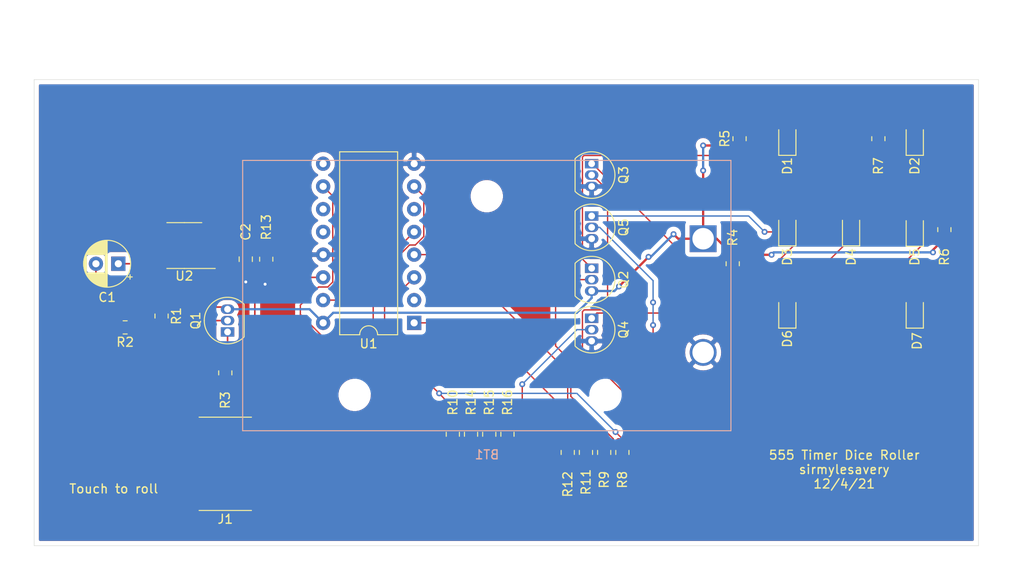
<source format=kicad_pcb>
(kicad_pcb (version 20171130) (host pcbnew "(5.1.8)-1")

  (general
    (thickness 1.6)
    (drawings 6)
    (tracks 212)
    (zones 0)
    (modules 34)
    (nets 35)
  )

  (page A4)
  (layers
    (0 F.Cu signal)
    (31 B.Cu signal)
    (32 B.Adhes user)
    (33 F.Adhes user)
    (34 B.Paste user)
    (35 F.Paste user)
    (36 B.SilkS user)
    (37 F.SilkS user)
    (38 B.Mask user)
    (39 F.Mask user)
    (40 Dwgs.User user)
    (41 Cmts.User user)
    (42 Eco1.User user)
    (43 Eco2.User user)
    (44 Edge.Cuts user)
    (45 Margin user)
    (46 B.CrtYd user)
    (47 F.CrtYd user)
    (48 B.Fab user hide)
    (49 F.Fab user hide)
  )

  (setup
    (last_trace_width 0.1524)
    (user_trace_width 0.1524)
    (user_trace_width 0.1778)
    (user_trace_width 0.254)
    (user_trace_width 0.3048)
    (user_trace_width 0.381)
    (user_trace_width 0.508)
    (user_trace_width 0.635)
    (user_trace_width 0.889)
    (user_trace_width 1.016)
    (user_trace_width 1.27)
    (user_trace_width 1.905)
    (user_trace_width 2.54)
    (trace_clearance 0.2)
    (zone_clearance 0.508)
    (zone_45_only no)
    (trace_min 0.1)
    (via_size 0.8)
    (via_drill 0.4)
    (via_min_size 0.4)
    (via_min_drill 0.3)
    (user_via 0.6096 0.3048)
    (user_via 0.6604 0.3302)
    (user_via 0.889 0.381)
    (user_via 1.397 0.635)
    (uvia_size 0.3)
    (uvia_drill 0.1)
    (uvias_allowed no)
    (uvia_min_size 0.2)
    (uvia_min_drill 0.1)
    (edge_width 0.05)
    (segment_width 0.2)
    (pcb_text_width 0.3)
    (pcb_text_size 1.5 1.5)
    (mod_edge_width 0.12)
    (mod_text_size 1 1)
    (mod_text_width 0.15)
    (pad_size 1.524 1.524)
    (pad_drill 0.762)
    (pad_to_mask_clearance 0)
    (aux_axis_origin 0 0)
    (visible_elements 7FFFFFFF)
    (pcbplotparams
      (layerselection 0x010fc_ffffffff)
      (usegerberextensions false)
      (usegerberattributes true)
      (usegerberadvancedattributes true)
      (creategerberjobfile true)
      (excludeedgelayer true)
      (linewidth 0.100000)
      (plotframeref false)
      (viasonmask false)
      (mode 1)
      (useauxorigin false)
      (hpglpennumber 1)
      (hpglpenspeed 20)
      (hpglpendiameter 15.000000)
      (psnegative false)
      (psa4output false)
      (plotreference true)
      (plotvalue true)
      (plotinvisibletext false)
      (padsonsilk false)
      (subtractmaskfromsilk false)
      (outputformat 1)
      (mirror false)
      (drillshape 1)
      (scaleselection 1)
      (outputdirectory ""))
  )

  (net 0 "")
  (net 1 "Net-(C1-Pad2)")
  (net 2 +9V)
  (net 3 GND)
  (net 4 "Net-(C2-Pad1)")
  (net 5 "Net-(D1-Pad2)")
  (net 6 "Net-(D1-Pad1)")
  (net 7 "Net-(D2-Pad2)")
  (net 8 "Net-(D2-Pad1)")
  (net 9 "Net-(D3-Pad2)")
  (net 10 "Net-(D3-Pad1)")
  (net 11 "Net-(D4-Pad2)")
  (net 12 "Net-(D4-Pad1)")
  (net 13 "Net-(Q1-Pad1)")
  (net 14 "Net-(Q1-Pad2)")
  (net 15 "Net-(Q2-Pad1)")
  (net 16 "Net-(Q2-Pad2)")
  (net 17 "Net-(Q3-Pad2)")
  (net 18 "Net-(Q4-Pad2)")
  (net 19 "Net-(Q5-Pad2)")
  (net 20 "Net-(R14-Pad2)")
  (net 21 "Net-(R9-Pad2)")
  (net 22 "Net-(R10-Pad2)")
  (net 23 "Net-(R11-Pad2)")
  (net 24 "Net-(R15-Pad2)")
  (net 25 "Net-(U1-Pad15)")
  (net 26 "Net-(U1-Pad14)")
  (net 27 "Net-(U1-Pad6)")
  (net 28 "Net-(U1-Pad12)")
  (net 29 "Net-(U1-Pad11)")
  (net 30 "Net-(U1-Pad2)")
  (net 31 "Net-(U1-Pad9)")
  (net 32 "Net-(U2-Pad5)")
  (net 33 "Net-(D5-Pad2)")
  (net 34 "Net-(D7-Pad1)")

  (net_class Default "This is the default net class."
    (clearance 0.2)
    (trace_width 0.25)
    (via_dia 0.8)
    (via_drill 0.4)
    (uvia_dia 0.3)
    (uvia_drill 0.1)
    (add_net +9V)
    (add_net GND)
    (add_net "Net-(C1-Pad2)")
    (add_net "Net-(C2-Pad1)")
    (add_net "Net-(D1-Pad1)")
    (add_net "Net-(D1-Pad2)")
    (add_net "Net-(D2-Pad1)")
    (add_net "Net-(D2-Pad2)")
    (add_net "Net-(D3-Pad1)")
    (add_net "Net-(D3-Pad2)")
    (add_net "Net-(D4-Pad1)")
    (add_net "Net-(D4-Pad2)")
    (add_net "Net-(D5-Pad2)")
    (add_net "Net-(D7-Pad1)")
    (add_net "Net-(Q1-Pad1)")
    (add_net "Net-(Q1-Pad2)")
    (add_net "Net-(Q2-Pad1)")
    (add_net "Net-(Q2-Pad2)")
    (add_net "Net-(Q3-Pad2)")
    (add_net "Net-(Q4-Pad2)")
    (add_net "Net-(Q5-Pad2)")
    (add_net "Net-(R10-Pad2)")
    (add_net "Net-(R11-Pad2)")
    (add_net "Net-(R14-Pad2)")
    (add_net "Net-(R15-Pad2)")
    (add_net "Net-(R9-Pad2)")
    (add_net "Net-(U1-Pad11)")
    (add_net "Net-(U1-Pad12)")
    (add_net "Net-(U1-Pad14)")
    (add_net "Net-(U1-Pad15)")
    (add_net "Net-(U1-Pad2)")
    (add_net "Net-(U1-Pad6)")
    (add_net "Net-(U1-Pad9)")
    (add_net "Net-(U2-Pad5)")
  )

  (module Battery:BatteryHolder_Eagle_12BH611-GR (layer B.Cu) (tedit 5F4B6D66) (tstamp 61AC2AA0)
    (at 154.686 77.47)
    (descr https://eu.mouser.com/datasheet/2/209/EPD-200766-1274481.pdf)
    (tags "9V Battery Holder")
    (path /61B942A7)
    (fp_text reference BT1 (at -24.13 24.13) (layer B.SilkS)
      (effects (font (size 1 1) (thickness 0.15)) (justify mirror))
    )
    (fp_text value Battery (at -24.13 -11.43 180) (layer B.Fab)
      (effects (font (size 1 1) (thickness 0.15)) (justify mirror))
    )
    (fp_line (start 3.1 21.45) (end 3.1 -8.75) (layer B.Fab) (width 0.1))
    (fp_line (start 3.1 -8.75) (end -51.4 -8.75) (layer B.Fab) (width 0.1))
    (fp_line (start -51.4 21.45) (end 3.1 21.45) (layer B.Fab) (width 0.1))
    (fp_line (start -51.4 -8.75) (end -51.4 21.45) (layer B.Fab) (width 0.1))
    (fp_line (start -47 -2.65) (end -47 15.35) (layer B.Fab) (width 0.1))
    (fp_line (start -48 -2.65) (end -48 15.35) (layer B.Fab) (width 0.1))
    (fp_line (start -49 -2.65) (end -49 15.35) (layer B.Fab) (width 0.1))
    (fp_line (start -50 -2.65) (end -50 15.35) (layer B.Fab) (width 0.1))
    (fp_line (start -51.4 -2.65) (end -47 -2.65) (layer B.Fab) (width 0.1))
    (fp_line (start -51.4 15.35) (end -47 15.35) (layer B.Fab) (width 0.1))
    (fp_line (start -27 -6.65) (end -27 -8.75) (layer B.Fab) (width 0.1))
    (fp_line (start -2 -6.65) (end -27 -6.65) (layer B.Fab) (width 0.1))
    (fp_line (start -27 19.35) (end -27 21.45) (layer B.Fab) (width 0.1))
    (fp_line (start -2 19.35) (end -27 19.35) (layer B.Fab) (width 0.1))
    (fp_line (start -2 -2.05) (end -4 -2.05) (layer B.Fab) (width 0.1))
    (fp_line (start -4 -2.55) (end -2 -2.55) (layer B.Fab) (width 0.1))
    (fp_line (start -2 2.55) (end -4 2.55) (layer B.Fab) (width 0.1))
    (fp_line (start -4 2.05) (end -2 2.05) (layer B.Fab) (width 0.1))
    (fp_line (start -4 -0.25) (end -2 -0.25) (layer B.Fab) (width 0.1))
    (fp_line (start -4 2.55) (end -4 -2.55) (layer B.Fab) (width 0.1))
    (fp_line (start -2 0.25) (end -4 0.25) (layer B.Fab) (width 0.1))
    (fp_line (start -4 10.65) (end -2 10.65) (layer B.Fab) (width 0.1))
    (fp_line (start -4 14.75) (end -4 10.65) (layer B.Fab) (width 0.1))
    (fp_line (start -2 14.75) (end -4 14.75) (layer B.Fab) (width 0.1))
    (fp_line (start -2 21.45) (end -2 -8.75) (layer B.Fab) (width 0.1))
    (fp_line (start 1.85 -8.75) (end 1.85 21.45) (layer B.Fab) (width 0.1))
    (fp_line (start -51.9 -9.25) (end -51.9 21.95) (layer B.CrtYd) (width 0.05))
    (fp_line (start 3.6 -9.25) (end -51.9 -9.25) (layer B.CrtYd) (width 0.05))
    (fp_line (start 3.6 21.95) (end 3.6 -9.25) (layer B.CrtYd) (width 0.05))
    (fp_line (start -51.9 21.95) (end 3.6 21.95) (layer B.CrtYd) (width 0.05))
    (fp_line (start -51.4 -8.75) (end -51.4 21.45) (layer B.SilkS) (width 0.12))
    (fp_line (start 3.1 -8.75) (end -51.4 -8.75) (layer B.SilkS) (width 0.12))
    (fp_line (start 3.1 21.45) (end 3.1 -8.75) (layer B.SilkS) (width 0.12))
    (fp_line (start -51.4 21.45) (end 3.1 21.45) (layer B.SilkS) (width 0.12))
    (fp_text user %R (at -24.13 6.35 180) (layer B.Fab)
      (effects (font (size 1 1) (thickness 0.15)) (justify mirror))
    )
    (fp_text user - (at -7 12.7) (layer B.Fab)
      (effects (font (size 3 3) (thickness 0.45)) (justify mirror))
    )
    (fp_text user + (at -7 0) (layer B.Fab)
      (effects (font (size 3 3) (thickness 0.45)) (justify mirror))
    )
    (pad "" np_thru_hole circle (at -24.15 -4.75) (size 2.6 2.6) (drill 2.6) (layers *.Cu *.Mask))
    (pad "" np_thru_hole circle (at -38.9 17.45) (size 2.6 2.6) (drill 2.6) (layers *.Cu *.Mask))
    (pad "" np_thru_hole circle (at -10.9 17.45) (size 2.6 2.6) (drill 2.6) (layers *.Cu *.Mask))
    (pad 1 thru_hole rect (at 0 0) (size 3 3) (drill 2.4) (layers *.Cu *.Mask)
      (net 2 +9V))
    (pad 2 thru_hole circle (at 0 12.7) (size 3 3) (drill 2.4) (layers *.Cu *.Mask)
      (net 3 GND))
    (model ${KISYS3DMOD}/Battery.3dshapes/BatteryHolder_Eagle_12BH611-GR.wrl
      (at (xyz 0 0 0))
      (scale (xyz 1 1 1))
      (rotate (xyz 0 0 0))
    )
  )

  (module Package_SO:SOIC-8_3.9x4.9mm_P1.27mm (layer F.Cu) (tedit 5D9F72B1) (tstamp 61AC2189)
    (at 96.774 78.232 180)
    (descr "SOIC, 8 Pin (JEDEC MS-012AA, https://www.analog.com/media/en/package-pcb-resources/package/pkg_pdf/soic_narrow-r/r_8.pdf), generated with kicad-footprint-generator ipc_gullwing_generator.py")
    (tags "SOIC SO")
    (path /61AC1BF5)
    (attr smd)
    (fp_text reference U2 (at 0 -3.4) (layer F.SilkS)
      (effects (font (size 1 1) (thickness 0.15)))
    )
    (fp_text value LM555xM (at 0 3.4) (layer F.Fab)
      (effects (font (size 1 1) (thickness 0.15)))
    )
    (fp_line (start 3.7 -2.7) (end -3.7 -2.7) (layer F.CrtYd) (width 0.05))
    (fp_line (start 3.7 2.7) (end 3.7 -2.7) (layer F.CrtYd) (width 0.05))
    (fp_line (start -3.7 2.7) (end 3.7 2.7) (layer F.CrtYd) (width 0.05))
    (fp_line (start -3.7 -2.7) (end -3.7 2.7) (layer F.CrtYd) (width 0.05))
    (fp_line (start -1.95 -1.475) (end -0.975 -2.45) (layer F.Fab) (width 0.1))
    (fp_line (start -1.95 2.45) (end -1.95 -1.475) (layer F.Fab) (width 0.1))
    (fp_line (start 1.95 2.45) (end -1.95 2.45) (layer F.Fab) (width 0.1))
    (fp_line (start 1.95 -2.45) (end 1.95 2.45) (layer F.Fab) (width 0.1))
    (fp_line (start -0.975 -2.45) (end 1.95 -2.45) (layer F.Fab) (width 0.1))
    (fp_line (start 0 -2.56) (end -3.45 -2.56) (layer F.SilkS) (width 0.12))
    (fp_line (start 0 -2.56) (end 1.95 -2.56) (layer F.SilkS) (width 0.12))
    (fp_line (start 0 2.56) (end -1.95 2.56) (layer F.SilkS) (width 0.12))
    (fp_line (start 0 2.56) (end 1.95 2.56) (layer F.SilkS) (width 0.12))
    (fp_text user %R (at 0 0) (layer F.Fab)
      (effects (font (size 0.98 0.98) (thickness 0.15)))
    )
    (pad 8 smd roundrect (at 2.475 -1.905 180) (size 1.95 0.6) (layers F.Cu F.Paste F.Mask) (roundrect_rratio 0.25)
      (net 2 +9V))
    (pad 7 smd roundrect (at 2.475 -0.635 180) (size 1.95 0.6) (layers F.Cu F.Paste F.Mask) (roundrect_rratio 0.25)
      (net 4 "Net-(C2-Pad1)"))
    (pad 6 smd roundrect (at 2.475 0.635 180) (size 1.95 0.6) (layers F.Cu F.Paste F.Mask) (roundrect_rratio 0.25)
      (net 4 "Net-(C2-Pad1)"))
    (pad 5 smd roundrect (at 2.475 1.905 180) (size 1.95 0.6) (layers F.Cu F.Paste F.Mask) (roundrect_rratio 0.25)
      (net 32 "Net-(U2-Pad5)"))
    (pad 4 smd roundrect (at -2.475 1.905 180) (size 1.95 0.6) (layers F.Cu F.Paste F.Mask) (roundrect_rratio 0.25)
      (net 2 +9V))
    (pad 3 smd roundrect (at -2.475 0.635 180) (size 1.95 0.6) (layers F.Cu F.Paste F.Mask) (roundrect_rratio 0.25)
      (net 26 "Net-(U1-Pad14)"))
    (pad 2 smd roundrect (at -2.475 -0.635 180) (size 1.95 0.6) (layers F.Cu F.Paste F.Mask) (roundrect_rratio 0.25)
      (net 4 "Net-(C2-Pad1)"))
    (pad 1 smd roundrect (at -2.475 -1.905 180) (size 1.95 0.6) (layers F.Cu F.Paste F.Mask) (roundrect_rratio 0.25)
      (net 3 GND))
    (model ${KISYS3DMOD}/Package_SO.3dshapes/SOIC-8_3.9x4.9mm_P1.27mm.wrl
      (at (xyz 0 0 0))
      (scale (xyz 1 1 1))
      (rotate (xyz 0 0 0))
    )
  )

  (module Package_DIP:DIP-16_W10.16mm (layer F.Cu) (tedit 5A02E8C5) (tstamp 61AC216F)
    (at 122.428 86.868 180)
    (descr "16-lead though-hole mounted DIP package, row spacing 10.16 mm (400 mils)")
    (tags "THT DIP DIL PDIP 2.54mm 10.16mm 400mil")
    (path /61AC05F6)
    (fp_text reference U1 (at 5.08 -2.33) (layer F.SilkS)
      (effects (font (size 1 1) (thickness 0.15)))
    )
    (fp_text value 4017 (at 5.08 20.11) (layer F.Fab)
      (effects (font (size 1 1) (thickness 0.15)))
    )
    (fp_line (start 11.25 -1.55) (end -1.05 -1.55) (layer F.CrtYd) (width 0.05))
    (fp_line (start 11.25 19.3) (end 11.25 -1.55) (layer F.CrtYd) (width 0.05))
    (fp_line (start -1.05 19.3) (end 11.25 19.3) (layer F.CrtYd) (width 0.05))
    (fp_line (start -1.05 -1.55) (end -1.05 19.3) (layer F.CrtYd) (width 0.05))
    (fp_line (start 8.315 -1.33) (end 6.08 -1.33) (layer F.SilkS) (width 0.12))
    (fp_line (start 8.315 19.11) (end 8.315 -1.33) (layer F.SilkS) (width 0.12))
    (fp_line (start 1.845 19.11) (end 8.315 19.11) (layer F.SilkS) (width 0.12))
    (fp_line (start 1.845 -1.33) (end 1.845 19.11) (layer F.SilkS) (width 0.12))
    (fp_line (start 4.08 -1.33) (end 1.845 -1.33) (layer F.SilkS) (width 0.12))
    (fp_line (start 1.905 -0.27) (end 2.905 -1.27) (layer F.Fab) (width 0.1))
    (fp_line (start 1.905 19.05) (end 1.905 -0.27) (layer F.Fab) (width 0.1))
    (fp_line (start 8.255 19.05) (end 1.905 19.05) (layer F.Fab) (width 0.1))
    (fp_line (start 8.255 -1.27) (end 8.255 19.05) (layer F.Fab) (width 0.1))
    (fp_line (start 2.905 -1.27) (end 8.255 -1.27) (layer F.Fab) (width 0.1))
    (fp_text user %R (at 5.08 8.89) (layer F.Fab)
      (effects (font (size 1 1) (thickness 0.15)))
    )
    (fp_arc (start 5.08 -1.33) (end 4.08 -1.33) (angle -180) (layer F.SilkS) (width 0.12))
    (pad 16 thru_hole oval (at 10.16 0 180) (size 1.6 1.6) (drill 0.8) (layers *.Cu *.Mask)
      (net 2 +9V))
    (pad 8 thru_hole oval (at 0 17.78 180) (size 1.6 1.6) (drill 0.8) (layers *.Cu *.Mask)
      (net 3 GND))
    (pad 15 thru_hole oval (at 10.16 2.54 180) (size 1.6 1.6) (drill 0.8) (layers *.Cu *.Mask)
      (net 25 "Net-(U1-Pad15)"))
    (pad 7 thru_hole oval (at 0 15.24 180) (size 1.6 1.6) (drill 0.8) (layers *.Cu *.Mask)
      (net 22 "Net-(R10-Pad2)"))
    (pad 14 thru_hole oval (at 10.16 5.08 180) (size 1.6 1.6) (drill 0.8) (layers *.Cu *.Mask)
      (net 26 "Net-(U1-Pad14)"))
    (pad 6 thru_hole oval (at 0 12.7 180) (size 1.6 1.6) (drill 0.8) (layers *.Cu *.Mask)
      (net 27 "Net-(U1-Pad6)"))
    (pad 13 thru_hole oval (at 10.16 7.62 180) (size 1.6 1.6) (drill 0.8) (layers *.Cu *.Mask)
      (net 3 GND))
    (pad 5 thru_hole oval (at 0 10.16 180) (size 1.6 1.6) (drill 0.8) (layers *.Cu *.Mask)
      (net 25 "Net-(U1-Pad15)"))
    (pad 12 thru_hole oval (at 10.16 10.16 180) (size 1.6 1.6) (drill 0.8) (layers *.Cu *.Mask)
      (net 28 "Net-(U1-Pad12)"))
    (pad 4 thru_hole oval (at 0 7.62 180) (size 1.6 1.6) (drill 0.8) (layers *.Cu *.Mask)
      (net 21 "Net-(R9-Pad2)"))
    (pad 11 thru_hole oval (at 10.16 12.7 180) (size 1.6 1.6) (drill 0.8) (layers *.Cu *.Mask)
      (net 29 "Net-(U1-Pad11)"))
    (pad 3 thru_hole oval (at 0 5.08 180) (size 1.6 1.6) (drill 0.8) (layers *.Cu *.Mask)
      (net 20 "Net-(R14-Pad2)"))
    (pad 10 thru_hole oval (at 10.16 15.24 180) (size 1.6 1.6) (drill 0.8) (layers *.Cu *.Mask)
      (net 24 "Net-(R15-Pad2)"))
    (pad 2 thru_hole oval (at 0 2.54 180) (size 1.6 1.6) (drill 0.8) (layers *.Cu *.Mask)
      (net 30 "Net-(U1-Pad2)"))
    (pad 9 thru_hole oval (at 10.16 17.78 180) (size 1.6 1.6) (drill 0.8) (layers *.Cu *.Mask)
      (net 31 "Net-(U1-Pad9)"))
    (pad 1 thru_hole rect (at 0 0 180) (size 1.6 1.6) (drill 0.8) (layers *.Cu *.Mask)
      (net 23 "Net-(R11-Pad2)"))
    (model ${KISYS3DMOD}/Package_DIP.3dshapes/DIP-16_W10.16mm.wrl
      (at (xyz 0 0 0))
      (scale (xyz 1 1 1))
      (rotate (xyz 0 0 0))
    )
  )

  (module Resistor_SMD:R_0805_2012Metric_Pad1.20x1.40mm_HandSolder (layer F.Cu) (tedit 5F68FEEE) (tstamp 61AC214B)
    (at 132.842 99.314 90)
    (descr "Resistor SMD 0805 (2012 Metric), square (rectangular) end terminal, IPC_7351 nominal with elongated pad for handsoldering. (Body size source: IPC-SM-782 page 72, https://www.pcb-3d.com/wordpress/wp-content/uploads/ipc-sm-782a_amendment_1_and_2.pdf), generated with kicad-footprint-generator")
    (tags "resistor handsolder")
    (path /61B7BE34)
    (attr smd)
    (fp_text reference R16 (at 3.556 0 90) (layer F.SilkS)
      (effects (font (size 1 1) (thickness 0.15)))
    )
    (fp_text value 10k (at 0 1.65 90) (layer F.Fab)
      (effects (font (size 1 1) (thickness 0.15)))
    )
    (fp_line (start 1.85 0.95) (end -1.85 0.95) (layer F.CrtYd) (width 0.05))
    (fp_line (start 1.85 -0.95) (end 1.85 0.95) (layer F.CrtYd) (width 0.05))
    (fp_line (start -1.85 -0.95) (end 1.85 -0.95) (layer F.CrtYd) (width 0.05))
    (fp_line (start -1.85 0.95) (end -1.85 -0.95) (layer F.CrtYd) (width 0.05))
    (fp_line (start -0.227064 0.735) (end 0.227064 0.735) (layer F.SilkS) (width 0.12))
    (fp_line (start -0.227064 -0.735) (end 0.227064 -0.735) (layer F.SilkS) (width 0.12))
    (fp_line (start 1 0.625) (end -1 0.625) (layer F.Fab) (width 0.1))
    (fp_line (start 1 -0.625) (end 1 0.625) (layer F.Fab) (width 0.1))
    (fp_line (start -1 -0.625) (end 1 -0.625) (layer F.Fab) (width 0.1))
    (fp_line (start -1 0.625) (end -1 -0.625) (layer F.Fab) (width 0.1))
    (fp_text user %R (at 0 0 90) (layer F.Fab)
      (effects (font (size 0.5 0.5) (thickness 0.08)))
    )
    (pad 2 smd roundrect (at 1 0 90) (size 1.2 1.4) (layers F.Cu F.Paste F.Mask) (roundrect_rratio 0.208333)
      (net 24 "Net-(R15-Pad2)"))
    (pad 1 smd roundrect (at -1 0 90) (size 1.2 1.4) (layers F.Cu F.Paste F.Mask) (roundrect_rratio 0.208333)
      (net 19 "Net-(Q5-Pad2)"))
    (model ${KISYS3DMOD}/Resistor_SMD.3dshapes/R_0805_2012Metric.wrl
      (at (xyz 0 0 0))
      (scale (xyz 1 1 1))
      (rotate (xyz 0 0 0))
    )
  )

  (module Resistor_SMD:R_0805_2012Metric_Pad1.20x1.40mm_HandSolder (layer F.Cu) (tedit 5F68FEEE) (tstamp 61AC213A)
    (at 130.81 99.314 90)
    (descr "Resistor SMD 0805 (2012 Metric), square (rectangular) end terminal, IPC_7351 nominal with elongated pad for handsoldering. (Body size source: IPC-SM-782 page 72, https://www.pcb-3d.com/wordpress/wp-content/uploads/ipc-sm-782a_amendment_1_and_2.pdf), generated with kicad-footprint-generator")
    (tags "resistor handsolder")
    (path /61B756CA)
    (attr smd)
    (fp_text reference R15 (at 3.556 0 90) (layer F.SilkS)
      (effects (font (size 1 1) (thickness 0.15)))
    )
    (fp_text value 10k (at 0 1.65 90) (layer F.Fab)
      (effects (font (size 1 1) (thickness 0.15)))
    )
    (fp_line (start 1.85 0.95) (end -1.85 0.95) (layer F.CrtYd) (width 0.05))
    (fp_line (start 1.85 -0.95) (end 1.85 0.95) (layer F.CrtYd) (width 0.05))
    (fp_line (start -1.85 -0.95) (end 1.85 -0.95) (layer F.CrtYd) (width 0.05))
    (fp_line (start -1.85 0.95) (end -1.85 -0.95) (layer F.CrtYd) (width 0.05))
    (fp_line (start -0.227064 0.735) (end 0.227064 0.735) (layer F.SilkS) (width 0.12))
    (fp_line (start -0.227064 -0.735) (end 0.227064 -0.735) (layer F.SilkS) (width 0.12))
    (fp_line (start 1 0.625) (end -1 0.625) (layer F.Fab) (width 0.1))
    (fp_line (start 1 -0.625) (end 1 0.625) (layer F.Fab) (width 0.1))
    (fp_line (start -1 -0.625) (end 1 -0.625) (layer F.Fab) (width 0.1))
    (fp_line (start -1 0.625) (end -1 -0.625) (layer F.Fab) (width 0.1))
    (fp_text user %R (at 0 0 90) (layer F.Fab)
      (effects (font (size 0.5 0.5) (thickness 0.08)))
    )
    (pad 2 smd roundrect (at 1 0 90) (size 1.2 1.4) (layers F.Cu F.Paste F.Mask) (roundrect_rratio 0.208333)
      (net 24 "Net-(R15-Pad2)"))
    (pad 1 smd roundrect (at -1 0 90) (size 1.2 1.4) (layers F.Cu F.Paste F.Mask) (roundrect_rratio 0.208333)
      (net 18 "Net-(Q4-Pad2)"))
    (model ${KISYS3DMOD}/Resistor_SMD.3dshapes/R_0805_2012Metric.wrl
      (at (xyz 0 0 0))
      (scale (xyz 1 1 1))
      (rotate (xyz 0 0 0))
    )
  )

  (module Resistor_SMD:R_0805_2012Metric_Pad1.20x1.40mm_HandSolder (layer F.Cu) (tedit 5F68FEEE) (tstamp 61AC2129)
    (at 128.778 99.314 90)
    (descr "Resistor SMD 0805 (2012 Metric), square (rectangular) end terminal, IPC_7351 nominal with elongated pad for handsoldering. (Body size source: IPC-SM-782 page 72, https://www.pcb-3d.com/wordpress/wp-content/uploads/ipc-sm-782a_amendment_1_and_2.pdf), generated with kicad-footprint-generator")
    (tags "resistor handsolder")
    (path /61B61DB3)
    (attr smd)
    (fp_text reference R14 (at 3.556 0 90) (layer F.SilkS)
      (effects (font (size 1 1) (thickness 0.15)))
    )
    (fp_text value 10k (at 0 1.65 90) (layer F.Fab)
      (effects (font (size 1 1) (thickness 0.15)))
    )
    (fp_line (start 1.85 0.95) (end -1.85 0.95) (layer F.CrtYd) (width 0.05))
    (fp_line (start 1.85 -0.95) (end 1.85 0.95) (layer F.CrtYd) (width 0.05))
    (fp_line (start -1.85 -0.95) (end 1.85 -0.95) (layer F.CrtYd) (width 0.05))
    (fp_line (start -1.85 0.95) (end -1.85 -0.95) (layer F.CrtYd) (width 0.05))
    (fp_line (start -0.227064 0.735) (end 0.227064 0.735) (layer F.SilkS) (width 0.12))
    (fp_line (start -0.227064 -0.735) (end 0.227064 -0.735) (layer F.SilkS) (width 0.12))
    (fp_line (start 1 0.625) (end -1 0.625) (layer F.Fab) (width 0.1))
    (fp_line (start 1 -0.625) (end 1 0.625) (layer F.Fab) (width 0.1))
    (fp_line (start -1 -0.625) (end 1 -0.625) (layer F.Fab) (width 0.1))
    (fp_line (start -1 0.625) (end -1 -0.625) (layer F.Fab) (width 0.1))
    (fp_text user %R (at 0 0 90) (layer F.Fab)
      (effects (font (size 0.5 0.5) (thickness 0.08)))
    )
    (pad 2 smd roundrect (at 1 0 90) (size 1.2 1.4) (layers F.Cu F.Paste F.Mask) (roundrect_rratio 0.208333)
      (net 20 "Net-(R14-Pad2)"))
    (pad 1 smd roundrect (at -1 0 90) (size 1.2 1.4) (layers F.Cu F.Paste F.Mask) (roundrect_rratio 0.208333)
      (net 18 "Net-(Q4-Pad2)"))
    (model ${KISYS3DMOD}/Resistor_SMD.3dshapes/R_0805_2012Metric.wrl
      (at (xyz 0 0 0))
      (scale (xyz 1 1 1))
      (rotate (xyz 0 0 0))
    )
  )

  (module Resistor_SMD:R_0805_2012Metric_Pad1.20x1.40mm_HandSolder (layer F.Cu) (tedit 5F68FEEE) (tstamp 61AC2118)
    (at 105.918 79.756 270)
    (descr "Resistor SMD 0805 (2012 Metric), square (rectangular) end terminal, IPC_7351 nominal with elongated pad for handsoldering. (Body size source: IPC-SM-782 page 72, https://www.pcb-3d.com/wordpress/wp-content/uploads/ipc-sm-782a_amendment_1_and_2.pdf), generated with kicad-footprint-generator")
    (tags "resistor handsolder")
    (path /61AE786B)
    (attr smd)
    (fp_text reference R13 (at -3.572 0 90) (layer F.SilkS)
      (effects (font (size 1 1) (thickness 0.15)))
    )
    (fp_text value 4.7M (at 0 1.65 90) (layer F.Fab)
      (effects (font (size 1 1) (thickness 0.15)))
    )
    (fp_line (start 1.85 0.95) (end -1.85 0.95) (layer F.CrtYd) (width 0.05))
    (fp_line (start 1.85 -0.95) (end 1.85 0.95) (layer F.CrtYd) (width 0.05))
    (fp_line (start -1.85 -0.95) (end 1.85 -0.95) (layer F.CrtYd) (width 0.05))
    (fp_line (start -1.85 0.95) (end -1.85 -0.95) (layer F.CrtYd) (width 0.05))
    (fp_line (start -0.227064 0.735) (end 0.227064 0.735) (layer F.SilkS) (width 0.12))
    (fp_line (start -0.227064 -0.735) (end 0.227064 -0.735) (layer F.SilkS) (width 0.12))
    (fp_line (start 1 0.625) (end -1 0.625) (layer F.Fab) (width 0.1))
    (fp_line (start 1 -0.625) (end 1 0.625) (layer F.Fab) (width 0.1))
    (fp_line (start -1 -0.625) (end 1 -0.625) (layer F.Fab) (width 0.1))
    (fp_line (start -1 0.625) (end -1 -0.625) (layer F.Fab) (width 0.1))
    (fp_text user %R (at 0 0 90) (layer F.Fab)
      (effects (font (size 0.5 0.5) (thickness 0.08)))
    )
    (pad 2 smd roundrect (at 1 0 270) (size 1.2 1.4) (layers F.Cu F.Paste F.Mask) (roundrect_rratio 0.208333)
      (net 3 GND))
    (pad 1 smd roundrect (at -1 0 270) (size 1.2 1.4) (layers F.Cu F.Paste F.Mask) (roundrect_rratio 0.208333)
      (net 4 "Net-(C2-Pad1)"))
    (model ${KISYS3DMOD}/Resistor_SMD.3dshapes/R_0805_2012Metric.wrl
      (at (xyz 0 0 0))
      (scale (xyz 1 1 1))
      (rotate (xyz 0 0 0))
    )
  )

  (module Resistor_SMD:R_0805_2012Metric_Pad1.20x1.40mm_HandSolder (layer F.Cu) (tedit 5F68FEEE) (tstamp 61AC29DA)
    (at 139.573 101.346 90)
    (descr "Resistor SMD 0805 (2012 Metric), square (rectangular) end terminal, IPC_7351 nominal with elongated pad for handsoldering. (Body size source: IPC-SM-782 page 72, https://www.pcb-3d.com/wordpress/wp-content/uploads/ipc-sm-782a_amendment_1_and_2.pdf), generated with kicad-footprint-generator")
    (tags "resistor handsolder")
    (path /61B26674)
    (attr smd)
    (fp_text reference R12 (at -3.556 0 90) (layer F.SilkS)
      (effects (font (size 1 1) (thickness 0.15)))
    )
    (fp_text value 10k (at 0 1.65 90) (layer F.Fab)
      (effects (font (size 1 1) (thickness 0.15)))
    )
    (fp_line (start 1.85 0.95) (end -1.85 0.95) (layer F.CrtYd) (width 0.05))
    (fp_line (start 1.85 -0.95) (end 1.85 0.95) (layer F.CrtYd) (width 0.05))
    (fp_line (start -1.85 -0.95) (end 1.85 -0.95) (layer F.CrtYd) (width 0.05))
    (fp_line (start -1.85 0.95) (end -1.85 -0.95) (layer F.CrtYd) (width 0.05))
    (fp_line (start -0.227064 0.735) (end 0.227064 0.735) (layer F.SilkS) (width 0.12))
    (fp_line (start -0.227064 -0.735) (end 0.227064 -0.735) (layer F.SilkS) (width 0.12))
    (fp_line (start 1 0.625) (end -1 0.625) (layer F.Fab) (width 0.1))
    (fp_line (start 1 -0.625) (end 1 0.625) (layer F.Fab) (width 0.1))
    (fp_line (start -1 -0.625) (end 1 -0.625) (layer F.Fab) (width 0.1))
    (fp_line (start -1 0.625) (end -1 -0.625) (layer F.Fab) (width 0.1))
    (fp_text user %R (at 0 0 90) (layer F.Fab)
      (effects (font (size 0.5 0.5) (thickness 0.08)))
    )
    (pad 2 smd roundrect (at 1 0 90) (size 1.2 1.4) (layers F.Cu F.Paste F.Mask) (roundrect_rratio 0.208333)
      (net 23 "Net-(R11-Pad2)"))
    (pad 1 smd roundrect (at -1 0 90) (size 1.2 1.4) (layers F.Cu F.Paste F.Mask) (roundrect_rratio 0.208333)
      (net 16 "Net-(Q2-Pad2)"))
    (model ${KISYS3DMOD}/Resistor_SMD.3dshapes/R_0805_2012Metric.wrl
      (at (xyz 0 0 0))
      (scale (xyz 1 1 1))
      (rotate (xyz 0 0 0))
    )
  )

  (module Resistor_SMD:R_0805_2012Metric_Pad1.20x1.40mm_HandSolder (layer F.Cu) (tedit 5F68FEEE) (tstamp 61AC29AA)
    (at 141.605 101.346 90)
    (descr "Resistor SMD 0805 (2012 Metric), square (rectangular) end terminal, IPC_7351 nominal with elongated pad for handsoldering. (Body size source: IPC-SM-782 page 72, https://www.pcb-3d.com/wordpress/wp-content/uploads/ipc-sm-782a_amendment_1_and_2.pdf), generated with kicad-footprint-generator")
    (tags "resistor handsolder")
    (path /61B1F401)
    (attr smd)
    (fp_text reference R11 (at -3.302 0 90) (layer F.SilkS)
      (effects (font (size 1 1) (thickness 0.15)))
    )
    (fp_text value 10k (at 0 1.65 90) (layer F.Fab)
      (effects (font (size 1 1) (thickness 0.15)))
    )
    (fp_line (start 1.85 0.95) (end -1.85 0.95) (layer F.CrtYd) (width 0.05))
    (fp_line (start 1.85 -0.95) (end 1.85 0.95) (layer F.CrtYd) (width 0.05))
    (fp_line (start -1.85 -0.95) (end 1.85 -0.95) (layer F.CrtYd) (width 0.05))
    (fp_line (start -1.85 0.95) (end -1.85 -0.95) (layer F.CrtYd) (width 0.05))
    (fp_line (start -0.227064 0.735) (end 0.227064 0.735) (layer F.SilkS) (width 0.12))
    (fp_line (start -0.227064 -0.735) (end 0.227064 -0.735) (layer F.SilkS) (width 0.12))
    (fp_line (start 1 0.625) (end -1 0.625) (layer F.Fab) (width 0.1))
    (fp_line (start 1 -0.625) (end 1 0.625) (layer F.Fab) (width 0.1))
    (fp_line (start -1 -0.625) (end 1 -0.625) (layer F.Fab) (width 0.1))
    (fp_line (start -1 0.625) (end -1 -0.625) (layer F.Fab) (width 0.1))
    (fp_text user %R (at 0 0 90) (layer F.Fab)
      (effects (font (size 0.5 0.5) (thickness 0.08)))
    )
    (pad 2 smd roundrect (at 1 0 90) (size 1.2 1.4) (layers F.Cu F.Paste F.Mask) (roundrect_rratio 0.208333)
      (net 23 "Net-(R11-Pad2)"))
    (pad 1 smd roundrect (at -1 0 90) (size 1.2 1.4) (layers F.Cu F.Paste F.Mask) (roundrect_rratio 0.208333)
      (net 17 "Net-(Q3-Pad2)"))
    (model ${KISYS3DMOD}/Resistor_SMD.3dshapes/R_0805_2012Metric.wrl
      (at (xyz 0 0 0))
      (scale (xyz 1 1 1))
      (rotate (xyz 0 0 0))
    )
  )

  (module Resistor_SMD:R_0805_2012Metric_Pad1.20x1.40mm_HandSolder (layer F.Cu) (tedit 5F68FEEE) (tstamp 61AC20E5)
    (at 126.746 99.314 90)
    (descr "Resistor SMD 0805 (2012 Metric), square (rectangular) end terminal, IPC_7351 nominal with elongated pad for handsoldering. (Body size source: IPC-SM-782 page 72, https://www.pcb-3d.com/wordpress/wp-content/uploads/ipc-sm-782a_amendment_1_and_2.pdf), generated with kicad-footprint-generator")
    (tags "resistor handsolder")
    (path /61B07F1B)
    (attr smd)
    (fp_text reference R10 (at 3.556 0 90) (layer F.SilkS)
      (effects (font (size 1 1) (thickness 0.15)))
    )
    (fp_text value 10k (at 0 1.65 90) (layer F.Fab)
      (effects (font (size 1 1) (thickness 0.15)))
    )
    (fp_line (start 1.85 0.95) (end -1.85 0.95) (layer F.CrtYd) (width 0.05))
    (fp_line (start 1.85 -0.95) (end 1.85 0.95) (layer F.CrtYd) (width 0.05))
    (fp_line (start -1.85 -0.95) (end 1.85 -0.95) (layer F.CrtYd) (width 0.05))
    (fp_line (start -1.85 0.95) (end -1.85 -0.95) (layer F.CrtYd) (width 0.05))
    (fp_line (start -0.227064 0.735) (end 0.227064 0.735) (layer F.SilkS) (width 0.12))
    (fp_line (start -0.227064 -0.735) (end 0.227064 -0.735) (layer F.SilkS) (width 0.12))
    (fp_line (start 1 0.625) (end -1 0.625) (layer F.Fab) (width 0.1))
    (fp_line (start 1 -0.625) (end 1 0.625) (layer F.Fab) (width 0.1))
    (fp_line (start -1 -0.625) (end 1 -0.625) (layer F.Fab) (width 0.1))
    (fp_line (start -1 0.625) (end -1 -0.625) (layer F.Fab) (width 0.1))
    (fp_text user %R (at 0 0 90) (layer F.Fab)
      (effects (font (size 0.5 0.5) (thickness 0.08)))
    )
    (pad 2 smd roundrect (at 1 0 90) (size 1.2 1.4) (layers F.Cu F.Paste F.Mask) (roundrect_rratio 0.208333)
      (net 22 "Net-(R10-Pad2)"))
    (pad 1 smd roundrect (at -1 0 90) (size 1.2 1.4) (layers F.Cu F.Paste F.Mask) (roundrect_rratio 0.208333)
      (net 18 "Net-(Q4-Pad2)"))
    (model ${KISYS3DMOD}/Resistor_SMD.3dshapes/R_0805_2012Metric.wrl
      (at (xyz 0 0 0))
      (scale (xyz 1 1 1))
      (rotate (xyz 0 0 0))
    )
  )

  (module Resistor_SMD:R_0805_2012Metric_Pad1.20x1.40mm_HandSolder (layer F.Cu) (tedit 5F68FEEE) (tstamp 61AC294A)
    (at 143.637 101.346 90)
    (descr "Resistor SMD 0805 (2012 Metric), square (rectangular) end terminal, IPC_7351 nominal with elongated pad for handsoldering. (Body size source: IPC-SM-782 page 72, https://www.pcb-3d.com/wordpress/wp-content/uploads/ipc-sm-782a_amendment_1_and_2.pdf), generated with kicad-footprint-generator")
    (tags "resistor handsolder")
    (path /61B03CEC)
    (attr smd)
    (fp_text reference R9 (at -3.048 0 90) (layer F.SilkS)
      (effects (font (size 1 1) (thickness 0.15)))
    )
    (fp_text value 10k (at 0 1.65 90) (layer F.Fab)
      (effects (font (size 1 1) (thickness 0.15)))
    )
    (fp_line (start 1.85 0.95) (end -1.85 0.95) (layer F.CrtYd) (width 0.05))
    (fp_line (start 1.85 -0.95) (end 1.85 0.95) (layer F.CrtYd) (width 0.05))
    (fp_line (start -1.85 -0.95) (end 1.85 -0.95) (layer F.CrtYd) (width 0.05))
    (fp_line (start -1.85 0.95) (end -1.85 -0.95) (layer F.CrtYd) (width 0.05))
    (fp_line (start -0.227064 0.735) (end 0.227064 0.735) (layer F.SilkS) (width 0.12))
    (fp_line (start -0.227064 -0.735) (end 0.227064 -0.735) (layer F.SilkS) (width 0.12))
    (fp_line (start 1 0.625) (end -1 0.625) (layer F.Fab) (width 0.1))
    (fp_line (start 1 -0.625) (end 1 0.625) (layer F.Fab) (width 0.1))
    (fp_line (start -1 -0.625) (end 1 -0.625) (layer F.Fab) (width 0.1))
    (fp_line (start -1 0.625) (end -1 -0.625) (layer F.Fab) (width 0.1))
    (fp_text user %R (at 0 0 90) (layer F.Fab)
      (effects (font (size 0.5 0.5) (thickness 0.08)))
    )
    (pad 2 smd roundrect (at 1 0 90) (size 1.2 1.4) (layers F.Cu F.Paste F.Mask) (roundrect_rratio 0.208333)
      (net 21 "Net-(R9-Pad2)"))
    (pad 1 smd roundrect (at -1 0 90) (size 1.2 1.4) (layers F.Cu F.Paste F.Mask) (roundrect_rratio 0.208333)
      (net 17 "Net-(Q3-Pad2)"))
    (model ${KISYS3DMOD}/Resistor_SMD.3dshapes/R_0805_2012Metric.wrl
      (at (xyz 0 0 0))
      (scale (xyz 1 1 1))
      (rotate (xyz 0 0 0))
    )
  )

  (module Resistor_SMD:R_0805_2012Metric_Pad1.20x1.40mm_HandSolder (layer F.Cu) (tedit 5F68FEEE) (tstamp 61AC297A)
    (at 145.669 101.346 90)
    (descr "Resistor SMD 0805 (2012 Metric), square (rectangular) end terminal, IPC_7351 nominal with elongated pad for handsoldering. (Body size source: IPC-SM-782 page 72, https://www.pcb-3d.com/wordpress/wp-content/uploads/ipc-sm-782a_amendment_1_and_2.pdf), generated with kicad-footprint-generator")
    (tags "resistor handsolder")
    (path /61B1BF66)
    (attr smd)
    (fp_text reference R8 (at -3.048 0 90) (layer F.SilkS)
      (effects (font (size 1 1) (thickness 0.15)))
    )
    (fp_text value 10k (at 0 1.65 90) (layer F.Fab)
      (effects (font (size 1 1) (thickness 0.15)))
    )
    (fp_line (start 1.85 0.95) (end -1.85 0.95) (layer F.CrtYd) (width 0.05))
    (fp_line (start 1.85 -0.95) (end 1.85 0.95) (layer F.CrtYd) (width 0.05))
    (fp_line (start -1.85 -0.95) (end 1.85 -0.95) (layer F.CrtYd) (width 0.05))
    (fp_line (start -1.85 0.95) (end -1.85 -0.95) (layer F.CrtYd) (width 0.05))
    (fp_line (start -0.227064 0.735) (end 0.227064 0.735) (layer F.SilkS) (width 0.12))
    (fp_line (start -0.227064 -0.735) (end 0.227064 -0.735) (layer F.SilkS) (width 0.12))
    (fp_line (start 1 0.625) (end -1 0.625) (layer F.Fab) (width 0.1))
    (fp_line (start 1 -0.625) (end 1 0.625) (layer F.Fab) (width 0.1))
    (fp_line (start -1 -0.625) (end 1 -0.625) (layer F.Fab) (width 0.1))
    (fp_line (start -1 0.625) (end -1 -0.625) (layer F.Fab) (width 0.1))
    (fp_text user %R (at 0 0 90) (layer F.Fab)
      (effects (font (size 0.5 0.5) (thickness 0.08)))
    )
    (pad 2 smd roundrect (at 1 0 90) (size 1.2 1.4) (layers F.Cu F.Paste F.Mask) (roundrect_rratio 0.208333)
      (net 20 "Net-(R14-Pad2)"))
    (pad 1 smd roundrect (at -1 0 90) (size 1.2 1.4) (layers F.Cu F.Paste F.Mask) (roundrect_rratio 0.208333)
      (net 17 "Net-(Q3-Pad2)"))
    (model ${KISYS3DMOD}/Resistor_SMD.3dshapes/R_0805_2012Metric.wrl
      (at (xyz 0 0 0))
      (scale (xyz 1 1 1))
      (rotate (xyz 0 0 0))
    )
  )

  (module Resistor_SMD:R_0805_2012Metric_Pad1.20x1.40mm_HandSolder (layer F.Cu) (tedit 5F68FEEE) (tstamp 61AC20B2)
    (at 174.244 66.294 90)
    (descr "Resistor SMD 0805 (2012 Metric), square (rectangular) end terminal, IPC_7351 nominal with elongated pad for handsoldering. (Body size source: IPC-SM-782 page 72, https://www.pcb-3d.com/wordpress/wp-content/uploads/ipc-sm-782a_amendment_1_and_2.pdf), generated with kicad-footprint-generator")
    (tags "resistor handsolder")
    (path /61B50A46)
    (attr smd)
    (fp_text reference R7 (at -3.048 0 90) (layer F.SilkS)
      (effects (font (size 1 1) (thickness 0.15)))
    )
    (fp_text value 330 (at 0 1.65 90) (layer F.Fab)
      (effects (font (size 1 1) (thickness 0.15)))
    )
    (fp_line (start 1.85 0.95) (end -1.85 0.95) (layer F.CrtYd) (width 0.05))
    (fp_line (start 1.85 -0.95) (end 1.85 0.95) (layer F.CrtYd) (width 0.05))
    (fp_line (start -1.85 -0.95) (end 1.85 -0.95) (layer F.CrtYd) (width 0.05))
    (fp_line (start -1.85 0.95) (end -1.85 -0.95) (layer F.CrtYd) (width 0.05))
    (fp_line (start -0.227064 0.735) (end 0.227064 0.735) (layer F.SilkS) (width 0.12))
    (fp_line (start -0.227064 -0.735) (end 0.227064 -0.735) (layer F.SilkS) (width 0.12))
    (fp_line (start 1 0.625) (end -1 0.625) (layer F.Fab) (width 0.1))
    (fp_line (start 1 -0.625) (end 1 0.625) (layer F.Fab) (width 0.1))
    (fp_line (start -1 -0.625) (end 1 -0.625) (layer F.Fab) (width 0.1))
    (fp_line (start -1 0.625) (end -1 -0.625) (layer F.Fab) (width 0.1))
    (fp_text user %R (at 0 0 90) (layer F.Fab)
      (effects (font (size 0.5 0.5) (thickness 0.08)))
    )
    (pad 2 smd roundrect (at 1 0 90) (size 1.2 1.4) (layers F.Cu F.Paste F.Mask) (roundrect_rratio 0.208333)
      (net 7 "Net-(D2-Pad2)"))
    (pad 1 smd roundrect (at -1 0 90) (size 1.2 1.4) (layers F.Cu F.Paste F.Mask) (roundrect_rratio 0.208333)
      (net 15 "Net-(Q2-Pad1)"))
    (model ${KISYS3DMOD}/Resistor_SMD.3dshapes/R_0805_2012Metric.wrl
      (at (xyz 0 0 0))
      (scale (xyz 1 1 1))
      (rotate (xyz 0 0 0))
    )
  )

  (module Resistor_SMD:R_0805_2012Metric_Pad1.20x1.40mm_HandSolder (layer F.Cu) (tedit 5F68FEEE) (tstamp 61AC20A1)
    (at 181.61 76.454 90)
    (descr "Resistor SMD 0805 (2012 Metric), square (rectangular) end terminal, IPC_7351 nominal with elongated pad for handsoldering. (Body size source: IPC-SM-782 page 72, https://www.pcb-3d.com/wordpress/wp-content/uploads/ipc-sm-782a_amendment_1_and_2.pdf), generated with kicad-footprint-generator")
    (tags "resistor handsolder")
    (path /61B4E488)
    (attr smd)
    (fp_text reference R6 (at -3.048 0 90) (layer F.SilkS)
      (effects (font (size 1 1) (thickness 0.15)))
    )
    (fp_text value 330 (at 0 1.65 90) (layer F.Fab)
      (effects (font (size 1 1) (thickness 0.15)))
    )
    (fp_line (start 1.85 0.95) (end -1.85 0.95) (layer F.CrtYd) (width 0.05))
    (fp_line (start 1.85 -0.95) (end 1.85 0.95) (layer F.CrtYd) (width 0.05))
    (fp_line (start -1.85 -0.95) (end 1.85 -0.95) (layer F.CrtYd) (width 0.05))
    (fp_line (start -1.85 0.95) (end -1.85 -0.95) (layer F.CrtYd) (width 0.05))
    (fp_line (start -0.227064 0.735) (end 0.227064 0.735) (layer F.SilkS) (width 0.12))
    (fp_line (start -0.227064 -0.735) (end 0.227064 -0.735) (layer F.SilkS) (width 0.12))
    (fp_line (start 1 0.625) (end -1 0.625) (layer F.Fab) (width 0.1))
    (fp_line (start 1 -0.625) (end 1 0.625) (layer F.Fab) (width 0.1))
    (fp_line (start -1 -0.625) (end 1 -0.625) (layer F.Fab) (width 0.1))
    (fp_line (start -1 0.625) (end -1 -0.625) (layer F.Fab) (width 0.1))
    (fp_text user %R (at 0 0 90) (layer F.Fab)
      (effects (font (size 0.5 0.5) (thickness 0.08)))
    )
    (pad 2 smd roundrect (at 1 0 90) (size 1.2 1.4) (layers F.Cu F.Paste F.Mask) (roundrect_rratio 0.208333)
      (net 33 "Net-(D5-Pad2)"))
    (pad 1 smd roundrect (at -1 0 90) (size 1.2 1.4) (layers F.Cu F.Paste F.Mask) (roundrect_rratio 0.208333)
      (net 2 +9V))
    (model ${KISYS3DMOD}/Resistor_SMD.3dshapes/R_0805_2012Metric.wrl
      (at (xyz 0 0 0))
      (scale (xyz 1 1 1))
      (rotate (xyz 0 0 0))
    )
  )

  (module Resistor_SMD:R_0805_2012Metric_Pad1.20x1.40mm_HandSolder (layer F.Cu) (tedit 5F68FEEE) (tstamp 61AC2090)
    (at 158.75 66.294 90)
    (descr "Resistor SMD 0805 (2012 Metric), square (rectangular) end terminal, IPC_7351 nominal with elongated pad for handsoldering. (Body size source: IPC-SM-782 page 72, https://www.pcb-3d.com/wordpress/wp-content/uploads/ipc-sm-782a_amendment_1_and_2.pdf), generated with kicad-footprint-generator")
    (tags "resistor handsolder")
    (path /61B43465)
    (attr smd)
    (fp_text reference R5 (at 0 -1.65 90) (layer F.SilkS)
      (effects (font (size 1 1) (thickness 0.15)))
    )
    (fp_text value 330 (at 0 1.65 90) (layer F.Fab)
      (effects (font (size 1 1) (thickness 0.15)))
    )
    (fp_line (start 1.85 0.95) (end -1.85 0.95) (layer F.CrtYd) (width 0.05))
    (fp_line (start 1.85 -0.95) (end 1.85 0.95) (layer F.CrtYd) (width 0.05))
    (fp_line (start -1.85 -0.95) (end 1.85 -0.95) (layer F.CrtYd) (width 0.05))
    (fp_line (start -1.85 0.95) (end -1.85 -0.95) (layer F.CrtYd) (width 0.05))
    (fp_line (start -0.227064 0.735) (end 0.227064 0.735) (layer F.SilkS) (width 0.12))
    (fp_line (start -0.227064 -0.735) (end 0.227064 -0.735) (layer F.SilkS) (width 0.12))
    (fp_line (start 1 0.625) (end -1 0.625) (layer F.Fab) (width 0.1))
    (fp_line (start 1 -0.625) (end 1 0.625) (layer F.Fab) (width 0.1))
    (fp_line (start -1 -0.625) (end 1 -0.625) (layer F.Fab) (width 0.1))
    (fp_line (start -1 0.625) (end -1 -0.625) (layer F.Fab) (width 0.1))
    (fp_text user %R (at 0 0 90) (layer F.Fab)
      (effects (font (size 0.5 0.5) (thickness 0.08)))
    )
    (pad 2 smd roundrect (at 1 0 90) (size 1.2 1.4) (layers F.Cu F.Paste F.Mask) (roundrect_rratio 0.208333)
      (net 5 "Net-(D1-Pad2)"))
    (pad 1 smd roundrect (at -1 0 90) (size 1.2 1.4) (layers F.Cu F.Paste F.Mask) (roundrect_rratio 0.208333)
      (net 2 +9V))
    (model ${KISYS3DMOD}/Resistor_SMD.3dshapes/R_0805_2012Metric.wrl
      (at (xyz 0 0 0))
      (scale (xyz 1 1 1))
      (rotate (xyz 0 0 0))
    )
  )

  (module Resistor_SMD:R_0805_2012Metric_Pad1.20x1.40mm_HandSolder (layer F.Cu) (tedit 5F68FEEE) (tstamp 61AC207F)
    (at 157.988 80.264 270)
    (descr "Resistor SMD 0805 (2012 Metric), square (rectangular) end terminal, IPC_7351 nominal with elongated pad for handsoldering. (Body size source: IPC-SM-782 page 72, https://www.pcb-3d.com/wordpress/wp-content/uploads/ipc-sm-782a_amendment_1_and_2.pdf), generated with kicad-footprint-generator")
    (tags "resistor handsolder")
    (path /61B335D9)
    (attr smd)
    (fp_text reference R4 (at -2.93 0 90) (layer F.SilkS)
      (effects (font (size 1 1) (thickness 0.15)))
    )
    (fp_text value 1k (at 0 1.65 90) (layer F.Fab)
      (effects (font (size 1 1) (thickness 0.15)))
    )
    (fp_line (start 1.85 0.95) (end -1.85 0.95) (layer F.CrtYd) (width 0.05))
    (fp_line (start 1.85 -0.95) (end 1.85 0.95) (layer F.CrtYd) (width 0.05))
    (fp_line (start -1.85 -0.95) (end 1.85 -0.95) (layer F.CrtYd) (width 0.05))
    (fp_line (start -1.85 0.95) (end -1.85 -0.95) (layer F.CrtYd) (width 0.05))
    (fp_line (start -0.227064 0.735) (end 0.227064 0.735) (layer F.SilkS) (width 0.12))
    (fp_line (start -0.227064 -0.735) (end 0.227064 -0.735) (layer F.SilkS) (width 0.12))
    (fp_line (start 1 0.625) (end -1 0.625) (layer F.Fab) (width 0.1))
    (fp_line (start 1 -0.625) (end 1 0.625) (layer F.Fab) (width 0.1))
    (fp_line (start -1 -0.625) (end 1 -0.625) (layer F.Fab) (width 0.1))
    (fp_line (start -1 0.625) (end -1 -0.625) (layer F.Fab) (width 0.1))
    (fp_text user %R (at 0 0 90) (layer F.Fab)
      (effects (font (size 0.5 0.5) (thickness 0.08)))
    )
    (pad 2 smd roundrect (at 1 0 270) (size 1.2 1.4) (layers F.Cu F.Paste F.Mask) (roundrect_rratio 0.208333)
      (net 11 "Net-(D4-Pad2)"))
    (pad 1 smd roundrect (at -1 0 270) (size 1.2 1.4) (layers F.Cu F.Paste F.Mask) (roundrect_rratio 0.208333)
      (net 2 +9V))
    (model ${KISYS3DMOD}/Resistor_SMD.3dshapes/R_0805_2012Metric.wrl
      (at (xyz 0 0 0))
      (scale (xyz 1 1 1))
      (rotate (xyz 0 0 0))
    )
  )

  (module Resistor_SMD:R_0805_2012Metric_Pad1.20x1.40mm_HandSolder (layer F.Cu) (tedit 5F68FEEE) (tstamp 61AC206E)
    (at 101.346 92.456 270)
    (descr "Resistor SMD 0805 (2012 Metric), square (rectangular) end terminal, IPC_7351 nominal with elongated pad for handsoldering. (Body size source: IPC-SM-782 page 72, https://www.pcb-3d.com/wordpress/wp-content/uploads/ipc-sm-782a_amendment_1_and_2.pdf), generated with kicad-footprint-generator")
    (tags "resistor handsolder")
    (path /61AE99B4)
    (attr smd)
    (fp_text reference R3 (at 3.048 0 90) (layer F.SilkS)
      (effects (font (size 1 1) (thickness 0.15)))
    )
    (fp_text value 10k (at 0 1.65 90) (layer F.Fab)
      (effects (font (size 1 1) (thickness 0.15)))
    )
    (fp_line (start 1.85 0.95) (end -1.85 0.95) (layer F.CrtYd) (width 0.05))
    (fp_line (start 1.85 -0.95) (end 1.85 0.95) (layer F.CrtYd) (width 0.05))
    (fp_line (start -1.85 -0.95) (end 1.85 -0.95) (layer F.CrtYd) (width 0.05))
    (fp_line (start -1.85 0.95) (end -1.85 -0.95) (layer F.CrtYd) (width 0.05))
    (fp_line (start -0.227064 0.735) (end 0.227064 0.735) (layer F.SilkS) (width 0.12))
    (fp_line (start -0.227064 -0.735) (end 0.227064 -0.735) (layer F.SilkS) (width 0.12))
    (fp_line (start 1 0.625) (end -1 0.625) (layer F.Fab) (width 0.1))
    (fp_line (start 1 -0.625) (end 1 0.625) (layer F.Fab) (width 0.1))
    (fp_line (start -1 -0.625) (end 1 -0.625) (layer F.Fab) (width 0.1))
    (fp_line (start -1 0.625) (end -1 -0.625) (layer F.Fab) (width 0.1))
    (fp_text user %R (at 0 0 90) (layer F.Fab)
      (effects (font (size 0.5 0.5) (thickness 0.08)))
    )
    (pad 2 smd roundrect (at 1 0 270) (size 1.2 1.4) (layers F.Cu F.Paste F.Mask) (roundrect_rratio 0.208333)
      (net 4 "Net-(C2-Pad1)"))
    (pad 1 smd roundrect (at -1 0 270) (size 1.2 1.4) (layers F.Cu F.Paste F.Mask) (roundrect_rratio 0.208333)
      (net 13 "Net-(Q1-Pad1)"))
    (model ${KISYS3DMOD}/Resistor_SMD.3dshapes/R_0805_2012Metric.wrl
      (at (xyz 0 0 0))
      (scale (xyz 1 1 1))
      (rotate (xyz 0 0 0))
    )
  )

  (module Resistor_SMD:R_0805_2012Metric_Pad1.20x1.40mm_HandSolder (layer F.Cu) (tedit 5F68FEEE) (tstamp 61AC205D)
    (at 90.17 87.376 180)
    (descr "Resistor SMD 0805 (2012 Metric), square (rectangular) end terminal, IPC_7351 nominal with elongated pad for handsoldering. (Body size source: IPC-SM-782 page 72, https://www.pcb-3d.com/wordpress/wp-content/uploads/ipc-sm-782a_amendment_1_and_2.pdf), generated with kicad-footprint-generator")
    (tags "resistor handsolder")
    (path /61ACDE18)
    (attr smd)
    (fp_text reference R2 (at 0 -1.65) (layer F.SilkS)
      (effects (font (size 1 1) (thickness 0.15)))
    )
    (fp_text value 10M (at 0 1.65) (layer F.Fab)
      (effects (font (size 1 1) (thickness 0.15)))
    )
    (fp_line (start 1.85 0.95) (end -1.85 0.95) (layer F.CrtYd) (width 0.05))
    (fp_line (start 1.85 -0.95) (end 1.85 0.95) (layer F.CrtYd) (width 0.05))
    (fp_line (start -1.85 -0.95) (end 1.85 -0.95) (layer F.CrtYd) (width 0.05))
    (fp_line (start -1.85 0.95) (end -1.85 -0.95) (layer F.CrtYd) (width 0.05))
    (fp_line (start -0.227064 0.735) (end 0.227064 0.735) (layer F.SilkS) (width 0.12))
    (fp_line (start -0.227064 -0.735) (end 0.227064 -0.735) (layer F.SilkS) (width 0.12))
    (fp_line (start 1 0.625) (end -1 0.625) (layer F.Fab) (width 0.1))
    (fp_line (start 1 -0.625) (end 1 0.625) (layer F.Fab) (width 0.1))
    (fp_line (start -1 -0.625) (end 1 -0.625) (layer F.Fab) (width 0.1))
    (fp_line (start -1 0.625) (end -1 -0.625) (layer F.Fab) (width 0.1))
    (fp_text user %R (at 0 0) (layer F.Fab)
      (effects (font (size 0.5 0.5) (thickness 0.08)))
    )
    (pad 2 smd roundrect (at 1 0 180) (size 1.2 1.4) (layers F.Cu F.Paste F.Mask) (roundrect_rratio 0.208333)
      (net 1 "Net-(C1-Pad2)"))
    (pad 1 smd roundrect (at -1 0 180) (size 1.2 1.4) (layers F.Cu F.Paste F.Mask) (roundrect_rratio 0.208333)
      (net 14 "Net-(Q1-Pad2)"))
    (model ${KISYS3DMOD}/Resistor_SMD.3dshapes/R_0805_2012Metric.wrl
      (at (xyz 0 0 0))
      (scale (xyz 1 1 1))
      (rotate (xyz 0 0 0))
    )
  )

  (module Resistor_SMD:R_0805_2012Metric_Pad1.20x1.40mm_HandSolder (layer F.Cu) (tedit 5F68FEEE) (tstamp 61AC204C)
    (at 94.234 86.106 270)
    (descr "Resistor SMD 0805 (2012 Metric), square (rectangular) end terminal, IPC_7351 nominal with elongated pad for handsoldering. (Body size source: IPC-SM-782 page 72, https://www.pcb-3d.com/wordpress/wp-content/uploads/ipc-sm-782a_amendment_1_and_2.pdf), generated with kicad-footprint-generator")
    (tags "resistor handsolder")
    (path /61ACCD8F)
    (attr smd)
    (fp_text reference R1 (at 0 -1.65 90) (layer F.SilkS)
      (effects (font (size 1 1) (thickness 0.15)))
    )
    (fp_text value 3.3M (at 0 1.65 90) (layer F.Fab)
      (effects (font (size 1 1) (thickness 0.15)))
    )
    (fp_line (start 1.85 0.95) (end -1.85 0.95) (layer F.CrtYd) (width 0.05))
    (fp_line (start 1.85 -0.95) (end 1.85 0.95) (layer F.CrtYd) (width 0.05))
    (fp_line (start -1.85 -0.95) (end 1.85 -0.95) (layer F.CrtYd) (width 0.05))
    (fp_line (start -1.85 0.95) (end -1.85 -0.95) (layer F.CrtYd) (width 0.05))
    (fp_line (start -0.227064 0.735) (end 0.227064 0.735) (layer F.SilkS) (width 0.12))
    (fp_line (start -0.227064 -0.735) (end 0.227064 -0.735) (layer F.SilkS) (width 0.12))
    (fp_line (start 1 0.625) (end -1 0.625) (layer F.Fab) (width 0.1))
    (fp_line (start 1 -0.625) (end 1 0.625) (layer F.Fab) (width 0.1))
    (fp_line (start -1 -0.625) (end 1 -0.625) (layer F.Fab) (width 0.1))
    (fp_line (start -1 0.625) (end -1 -0.625) (layer F.Fab) (width 0.1))
    (fp_text user %R (at 0 0 90) (layer F.Fab)
      (effects (font (size 0.5 0.5) (thickness 0.08)))
    )
    (pad 2 smd roundrect (at 1 0 270) (size 1.2 1.4) (layers F.Cu F.Paste F.Mask) (roundrect_rratio 0.208333)
      (net 14 "Net-(Q1-Pad2)"))
    (pad 1 smd roundrect (at -1 0 270) (size 1.2 1.4) (layers F.Cu F.Paste F.Mask) (roundrect_rratio 0.208333)
      (net 2 +9V))
    (model ${KISYS3DMOD}/Resistor_SMD.3dshapes/R_0805_2012Metric.wrl
      (at (xyz 0 0 0))
      (scale (xyz 1 1 1))
      (rotate (xyz 0 0 0))
    )
  )

  (module Package_TO_SOT_THT:TO-92_Inline (layer F.Cu) (tedit 5A1DD157) (tstamp 61AC203B)
    (at 142.24 74.93 270)
    (descr "TO-92 leads in-line, narrow, oval pads, drill 0.75mm (see NXP sot054_po.pdf)")
    (tags "to-92 sc-43 sc-43a sot54 PA33 transistor")
    (path /61B3039C)
    (fp_text reference Q5 (at 1.27 -3.56 90) (layer F.SilkS)
      (effects (font (size 1 1) (thickness 0.15)))
    )
    (fp_text value BC547 (at 1.27 2.79 90) (layer F.Fab)
      (effects (font (size 1 1) (thickness 0.15)))
    )
    (fp_line (start 4 2.01) (end -1.46 2.01) (layer F.CrtYd) (width 0.05))
    (fp_line (start 4 2.01) (end 4 -2.73) (layer F.CrtYd) (width 0.05))
    (fp_line (start -1.46 -2.73) (end -1.46 2.01) (layer F.CrtYd) (width 0.05))
    (fp_line (start -1.46 -2.73) (end 4 -2.73) (layer F.CrtYd) (width 0.05))
    (fp_line (start -0.5 1.75) (end 3 1.75) (layer F.Fab) (width 0.1))
    (fp_line (start -0.53 1.85) (end 3.07 1.85) (layer F.SilkS) (width 0.12))
    (fp_arc (start 1.27 0) (end 1.27 -2.6) (angle 135) (layer F.SilkS) (width 0.12))
    (fp_arc (start 1.27 0) (end 1.27 -2.48) (angle -135) (layer F.Fab) (width 0.1))
    (fp_arc (start 1.27 0) (end 1.27 -2.6) (angle -135) (layer F.SilkS) (width 0.12))
    (fp_arc (start 1.27 0) (end 1.27 -2.48) (angle 135) (layer F.Fab) (width 0.1))
    (fp_text user %R (at 1.27 0 90) (layer F.Fab)
      (effects (font (size 1 1) (thickness 0.15)))
    )
    (pad 1 thru_hole rect (at 0 0 270) (size 1.05 1.5) (drill 0.75) (layers *.Cu *.Mask)
      (net 10 "Net-(D3-Pad1)"))
    (pad 3 thru_hole oval (at 2.54 0 270) (size 1.05 1.5) (drill 0.75) (layers *.Cu *.Mask)
      (net 3 GND))
    (pad 2 thru_hole oval (at 1.27 0 270) (size 1.05 1.5) (drill 0.75) (layers *.Cu *.Mask)
      (net 19 "Net-(Q5-Pad2)"))
    (model ${KISYS3DMOD}/Package_TO_SOT_THT.3dshapes/TO-92_Inline.wrl
      (at (xyz 0 0 0))
      (scale (xyz 1 1 1))
      (rotate (xyz 0 0 0))
    )
  )

  (module Package_TO_SOT_THT:TO-92_Inline (layer F.Cu) (tedit 5A1DD157) (tstamp 61AC2029)
    (at 142.24 86.36 270)
    (descr "TO-92 leads in-line, narrow, oval pads, drill 0.75mm (see NXP sot054_po.pdf)")
    (tags "to-92 sc-43 sc-43a sot54 PA33 transistor")
    (path /61B2FF03)
    (fp_text reference Q4 (at 1.27 -3.56 90) (layer F.SilkS)
      (effects (font (size 1 1) (thickness 0.15)))
    )
    (fp_text value BC547 (at 1.27 2.79 90) (layer F.Fab)
      (effects (font (size 1 1) (thickness 0.15)))
    )
    (fp_line (start 4 2.01) (end -1.46 2.01) (layer F.CrtYd) (width 0.05))
    (fp_line (start 4 2.01) (end 4 -2.73) (layer F.CrtYd) (width 0.05))
    (fp_line (start -1.46 -2.73) (end -1.46 2.01) (layer F.CrtYd) (width 0.05))
    (fp_line (start -1.46 -2.73) (end 4 -2.73) (layer F.CrtYd) (width 0.05))
    (fp_line (start -0.5 1.75) (end 3 1.75) (layer F.Fab) (width 0.1))
    (fp_line (start -0.53 1.85) (end 3.07 1.85) (layer F.SilkS) (width 0.12))
    (fp_arc (start 1.27 0) (end 1.27 -2.6) (angle 135) (layer F.SilkS) (width 0.12))
    (fp_arc (start 1.27 0) (end 1.27 -2.48) (angle -135) (layer F.Fab) (width 0.1))
    (fp_arc (start 1.27 0) (end 1.27 -2.6) (angle -135) (layer F.SilkS) (width 0.12))
    (fp_arc (start 1.27 0) (end 1.27 -2.48) (angle 135) (layer F.Fab) (width 0.1))
    (fp_text user %R (at 1.27 0 90) (layer F.Fab)
      (effects (font (size 1 1) (thickness 0.15)))
    )
    (pad 1 thru_hole rect (at 0 0 270) (size 1.05 1.5) (drill 0.75) (layers *.Cu *.Mask)
      (net 34 "Net-(D7-Pad1)"))
    (pad 3 thru_hole oval (at 2.54 0 270) (size 1.05 1.5) (drill 0.75) (layers *.Cu *.Mask)
      (net 3 GND))
    (pad 2 thru_hole oval (at 1.27 0 270) (size 1.05 1.5) (drill 0.75) (layers *.Cu *.Mask)
      (net 18 "Net-(Q4-Pad2)"))
    (model ${KISYS3DMOD}/Package_TO_SOT_THT.3dshapes/TO-92_Inline.wrl
      (at (xyz 0 0 0))
      (scale (xyz 1 1 1))
      (rotate (xyz 0 0 0))
    )
  )

  (module Package_TO_SOT_THT:TO-92_Inline (layer F.Cu) (tedit 5A1DD157) (tstamp 61AC2017)
    (at 142.24 69.088 270)
    (descr "TO-92 leads in-line, narrow, oval pads, drill 0.75mm (see NXP sot054_po.pdf)")
    (tags "to-92 sc-43 sc-43a sot54 PA33 transistor")
    (path /61AC76BB)
    (fp_text reference Q3 (at 1.27 -3.56 90) (layer F.SilkS)
      (effects (font (size 1 1) (thickness 0.15)))
    )
    (fp_text value BC547 (at 1.27 2.79 90) (layer F.Fab)
      (effects (font (size 1 1) (thickness 0.15)))
    )
    (fp_line (start 4 2.01) (end -1.46 2.01) (layer F.CrtYd) (width 0.05))
    (fp_line (start 4 2.01) (end 4 -2.73) (layer F.CrtYd) (width 0.05))
    (fp_line (start -1.46 -2.73) (end -1.46 2.01) (layer F.CrtYd) (width 0.05))
    (fp_line (start -1.46 -2.73) (end 4 -2.73) (layer F.CrtYd) (width 0.05))
    (fp_line (start -0.5 1.75) (end 3 1.75) (layer F.Fab) (width 0.1))
    (fp_line (start -0.53 1.85) (end 3.07 1.85) (layer F.SilkS) (width 0.12))
    (fp_arc (start 1.27 0) (end 1.27 -2.6) (angle 135) (layer F.SilkS) (width 0.12))
    (fp_arc (start 1.27 0) (end 1.27 -2.48) (angle -135) (layer F.Fab) (width 0.1))
    (fp_arc (start 1.27 0) (end 1.27 -2.6) (angle -135) (layer F.SilkS) (width 0.12))
    (fp_arc (start 1.27 0) (end 1.27 -2.48) (angle 135) (layer F.Fab) (width 0.1))
    (fp_text user %R (at 1.27 0 90) (layer F.Fab)
      (effects (font (size 1 1) (thickness 0.15)))
    )
    (pad 1 thru_hole rect (at 0 0 270) (size 1.05 1.5) (drill 0.75) (layers *.Cu *.Mask)
      (net 12 "Net-(D4-Pad1)"))
    (pad 3 thru_hole oval (at 2.54 0 270) (size 1.05 1.5) (drill 0.75) (layers *.Cu *.Mask)
      (net 3 GND))
    (pad 2 thru_hole oval (at 1.27 0 270) (size 1.05 1.5) (drill 0.75) (layers *.Cu *.Mask)
      (net 17 "Net-(Q3-Pad2)"))
    (model ${KISYS3DMOD}/Package_TO_SOT_THT.3dshapes/TO-92_Inline.wrl
      (at (xyz 0 0 0))
      (scale (xyz 1 1 1))
      (rotate (xyz 0 0 0))
    )
  )

  (module Package_TO_SOT_THT:TO-92_Inline (layer F.Cu) (tedit 5A1DD157) (tstamp 61AC2005)
    (at 142.24 80.772 270)
    (descr "TO-92 leads in-line, narrow, oval pads, drill 0.75mm (see NXP sot054_po.pdf)")
    (tags "to-92 sc-43 sc-43a sot54 PA33 transistor")
    (path /61AC6D82)
    (fp_text reference Q2 (at 1.27 -3.56 90) (layer F.SilkS)
      (effects (font (size 1 1) (thickness 0.15)))
    )
    (fp_text value BC557 (at 1.27 2.79 90) (layer F.Fab)
      (effects (font (size 1 1) (thickness 0.15)))
    )
    (fp_line (start 4 2.01) (end -1.46 2.01) (layer F.CrtYd) (width 0.05))
    (fp_line (start 4 2.01) (end 4 -2.73) (layer F.CrtYd) (width 0.05))
    (fp_line (start -1.46 -2.73) (end -1.46 2.01) (layer F.CrtYd) (width 0.05))
    (fp_line (start -1.46 -2.73) (end 4 -2.73) (layer F.CrtYd) (width 0.05))
    (fp_line (start -0.5 1.75) (end 3 1.75) (layer F.Fab) (width 0.1))
    (fp_line (start -0.53 1.85) (end 3.07 1.85) (layer F.SilkS) (width 0.12))
    (fp_arc (start 1.27 0) (end 1.27 -2.6) (angle 135) (layer F.SilkS) (width 0.12))
    (fp_arc (start 1.27 0) (end 1.27 -2.48) (angle -135) (layer F.Fab) (width 0.1))
    (fp_arc (start 1.27 0) (end 1.27 -2.6) (angle -135) (layer F.SilkS) (width 0.12))
    (fp_arc (start 1.27 0) (end 1.27 -2.48) (angle 135) (layer F.Fab) (width 0.1))
    (fp_text user %R (at 1.27 0 90) (layer F.Fab)
      (effects (font (size 1 1) (thickness 0.15)))
    )
    (pad 1 thru_hole rect (at 0 0 270) (size 1.05 1.5) (drill 0.75) (layers *.Cu *.Mask)
      (net 15 "Net-(Q2-Pad1)"))
    (pad 3 thru_hole oval (at 2.54 0 270) (size 1.05 1.5) (drill 0.75) (layers *.Cu *.Mask)
      (net 2 +9V))
    (pad 2 thru_hole oval (at 1.27 0 270) (size 1.05 1.5) (drill 0.75) (layers *.Cu *.Mask)
      (net 16 "Net-(Q2-Pad2)"))
    (model ${KISYS3DMOD}/Package_TO_SOT_THT.3dshapes/TO-92_Inline.wrl
      (at (xyz 0 0 0))
      (scale (xyz 1 1 1))
      (rotate (xyz 0 0 0))
    )
  )

  (module Package_TO_SOT_THT:TO-92_Inline (layer F.Cu) (tedit 5A1DD157) (tstamp 61AC1FF3)
    (at 101.6 87.884 90)
    (descr "TO-92 leads in-line, narrow, oval pads, drill 0.75mm (see NXP sot054_po.pdf)")
    (tags "to-92 sc-43 sc-43a sot54 PA33 transistor")
    (path /61AC9FC1)
    (fp_text reference Q1 (at 1.27 -3.56 90) (layer F.SilkS)
      (effects (font (size 1 1) (thickness 0.15)))
    )
    (fp_text value BC557 (at 1.27 2.79 90) (layer F.Fab)
      (effects (font (size 1 1) (thickness 0.15)))
    )
    (fp_line (start 4 2.01) (end -1.46 2.01) (layer F.CrtYd) (width 0.05))
    (fp_line (start 4 2.01) (end 4 -2.73) (layer F.CrtYd) (width 0.05))
    (fp_line (start -1.46 -2.73) (end -1.46 2.01) (layer F.CrtYd) (width 0.05))
    (fp_line (start -1.46 -2.73) (end 4 -2.73) (layer F.CrtYd) (width 0.05))
    (fp_line (start -0.5 1.75) (end 3 1.75) (layer F.Fab) (width 0.1))
    (fp_line (start -0.53 1.85) (end 3.07 1.85) (layer F.SilkS) (width 0.12))
    (fp_arc (start 1.27 0) (end 1.27 -2.6) (angle 135) (layer F.SilkS) (width 0.12))
    (fp_arc (start 1.27 0) (end 1.27 -2.48) (angle -135) (layer F.Fab) (width 0.1))
    (fp_arc (start 1.27 0) (end 1.27 -2.6) (angle -135) (layer F.SilkS) (width 0.12))
    (fp_arc (start 1.27 0) (end 1.27 -2.48) (angle 135) (layer F.Fab) (width 0.1))
    (fp_text user %R (at 1.27 0 90) (layer F.Fab)
      (effects (font (size 1 1) (thickness 0.15)))
    )
    (pad 1 thru_hole rect (at 0 0 90) (size 1.05 1.5) (drill 0.75) (layers *.Cu *.Mask)
      (net 13 "Net-(Q1-Pad1)"))
    (pad 3 thru_hole oval (at 2.54 0 90) (size 1.05 1.5) (drill 0.75) (layers *.Cu *.Mask)
      (net 2 +9V))
    (pad 2 thru_hole oval (at 1.27 0 90) (size 1.05 1.5) (drill 0.75) (layers *.Cu *.Mask)
      (net 14 "Net-(Q1-Pad2)"))
    (model ${KISYS3DMOD}/Package_TO_SOT_THT.3dshapes/TO-92_Inline.wrl
      (at (xyz 0 0 0))
      (scale (xyz 1 1 1))
      (rotate (xyz 0 0 0))
    )
  )

  (module Capacitor_SMD:C_3640_9110Metric_Pad2.10x10.45mm_HandSolder (layer F.Cu) (tedit 5F68FEEF) (tstamp 61AC1FE1)
    (at 101.346 102.616 180)
    (descr "Capacitor SMD 3640 (9110 Metric), square (rectangular) end terminal, IPC_7351 nominal with elongated pad for handsoldering. (Body size from: http://datasheets.avx.com/AVX-HV_MLCC.pdf), generated with kicad-footprint-generator")
    (tags "capacitor handsolder")
    (path /61AD071A)
    (attr smd)
    (fp_text reference J1 (at 0 -6.18) (layer F.SilkS)
      (effects (font (size 1 1) (thickness 0.15)))
    )
    (fp_text value "Touch Wires/Pads" (at 0 6.18) (layer F.Fab)
      (effects (font (size 1 1) (thickness 0.15)))
    )
    (fp_line (start 5.48 5.48) (end -5.48 5.48) (layer F.CrtYd) (width 0.05))
    (fp_line (start 5.48 -5.48) (end 5.48 5.48) (layer F.CrtYd) (width 0.05))
    (fp_line (start -5.48 -5.48) (end 5.48 -5.48) (layer F.CrtYd) (width 0.05))
    (fp_line (start -5.48 5.48) (end -5.48 -5.48) (layer F.CrtYd) (width 0.05))
    (fp_line (start -2.922369 5.21) (end 2.922369 5.21) (layer F.SilkS) (width 0.12))
    (fp_line (start -2.922369 -5.21) (end 2.922369 -5.21) (layer F.SilkS) (width 0.12))
    (fp_line (start 4.57 5.1) (end -4.57 5.1) (layer F.Fab) (width 0.1))
    (fp_line (start 4.57 -5.1) (end 4.57 5.1) (layer F.Fab) (width 0.1))
    (fp_line (start -4.57 -5.1) (end 4.57 -5.1) (layer F.Fab) (width 0.1))
    (fp_line (start -4.57 5.1) (end -4.57 -5.1) (layer F.Fab) (width 0.1))
    (fp_text user %R (at 0 0) (layer F.Fab)
      (effects (font (size 1 1) (thickness 0.15)))
    )
    (pad 2 smd roundrect (at 4.175 0 180) (size 2.1 10.45) (layers F.Cu F.Paste F.Mask) (roundrect_rratio 0.119048)
      (net 1 "Net-(C1-Pad2)"))
    (pad 1 smd roundrect (at -4.175 0 180) (size 2.1 10.45) (layers F.Cu F.Paste F.Mask) (roundrect_rratio 0.119048)
      (net 3 GND))
  )

  (module LED_SMD:LED_0805_2012Metric_Pad1.15x1.40mm_HandSolder (layer F.Cu) (tedit 5F68FEF1) (tstamp 61AC1FD0)
    (at 164.084 85.598 90)
    (descr "LED SMD 0805 (2012 Metric), square (rectangular) end terminal, IPC_7351 nominal, (Body size source: https://docs.google.com/spreadsheets/d/1BsfQQcO9C6DZCsRaXUlFlo91Tg2WpOkGARC1WS5S8t0/edit?usp=sharing), generated with kicad-footprint-generator")
    (tags "LED handsolder")
    (path /61B50A3A)
    (attr smd)
    (fp_text reference D6 (at -3.048 0 90) (layer F.SilkS)
      (effects (font (size 1 1) (thickness 0.15)))
    )
    (fp_text value 6 (at 0 1.65 90) (layer F.Fab)
      (effects (font (size 1 1) (thickness 0.15)))
    )
    (fp_line (start 1.85 0.95) (end -1.85 0.95) (layer F.CrtYd) (width 0.05))
    (fp_line (start 1.85 -0.95) (end 1.85 0.95) (layer F.CrtYd) (width 0.05))
    (fp_line (start -1.85 -0.95) (end 1.85 -0.95) (layer F.CrtYd) (width 0.05))
    (fp_line (start -1.85 0.95) (end -1.85 -0.95) (layer F.CrtYd) (width 0.05))
    (fp_line (start -1.86 0.96) (end 1 0.96) (layer F.SilkS) (width 0.12))
    (fp_line (start -1.86 -0.96) (end -1.86 0.96) (layer F.SilkS) (width 0.12))
    (fp_line (start 1 -0.96) (end -1.86 -0.96) (layer F.SilkS) (width 0.12))
    (fp_line (start 1 0.6) (end 1 -0.6) (layer F.Fab) (width 0.1))
    (fp_line (start -1 0.6) (end 1 0.6) (layer F.Fab) (width 0.1))
    (fp_line (start -1 -0.3) (end -1 0.6) (layer F.Fab) (width 0.1))
    (fp_line (start -0.7 -0.6) (end -1 -0.3) (layer F.Fab) (width 0.1))
    (fp_line (start 1 -0.6) (end -0.7 -0.6) (layer F.Fab) (width 0.1))
    (fp_text user %R (at 0 0 90) (layer F.Fab)
      (effects (font (size 0.5 0.5) (thickness 0.08)))
    )
    (pad 2 smd roundrect (at 1.025 0 90) (size 1.15 1.4) (layers F.Cu F.Paste F.Mask) (roundrect_rratio 0.217391)
      (net 8 "Net-(D2-Pad1)"))
    (pad 1 smd roundrect (at -1.025 0 90) (size 1.15 1.4) (layers F.Cu F.Paste F.Mask) (roundrect_rratio 0.217391)
      (net 3 GND))
    (model ${KISYS3DMOD}/LED_SMD.3dshapes/LED_0805_2012Metric.wrl
      (at (xyz 0 0 0))
      (scale (xyz 1 1 1))
      (rotate (xyz 0 0 0))
    )
  )

  (module LED_SMD:LED_0805_2012Metric_Pad1.15x1.40mm_HandSolder (layer F.Cu) (tedit 5F68FEF1) (tstamp 61AC1FBD)
    (at 164.084 76.409 90)
    (descr "LED SMD 0805 (2012 Metric), square (rectangular) end terminal, IPC_7351 nominal, (Body size source: https://docs.google.com/spreadsheets/d/1BsfQQcO9C6DZCsRaXUlFlo91Tg2WpOkGARC1WS5S8t0/edit?usp=sharing), generated with kicad-footprint-generator")
    (tags "LED handsolder")
    (path /61B4E47C)
    (attr smd)
    (fp_text reference D3 (at -3.093 0 90) (layer F.SilkS)
      (effects (font (size 1 1) (thickness 0.15)))
    )
    (fp_text value 3 (at 0 1.65 90) (layer F.Fab)
      (effects (font (size 1 1) (thickness 0.15)))
    )
    (fp_line (start 1.85 0.95) (end -1.85 0.95) (layer F.CrtYd) (width 0.05))
    (fp_line (start 1.85 -0.95) (end 1.85 0.95) (layer F.CrtYd) (width 0.05))
    (fp_line (start -1.85 -0.95) (end 1.85 -0.95) (layer F.CrtYd) (width 0.05))
    (fp_line (start -1.85 0.95) (end -1.85 -0.95) (layer F.CrtYd) (width 0.05))
    (fp_line (start -1.86 0.96) (end 1 0.96) (layer F.SilkS) (width 0.12))
    (fp_line (start -1.86 -0.96) (end -1.86 0.96) (layer F.SilkS) (width 0.12))
    (fp_line (start 1 -0.96) (end -1.86 -0.96) (layer F.SilkS) (width 0.12))
    (fp_line (start 1 0.6) (end 1 -0.6) (layer F.Fab) (width 0.1))
    (fp_line (start -1 0.6) (end 1 0.6) (layer F.Fab) (width 0.1))
    (fp_line (start -1 -0.3) (end -1 0.6) (layer F.Fab) (width 0.1))
    (fp_line (start -0.7 -0.6) (end -1 -0.3) (layer F.Fab) (width 0.1))
    (fp_line (start 1 -0.6) (end -0.7 -0.6) (layer F.Fab) (width 0.1))
    (fp_text user %R (at 0 0 90) (layer F.Fab)
      (effects (font (size 0.5 0.5) (thickness 0.08)))
    )
    (pad 2 smd roundrect (at 1.025 0 90) (size 1.15 1.4) (layers F.Cu F.Paste F.Mask) (roundrect_rratio 0.217391)
      (net 9 "Net-(D3-Pad2)"))
    (pad 1 smd roundrect (at -1.025 0 90) (size 1.15 1.4) (layers F.Cu F.Paste F.Mask) (roundrect_rratio 0.217391)
      (net 10 "Net-(D3-Pad1)"))
    (model ${KISYS3DMOD}/LED_SMD.3dshapes/LED_0805_2012Metric.wrl
      (at (xyz 0 0 0))
      (scale (xyz 1 1 1))
      (rotate (xyz 0 0 0))
    )
  )

  (module LED_SMD:LED_0805_2012Metric_Pad1.15x1.40mm_HandSolder (layer F.Cu) (tedit 5F68FEF1) (tstamp 61AC1FAA)
    (at 178.308 85.598 90)
    (descr "LED SMD 0805 (2012 Metric), square (rectangular) end terminal, IPC_7351 nominal, (Body size source: https://docs.google.com/spreadsheets/d/1BsfQQcO9C6DZCsRaXUlFlo91Tg2WpOkGARC1WS5S8t0/edit?usp=sharing), generated with kicad-footprint-generator")
    (tags "LED handsolder")
    (path /61B42DAD)
    (attr smd)
    (fp_text reference D7 (at -3.302 0.254 90) (layer F.SilkS)
      (effects (font (size 1 1) (thickness 0.15)))
    )
    (fp_text value 7 (at 0 1.65 90) (layer F.Fab)
      (effects (font (size 1 1) (thickness 0.15)))
    )
    (fp_line (start 1.85 0.95) (end -1.85 0.95) (layer F.CrtYd) (width 0.05))
    (fp_line (start 1.85 -0.95) (end 1.85 0.95) (layer F.CrtYd) (width 0.05))
    (fp_line (start -1.85 -0.95) (end 1.85 -0.95) (layer F.CrtYd) (width 0.05))
    (fp_line (start -1.85 0.95) (end -1.85 -0.95) (layer F.CrtYd) (width 0.05))
    (fp_line (start -1.86 0.96) (end 1 0.96) (layer F.SilkS) (width 0.12))
    (fp_line (start -1.86 -0.96) (end -1.86 0.96) (layer F.SilkS) (width 0.12))
    (fp_line (start 1 -0.96) (end -1.86 -0.96) (layer F.SilkS) (width 0.12))
    (fp_line (start 1 0.6) (end 1 -0.6) (layer F.Fab) (width 0.1))
    (fp_line (start -1 0.6) (end 1 0.6) (layer F.Fab) (width 0.1))
    (fp_line (start -1 -0.3) (end -1 0.6) (layer F.Fab) (width 0.1))
    (fp_line (start -0.7 -0.6) (end -1 -0.3) (layer F.Fab) (width 0.1))
    (fp_line (start 1 -0.6) (end -0.7 -0.6) (layer F.Fab) (width 0.1))
    (fp_text user %R (at 0 0 90) (layer F.Fab)
      (effects (font (size 0.5 0.5) (thickness 0.08)))
    )
    (pad 2 smd roundrect (at 1.025 0 90) (size 1.15 1.4) (layers F.Cu F.Paste F.Mask) (roundrect_rratio 0.217391)
      (net 6 "Net-(D1-Pad1)"))
    (pad 1 smd roundrect (at -1.025 0 90) (size 1.15 1.4) (layers F.Cu F.Paste F.Mask) (roundrect_rratio 0.217391)
      (net 34 "Net-(D7-Pad1)"))
    (model ${KISYS3DMOD}/LED_SMD.3dshapes/LED_0805_2012Metric.wrl
      (at (xyz 0 0 0))
      (scale (xyz 1 1 1))
      (rotate (xyz 0 0 0))
    )
  )

  (module LED_SMD:LED_0805_2012Metric_Pad1.15x1.40mm_HandSolder (layer F.Cu) (tedit 5F68FEF1) (tstamp 61AC1F97)
    (at 178.308 66.294 90)
    (descr "LED SMD 0805 (2012 Metric), square (rectangular) end terminal, IPC_7351 nominal, (Body size source: https://docs.google.com/spreadsheets/d/1BsfQQcO9C6DZCsRaXUlFlo91Tg2WpOkGARC1WS5S8t0/edit?usp=sharing), generated with kicad-footprint-generator")
    (tags "LED handsolder")
    (path /61B50A40)
    (attr smd)
    (fp_text reference D2 (at -3.048 0 90) (layer F.SilkS)
      (effects (font (size 1 1) (thickness 0.15)))
    )
    (fp_text value 2 (at 0 1.65 90) (layer F.Fab)
      (effects (font (size 1 1) (thickness 0.15)))
    )
    (fp_line (start 1.85 0.95) (end -1.85 0.95) (layer F.CrtYd) (width 0.05))
    (fp_line (start 1.85 -0.95) (end 1.85 0.95) (layer F.CrtYd) (width 0.05))
    (fp_line (start -1.85 -0.95) (end 1.85 -0.95) (layer F.CrtYd) (width 0.05))
    (fp_line (start -1.85 0.95) (end -1.85 -0.95) (layer F.CrtYd) (width 0.05))
    (fp_line (start -1.86 0.96) (end 1 0.96) (layer F.SilkS) (width 0.12))
    (fp_line (start -1.86 -0.96) (end -1.86 0.96) (layer F.SilkS) (width 0.12))
    (fp_line (start 1 -0.96) (end -1.86 -0.96) (layer F.SilkS) (width 0.12))
    (fp_line (start 1 0.6) (end 1 -0.6) (layer F.Fab) (width 0.1))
    (fp_line (start -1 0.6) (end 1 0.6) (layer F.Fab) (width 0.1))
    (fp_line (start -1 -0.3) (end -1 0.6) (layer F.Fab) (width 0.1))
    (fp_line (start -0.7 -0.6) (end -1 -0.3) (layer F.Fab) (width 0.1))
    (fp_line (start 1 -0.6) (end -0.7 -0.6) (layer F.Fab) (width 0.1))
    (fp_text user %R (at 0 0 90) (layer F.Fab)
      (effects (font (size 0.5 0.5) (thickness 0.08)))
    )
    (pad 2 smd roundrect (at 1.025 0 90) (size 1.15 1.4) (layers F.Cu F.Paste F.Mask) (roundrect_rratio 0.217391)
      (net 7 "Net-(D2-Pad2)"))
    (pad 1 smd roundrect (at -1.025 0 90) (size 1.15 1.4) (layers F.Cu F.Paste F.Mask) (roundrect_rratio 0.217391)
      (net 8 "Net-(D2-Pad1)"))
    (model ${KISYS3DMOD}/LED_SMD.3dshapes/LED_0805_2012Metric.wrl
      (at (xyz 0 0 0))
      (scale (xyz 1 1 1))
      (rotate (xyz 0 0 0))
    )
  )

  (module LED_SMD:LED_0805_2012Metric_Pad1.15x1.40mm_HandSolder (layer F.Cu) (tedit 5F68FEF1) (tstamp 61AC1F84)
    (at 178.308 76.454 90)
    (descr "LED SMD 0805 (2012 Metric), square (rectangular) end terminal, IPC_7351 nominal, (Body size source: https://docs.google.com/spreadsheets/d/1BsfQQcO9C6DZCsRaXUlFlo91Tg2WpOkGARC1WS5S8t0/edit?usp=sharing), generated with kicad-footprint-generator")
    (tags "LED handsolder")
    (path /61B4E482)
    (attr smd)
    (fp_text reference D5 (at -3.048 0 90) (layer F.SilkS)
      (effects (font (size 1 1) (thickness 0.15)))
    )
    (fp_text value 5 (at 0 1.65 90) (layer F.Fab)
      (effects (font (size 1 1) (thickness 0.15)))
    )
    (fp_line (start 1.85 0.95) (end -1.85 0.95) (layer F.CrtYd) (width 0.05))
    (fp_line (start 1.85 -0.95) (end 1.85 0.95) (layer F.CrtYd) (width 0.05))
    (fp_line (start -1.85 -0.95) (end 1.85 -0.95) (layer F.CrtYd) (width 0.05))
    (fp_line (start -1.85 0.95) (end -1.85 -0.95) (layer F.CrtYd) (width 0.05))
    (fp_line (start -1.86 0.96) (end 1 0.96) (layer F.SilkS) (width 0.12))
    (fp_line (start -1.86 -0.96) (end -1.86 0.96) (layer F.SilkS) (width 0.12))
    (fp_line (start 1 -0.96) (end -1.86 -0.96) (layer F.SilkS) (width 0.12))
    (fp_line (start 1 0.6) (end 1 -0.6) (layer F.Fab) (width 0.1))
    (fp_line (start -1 0.6) (end 1 0.6) (layer F.Fab) (width 0.1))
    (fp_line (start -1 -0.3) (end -1 0.6) (layer F.Fab) (width 0.1))
    (fp_line (start -0.7 -0.6) (end -1 -0.3) (layer F.Fab) (width 0.1))
    (fp_line (start 1 -0.6) (end -0.7 -0.6) (layer F.Fab) (width 0.1))
    (fp_text user %R (at 0 0 90) (layer F.Fab)
      (effects (font (size 0.5 0.5) (thickness 0.08)))
    )
    (pad 2 smd roundrect (at 1.025 0 90) (size 1.15 1.4) (layers F.Cu F.Paste F.Mask) (roundrect_rratio 0.217391)
      (net 33 "Net-(D5-Pad2)"))
    (pad 1 smd roundrect (at -1.025 0 90) (size 1.15 1.4) (layers F.Cu F.Paste F.Mask) (roundrect_rratio 0.217391)
      (net 9 "Net-(D3-Pad2)"))
    (model ${KISYS3DMOD}/LED_SMD.3dshapes/LED_0805_2012Metric.wrl
      (at (xyz 0 0 0))
      (scale (xyz 1 1 1))
      (rotate (xyz 0 0 0))
    )
  )

  (module LED_SMD:LED_0805_2012Metric_Pad1.15x1.40mm_HandSolder (layer F.Cu) (tedit 5F68FEF1) (tstamp 61AC1F71)
    (at 164.084 66.294 90)
    (descr "LED SMD 0805 (2012 Metric), square (rectangular) end terminal, IPC_7351 nominal, (Body size source: https://docs.google.com/spreadsheets/d/1BsfQQcO9C6DZCsRaXUlFlo91Tg2WpOkGARC1WS5S8t0/edit?usp=sharing), generated with kicad-footprint-generator")
    (tags "LED handsolder")
    (path /61B42F5A)
    (attr smd)
    (fp_text reference D1 (at -3.048 0 90) (layer F.SilkS)
      (effects (font (size 1 1) (thickness 0.15)))
    )
    (fp_text value 1 (at 0 1.65 90) (layer F.Fab)
      (effects (font (size 1 1) (thickness 0.15)))
    )
    (fp_line (start 1.85 0.95) (end -1.85 0.95) (layer F.CrtYd) (width 0.05))
    (fp_line (start 1.85 -0.95) (end 1.85 0.95) (layer F.CrtYd) (width 0.05))
    (fp_line (start -1.85 -0.95) (end 1.85 -0.95) (layer F.CrtYd) (width 0.05))
    (fp_line (start -1.85 0.95) (end -1.85 -0.95) (layer F.CrtYd) (width 0.05))
    (fp_line (start -1.86 0.96) (end 1 0.96) (layer F.SilkS) (width 0.12))
    (fp_line (start -1.86 -0.96) (end -1.86 0.96) (layer F.SilkS) (width 0.12))
    (fp_line (start 1 -0.96) (end -1.86 -0.96) (layer F.SilkS) (width 0.12))
    (fp_line (start 1 0.6) (end 1 -0.6) (layer F.Fab) (width 0.1))
    (fp_line (start -1 0.6) (end 1 0.6) (layer F.Fab) (width 0.1))
    (fp_line (start -1 -0.3) (end -1 0.6) (layer F.Fab) (width 0.1))
    (fp_line (start -0.7 -0.6) (end -1 -0.3) (layer F.Fab) (width 0.1))
    (fp_line (start 1 -0.6) (end -0.7 -0.6) (layer F.Fab) (width 0.1))
    (fp_text user %R (at 0 0 90) (layer F.Fab)
      (effects (font (size 0.5 0.5) (thickness 0.08)))
    )
    (pad 2 smd roundrect (at 1.025 0 90) (size 1.15 1.4) (layers F.Cu F.Paste F.Mask) (roundrect_rratio 0.217391)
      (net 5 "Net-(D1-Pad2)"))
    (pad 1 smd roundrect (at -1.025 0 90) (size 1.15 1.4) (layers F.Cu F.Paste F.Mask) (roundrect_rratio 0.217391)
      (net 6 "Net-(D1-Pad1)"))
    (model ${KISYS3DMOD}/LED_SMD.3dshapes/LED_0805_2012Metric.wrl
      (at (xyz 0 0 0))
      (scale (xyz 1 1 1))
      (rotate (xyz 0 0 0))
    )
  )

  (module LED_SMD:LED_0805_2012Metric_Pad1.15x1.40mm_HandSolder (layer F.Cu) (tedit 5F68FEF1) (tstamp 61AC1F5E)
    (at 171.196 76.409 90)
    (descr "LED SMD 0805 (2012 Metric), square (rectangular) end terminal, IPC_7351 nominal, (Body size source: https://docs.google.com/spreadsheets/d/1BsfQQcO9C6DZCsRaXUlFlo91Tg2WpOkGARC1WS5S8t0/edit?usp=sharing), generated with kicad-footprint-generator")
    (tags "LED handsolder")
    (path /61B33BC8)
    (attr smd)
    (fp_text reference D4 (at -3.093 0 90) (layer F.SilkS)
      (effects (font (size 1 1) (thickness 0.15)))
    )
    (fp_text value 4 (at 0 1.65 90) (layer F.Fab)
      (effects (font (size 1 1) (thickness 0.15)))
    )
    (fp_line (start 1.85 0.95) (end -1.85 0.95) (layer F.CrtYd) (width 0.05))
    (fp_line (start 1.85 -0.95) (end 1.85 0.95) (layer F.CrtYd) (width 0.05))
    (fp_line (start -1.85 -0.95) (end 1.85 -0.95) (layer F.CrtYd) (width 0.05))
    (fp_line (start -1.85 0.95) (end -1.85 -0.95) (layer F.CrtYd) (width 0.05))
    (fp_line (start -1.86 0.96) (end 1 0.96) (layer F.SilkS) (width 0.12))
    (fp_line (start -1.86 -0.96) (end -1.86 0.96) (layer F.SilkS) (width 0.12))
    (fp_line (start 1 -0.96) (end -1.86 -0.96) (layer F.SilkS) (width 0.12))
    (fp_line (start 1 0.6) (end 1 -0.6) (layer F.Fab) (width 0.1))
    (fp_line (start -1 0.6) (end 1 0.6) (layer F.Fab) (width 0.1))
    (fp_line (start -1 -0.3) (end -1 0.6) (layer F.Fab) (width 0.1))
    (fp_line (start -0.7 -0.6) (end -1 -0.3) (layer F.Fab) (width 0.1))
    (fp_line (start 1 -0.6) (end -0.7 -0.6) (layer F.Fab) (width 0.1))
    (fp_text user %R (at 0 0 90) (layer F.Fab)
      (effects (font (size 0.5 0.5) (thickness 0.08)))
    )
    (pad 2 smd roundrect (at 1.025 0 90) (size 1.15 1.4) (layers F.Cu F.Paste F.Mask) (roundrect_rratio 0.217391)
      (net 11 "Net-(D4-Pad2)"))
    (pad 1 smd roundrect (at -1.025 0 90) (size 1.15 1.4) (layers F.Cu F.Paste F.Mask) (roundrect_rratio 0.217391)
      (net 12 "Net-(D4-Pad1)"))
    (model ${KISYS3DMOD}/LED_SMD.3dshapes/LED_0805_2012Metric.wrl
      (at (xyz 0 0 0))
      (scale (xyz 1 1 1))
      (rotate (xyz 0 0 0))
    )
  )

  (module Capacitor_SMD:C_0805_2012Metric_Pad1.18x1.45mm_HandSolder (layer F.Cu) (tedit 5F68FEEF) (tstamp 61AC1F4B)
    (at 103.632 79.756 270)
    (descr "Capacitor SMD 0805 (2012 Metric), square (rectangular) end terminal, IPC_7351 nominal with elongated pad for handsoldering. (Body size source: IPC-SM-782 page 76, https://www.pcb-3d.com/wordpress/wp-content/uploads/ipc-sm-782a_amendment_1_and_2.pdf, https://docs.google.com/spreadsheets/d/1BsfQQcO9C6DZCsRaXUlFlo91Tg2WpOkGARC1WS5S8t0/edit?usp=sharing), generated with kicad-footprint-generator")
    (tags "capacitor handsolder")
    (path /61ACC399)
    (attr smd)
    (fp_text reference C2 (at -3.048 0 90) (layer F.SilkS)
      (effects (font (size 1 1) (thickness 0.15)))
    )
    (fp_text value 100nF (at 0 1.68 90) (layer F.Fab)
      (effects (font (size 1 1) (thickness 0.15)))
    )
    (fp_line (start 1.88 0.98) (end -1.88 0.98) (layer F.CrtYd) (width 0.05))
    (fp_line (start 1.88 -0.98) (end 1.88 0.98) (layer F.CrtYd) (width 0.05))
    (fp_line (start -1.88 -0.98) (end 1.88 -0.98) (layer F.CrtYd) (width 0.05))
    (fp_line (start -1.88 0.98) (end -1.88 -0.98) (layer F.CrtYd) (width 0.05))
    (fp_line (start -0.261252 0.735) (end 0.261252 0.735) (layer F.SilkS) (width 0.12))
    (fp_line (start -0.261252 -0.735) (end 0.261252 -0.735) (layer F.SilkS) (width 0.12))
    (fp_line (start 1 0.625) (end -1 0.625) (layer F.Fab) (width 0.1))
    (fp_line (start 1 -0.625) (end 1 0.625) (layer F.Fab) (width 0.1))
    (fp_line (start -1 -0.625) (end 1 -0.625) (layer F.Fab) (width 0.1))
    (fp_line (start -1 0.625) (end -1 -0.625) (layer F.Fab) (width 0.1))
    (fp_text user %R (at 0 0 90) (layer F.Fab)
      (effects (font (size 0.5 0.5) (thickness 0.08)))
    )
    (pad 2 smd roundrect (at 1.0375 0 270) (size 1.175 1.45) (layers F.Cu F.Paste F.Mask) (roundrect_rratio 0.212766)
      (net 3 GND))
    (pad 1 smd roundrect (at -1.0375 0 270) (size 1.175 1.45) (layers F.Cu F.Paste F.Mask) (roundrect_rratio 0.212766)
      (net 4 "Net-(C2-Pad1)"))
    (model ${KISYS3DMOD}/Capacitor_SMD.3dshapes/C_0805_2012Metric.wrl
      (at (xyz 0 0 0))
      (scale (xyz 1 1 1))
      (rotate (xyz 0 0 0))
    )
  )

  (module Capacitor_THT:CP_Radial_D5.0mm_P2.50mm (layer F.Cu) (tedit 5AE50EF0) (tstamp 61AC1F3A)
    (at 89.408 80.264 180)
    (descr "CP, Radial series, Radial, pin pitch=2.50mm, , diameter=5mm, Electrolytic Capacitor")
    (tags "CP Radial series Radial pin pitch 2.50mm  diameter 5mm Electrolytic Capacitor")
    (path /61ACB209)
    (fp_text reference C1 (at 1.25 -3.75) (layer F.SilkS)
      (effects (font (size 1 1) (thickness 0.15)))
    )
    (fp_text value CP1_Small (at 1.25 3.75) (layer F.Fab)
      (effects (font (size 1 1) (thickness 0.15)))
    )
    (fp_line (start -1.304775 -1.725) (end -1.304775 -1.225) (layer F.SilkS) (width 0.12))
    (fp_line (start -1.554775 -1.475) (end -1.054775 -1.475) (layer F.SilkS) (width 0.12))
    (fp_line (start 3.851 -0.284) (end 3.851 0.284) (layer F.SilkS) (width 0.12))
    (fp_line (start 3.811 -0.518) (end 3.811 0.518) (layer F.SilkS) (width 0.12))
    (fp_line (start 3.771 -0.677) (end 3.771 0.677) (layer F.SilkS) (width 0.12))
    (fp_line (start 3.731 -0.805) (end 3.731 0.805) (layer F.SilkS) (width 0.12))
    (fp_line (start 3.691 -0.915) (end 3.691 0.915) (layer F.SilkS) (width 0.12))
    (fp_line (start 3.651 -1.011) (end 3.651 1.011) (layer F.SilkS) (width 0.12))
    (fp_line (start 3.611 -1.098) (end 3.611 1.098) (layer F.SilkS) (width 0.12))
    (fp_line (start 3.571 -1.178) (end 3.571 1.178) (layer F.SilkS) (width 0.12))
    (fp_line (start 3.531 1.04) (end 3.531 1.251) (layer F.SilkS) (width 0.12))
    (fp_line (start 3.531 -1.251) (end 3.531 -1.04) (layer F.SilkS) (width 0.12))
    (fp_line (start 3.491 1.04) (end 3.491 1.319) (layer F.SilkS) (width 0.12))
    (fp_line (start 3.491 -1.319) (end 3.491 -1.04) (layer F.SilkS) (width 0.12))
    (fp_line (start 3.451 1.04) (end 3.451 1.383) (layer F.SilkS) (width 0.12))
    (fp_line (start 3.451 -1.383) (end 3.451 -1.04) (layer F.SilkS) (width 0.12))
    (fp_line (start 3.411 1.04) (end 3.411 1.443) (layer F.SilkS) (width 0.12))
    (fp_line (start 3.411 -1.443) (end 3.411 -1.04) (layer F.SilkS) (width 0.12))
    (fp_line (start 3.371 1.04) (end 3.371 1.5) (layer F.SilkS) (width 0.12))
    (fp_line (start 3.371 -1.5) (end 3.371 -1.04) (layer F.SilkS) (width 0.12))
    (fp_line (start 3.331 1.04) (end 3.331 1.554) (layer F.SilkS) (width 0.12))
    (fp_line (start 3.331 -1.554) (end 3.331 -1.04) (layer F.SilkS) (width 0.12))
    (fp_line (start 3.291 1.04) (end 3.291 1.605) (layer F.SilkS) (width 0.12))
    (fp_line (start 3.291 -1.605) (end 3.291 -1.04) (layer F.SilkS) (width 0.12))
    (fp_line (start 3.251 1.04) (end 3.251 1.653) (layer F.SilkS) (width 0.12))
    (fp_line (start 3.251 -1.653) (end 3.251 -1.04) (layer F.SilkS) (width 0.12))
    (fp_line (start 3.211 1.04) (end 3.211 1.699) (layer F.SilkS) (width 0.12))
    (fp_line (start 3.211 -1.699) (end 3.211 -1.04) (layer F.SilkS) (width 0.12))
    (fp_line (start 3.171 1.04) (end 3.171 1.743) (layer F.SilkS) (width 0.12))
    (fp_line (start 3.171 -1.743) (end 3.171 -1.04) (layer F.SilkS) (width 0.12))
    (fp_line (start 3.131 1.04) (end 3.131 1.785) (layer F.SilkS) (width 0.12))
    (fp_line (start 3.131 -1.785) (end 3.131 -1.04) (layer F.SilkS) (width 0.12))
    (fp_line (start 3.091 1.04) (end 3.091 1.826) (layer F.SilkS) (width 0.12))
    (fp_line (start 3.091 -1.826) (end 3.091 -1.04) (layer F.SilkS) (width 0.12))
    (fp_line (start 3.051 1.04) (end 3.051 1.864) (layer F.SilkS) (width 0.12))
    (fp_line (start 3.051 -1.864) (end 3.051 -1.04) (layer F.SilkS) (width 0.12))
    (fp_line (start 3.011 1.04) (end 3.011 1.901) (layer F.SilkS) (width 0.12))
    (fp_line (start 3.011 -1.901) (end 3.011 -1.04) (layer F.SilkS) (width 0.12))
    (fp_line (start 2.971 1.04) (end 2.971 1.937) (layer F.SilkS) (width 0.12))
    (fp_line (start 2.971 -1.937) (end 2.971 -1.04) (layer F.SilkS) (width 0.12))
    (fp_line (start 2.931 1.04) (end 2.931 1.971) (layer F.SilkS) (width 0.12))
    (fp_line (start 2.931 -1.971) (end 2.931 -1.04) (layer F.SilkS) (width 0.12))
    (fp_line (start 2.891 1.04) (end 2.891 2.004) (layer F.SilkS) (width 0.12))
    (fp_line (start 2.891 -2.004) (end 2.891 -1.04) (layer F.SilkS) (width 0.12))
    (fp_line (start 2.851 1.04) (end 2.851 2.035) (layer F.SilkS) (width 0.12))
    (fp_line (start 2.851 -2.035) (end 2.851 -1.04) (layer F.SilkS) (width 0.12))
    (fp_line (start 2.811 1.04) (end 2.811 2.065) (layer F.SilkS) (width 0.12))
    (fp_line (start 2.811 -2.065) (end 2.811 -1.04) (layer F.SilkS) (width 0.12))
    (fp_line (start 2.771 1.04) (end 2.771 2.095) (layer F.SilkS) (width 0.12))
    (fp_line (start 2.771 -2.095) (end 2.771 -1.04) (layer F.SilkS) (width 0.12))
    (fp_line (start 2.731 1.04) (end 2.731 2.122) (layer F.SilkS) (width 0.12))
    (fp_line (start 2.731 -2.122) (end 2.731 -1.04) (layer F.SilkS) (width 0.12))
    (fp_line (start 2.691 1.04) (end 2.691 2.149) (layer F.SilkS) (width 0.12))
    (fp_line (start 2.691 -2.149) (end 2.691 -1.04) (layer F.SilkS) (width 0.12))
    (fp_line (start 2.651 1.04) (end 2.651 2.175) (layer F.SilkS) (width 0.12))
    (fp_line (start 2.651 -2.175) (end 2.651 -1.04) (layer F.SilkS) (width 0.12))
    (fp_line (start 2.611 1.04) (end 2.611 2.2) (layer F.SilkS) (width 0.12))
    (fp_line (start 2.611 -2.2) (end 2.611 -1.04) (layer F.SilkS) (width 0.12))
    (fp_line (start 2.571 1.04) (end 2.571 2.224) (layer F.SilkS) (width 0.12))
    (fp_line (start 2.571 -2.224) (end 2.571 -1.04) (layer F.SilkS) (width 0.12))
    (fp_line (start 2.531 1.04) (end 2.531 2.247) (layer F.SilkS) (width 0.12))
    (fp_line (start 2.531 -2.247) (end 2.531 -1.04) (layer F.SilkS) (width 0.12))
    (fp_line (start 2.491 1.04) (end 2.491 2.268) (layer F.SilkS) (width 0.12))
    (fp_line (start 2.491 -2.268) (end 2.491 -1.04) (layer F.SilkS) (width 0.12))
    (fp_line (start 2.451 1.04) (end 2.451 2.29) (layer F.SilkS) (width 0.12))
    (fp_line (start 2.451 -2.29) (end 2.451 -1.04) (layer F.SilkS) (width 0.12))
    (fp_line (start 2.411 1.04) (end 2.411 2.31) (layer F.SilkS) (width 0.12))
    (fp_line (start 2.411 -2.31) (end 2.411 -1.04) (layer F.SilkS) (width 0.12))
    (fp_line (start 2.371 1.04) (end 2.371 2.329) (layer F.SilkS) (width 0.12))
    (fp_line (start 2.371 -2.329) (end 2.371 -1.04) (layer F.SilkS) (width 0.12))
    (fp_line (start 2.331 1.04) (end 2.331 2.348) (layer F.SilkS) (width 0.12))
    (fp_line (start 2.331 -2.348) (end 2.331 -1.04) (layer F.SilkS) (width 0.12))
    (fp_line (start 2.291 1.04) (end 2.291 2.365) (layer F.SilkS) (width 0.12))
    (fp_line (start 2.291 -2.365) (end 2.291 -1.04) (layer F.SilkS) (width 0.12))
    (fp_line (start 2.251 1.04) (end 2.251 2.382) (layer F.SilkS) (width 0.12))
    (fp_line (start 2.251 -2.382) (end 2.251 -1.04) (layer F.SilkS) (width 0.12))
    (fp_line (start 2.211 1.04) (end 2.211 2.398) (layer F.SilkS) (width 0.12))
    (fp_line (start 2.211 -2.398) (end 2.211 -1.04) (layer F.SilkS) (width 0.12))
    (fp_line (start 2.171 1.04) (end 2.171 2.414) (layer F.SilkS) (width 0.12))
    (fp_line (start 2.171 -2.414) (end 2.171 -1.04) (layer F.SilkS) (width 0.12))
    (fp_line (start 2.131 1.04) (end 2.131 2.428) (layer F.SilkS) (width 0.12))
    (fp_line (start 2.131 -2.428) (end 2.131 -1.04) (layer F.SilkS) (width 0.12))
    (fp_line (start 2.091 1.04) (end 2.091 2.442) (layer F.SilkS) (width 0.12))
    (fp_line (start 2.091 -2.442) (end 2.091 -1.04) (layer F.SilkS) (width 0.12))
    (fp_line (start 2.051 1.04) (end 2.051 2.455) (layer F.SilkS) (width 0.12))
    (fp_line (start 2.051 -2.455) (end 2.051 -1.04) (layer F.SilkS) (width 0.12))
    (fp_line (start 2.011 1.04) (end 2.011 2.468) (layer F.SilkS) (width 0.12))
    (fp_line (start 2.011 -2.468) (end 2.011 -1.04) (layer F.SilkS) (width 0.12))
    (fp_line (start 1.971 1.04) (end 1.971 2.48) (layer F.SilkS) (width 0.12))
    (fp_line (start 1.971 -2.48) (end 1.971 -1.04) (layer F.SilkS) (width 0.12))
    (fp_line (start 1.93 1.04) (end 1.93 2.491) (layer F.SilkS) (width 0.12))
    (fp_line (start 1.93 -2.491) (end 1.93 -1.04) (layer F.SilkS) (width 0.12))
    (fp_line (start 1.89 1.04) (end 1.89 2.501) (layer F.SilkS) (width 0.12))
    (fp_line (start 1.89 -2.501) (end 1.89 -1.04) (layer F.SilkS) (width 0.12))
    (fp_line (start 1.85 1.04) (end 1.85 2.511) (layer F.SilkS) (width 0.12))
    (fp_line (start 1.85 -2.511) (end 1.85 -1.04) (layer F.SilkS) (width 0.12))
    (fp_line (start 1.81 1.04) (end 1.81 2.52) (layer F.SilkS) (width 0.12))
    (fp_line (start 1.81 -2.52) (end 1.81 -1.04) (layer F.SilkS) (width 0.12))
    (fp_line (start 1.77 1.04) (end 1.77 2.528) (layer F.SilkS) (width 0.12))
    (fp_line (start 1.77 -2.528) (end 1.77 -1.04) (layer F.SilkS) (width 0.12))
    (fp_line (start 1.73 1.04) (end 1.73 2.536) (layer F.SilkS) (width 0.12))
    (fp_line (start 1.73 -2.536) (end 1.73 -1.04) (layer F.SilkS) (width 0.12))
    (fp_line (start 1.69 1.04) (end 1.69 2.543) (layer F.SilkS) (width 0.12))
    (fp_line (start 1.69 -2.543) (end 1.69 -1.04) (layer F.SilkS) (width 0.12))
    (fp_line (start 1.65 1.04) (end 1.65 2.55) (layer F.SilkS) (width 0.12))
    (fp_line (start 1.65 -2.55) (end 1.65 -1.04) (layer F.SilkS) (width 0.12))
    (fp_line (start 1.61 1.04) (end 1.61 2.556) (layer F.SilkS) (width 0.12))
    (fp_line (start 1.61 -2.556) (end 1.61 -1.04) (layer F.SilkS) (width 0.12))
    (fp_line (start 1.57 1.04) (end 1.57 2.561) (layer F.SilkS) (width 0.12))
    (fp_line (start 1.57 -2.561) (end 1.57 -1.04) (layer F.SilkS) (width 0.12))
    (fp_line (start 1.53 1.04) (end 1.53 2.565) (layer F.SilkS) (width 0.12))
    (fp_line (start 1.53 -2.565) (end 1.53 -1.04) (layer F.SilkS) (width 0.12))
    (fp_line (start 1.49 1.04) (end 1.49 2.569) (layer F.SilkS) (width 0.12))
    (fp_line (start 1.49 -2.569) (end 1.49 -1.04) (layer F.SilkS) (width 0.12))
    (fp_line (start 1.45 -2.573) (end 1.45 2.573) (layer F.SilkS) (width 0.12))
    (fp_line (start 1.41 -2.576) (end 1.41 2.576) (layer F.SilkS) (width 0.12))
    (fp_line (start 1.37 -2.578) (end 1.37 2.578) (layer F.SilkS) (width 0.12))
    (fp_line (start 1.33 -2.579) (end 1.33 2.579) (layer F.SilkS) (width 0.12))
    (fp_line (start 1.29 -2.58) (end 1.29 2.58) (layer F.SilkS) (width 0.12))
    (fp_line (start 1.25 -2.58) (end 1.25 2.58) (layer F.SilkS) (width 0.12))
    (fp_line (start -0.633605 -1.3375) (end -0.633605 -0.8375) (layer F.Fab) (width 0.1))
    (fp_line (start -0.883605 -1.0875) (end -0.383605 -1.0875) (layer F.Fab) (width 0.1))
    (fp_circle (center 1.25 0) (end 4 0) (layer F.CrtYd) (width 0.05))
    (fp_circle (center 1.25 0) (end 3.87 0) (layer F.SilkS) (width 0.12))
    (fp_circle (center 1.25 0) (end 3.75 0) (layer F.Fab) (width 0.1))
    (fp_text user %R (at 1.25 0) (layer F.Fab)
      (effects (font (size 1 1) (thickness 0.15)))
    )
    (pad 2 thru_hole circle (at 2.5 0 180) (size 1.6 1.6) (drill 0.8) (layers *.Cu *.Mask)
      (net 1 "Net-(C1-Pad2)"))
    (pad 1 thru_hole rect (at 0 0 180) (size 1.6 1.6) (drill 0.8) (layers *.Cu *.Mask)
      (net 2 +9V))
    (model ${KISYS3DMOD}/Capacitor_THT.3dshapes/CP_Radial_D5.0mm_P2.50mm.wrl
      (at (xyz 0 0 0))
      (scale (xyz 1 1 1))
      (rotate (xyz 0 0 0))
    )
  )

  (gr_text "555 Timer Dice Roller\nsirmylesavery\n12/4/21\n" (at 170.434 103.251) (layer F.SilkS)
    (effects (font (size 1 1) (thickness 0.15)))
  )
  (gr_text "Touch to roll" (at 88.9 105.41) (layer F.SilkS)
    (effects (font (size 1 1) (thickness 0.15)))
  )
  (gr_line (start 80.01 111.76) (end 80.01 59.69) (layer Edge.Cuts) (width 0.05))
  (gr_line (start 185.42 111.76) (end 80.01 111.76) (layer Edge.Cuts) (width 0.05))
  (gr_line (start 185.42 59.69) (end 185.42 111.76) (layer Edge.Cuts) (width 0.05))
  (gr_line (start 80.01 59.69) (end 185.42 59.69) (layer Edge.Cuts) (width 0.05))

  (segment (start 86.908 80.264) (end 86.908 85.892) (width 0.1778) (layer F.Cu) (net 1))
  (segment (start 88.392 87.376) (end 89.17 87.376) (width 0.1778) (layer F.Cu) (net 1))
  (segment (start 86.908 85.892) (end 88.392 87.376) (width 0.1778) (layer F.Cu) (net 1))
  (segment (start 89.17 94.615) (end 97.171 102.616) (width 0.1778) (layer F.Cu) (net 1))
  (segment (start 89.17 87.376) (end 89.17 94.615) (width 0.1778) (layer F.Cu) (net 1))
  (segment (start 93.973286 80.137) (end 94.299 80.137) (width 0.1778) (layer F.Cu) (net 2))
  (segment (start 93.03509 79.198804) (end 93.973286 80.137) (width 0.1778) (layer F.Cu) (net 2))
  (segment (start 93.03509 75.995196) (end 93.03509 79.198804) (width 0.1778) (layer F.Cu) (net 2))
  (segment (start 98.66009 75.73809) (end 93.292196 75.73809) (width 0.1778) (layer F.Cu) (net 2))
  (segment (start 93.292196 75.73809) (end 93.03509 75.995196) (width 0.1778) (layer F.Cu) (net 2))
  (segment (start 99.249 76.327) (end 98.66009 75.73809) (width 0.1778) (layer F.Cu) (net 2))
  (segment (start 94.299 85.041) (end 94.234 85.106) (width 0.1778) (layer F.Cu) (net 2))
  (segment (start 94.299 80.137) (end 94.299 85.041) (width 0.1778) (layer F.Cu) (net 2))
  (segment (start 101.362 85.106) (end 101.6 85.344) (width 0.1778) (layer F.Cu) (net 2))
  (segment (start 94.234 85.106) (end 101.362 85.106) (width 0.1778) (layer F.Cu) (net 2))
  (segment (start 94.172 80.264) (end 94.299 80.137) (width 0.1778) (layer F.Cu) (net 2))
  (segment (start 89.408 80.264) (end 94.172 80.264) (width 0.1778) (layer F.Cu) (net 2))
  (segment (start 110.744 85.344) (end 112.268 86.868) (width 0.25) (layer B.Cu) (net 2))
  (segment (start 101.6 85.344) (end 110.744 85.344) (width 0.25) (layer B.Cu) (net 2))
  (via (at 154.686 67.056) (size 0.6604) (drill 0.3302) (layers F.Cu B.Cu) (net 2))
  (segment (start 154.686 71.12) (end 154.686 77.47) (width 0.254) (layer F.Cu) (net 2))
  (segment (start 154.686 69.85) (end 154.686 71.12) (width 0.254) (layer F.Cu) (net 2))
  (via (at 154.686 69.85) (size 0.6604) (drill 0.3302) (layers F.Cu B.Cu) (net 2))
  (segment (start 154.686 67.056) (end 154.686 69.85) (width 0.254) (layer B.Cu) (net 2))
  (segment (start 158.512 67.056) (end 158.75 67.294) (width 0.254) (layer F.Cu) (net 2))
  (segment (start 154.686 67.056) (end 158.512 67.056) (width 0.254) (layer F.Cu) (net 2))
  (segment (start 156.194 77.47) (end 157.988 79.264) (width 0.254) (layer F.Cu) (net 2))
  (segment (start 154.686 77.47) (end 156.194 77.47) (width 0.254) (layer F.Cu) (net 2))
  (segment (start 157.988 79.264) (end 162.322 79.264) (width 0.254) (layer F.Cu) (net 2))
  (via (at 162.322 79.264) (size 0.6604) (drill 0.3302) (layers F.Cu B.Cu) (net 2))
  (segment (start 162.322 79.264) (end 162.306 79.248) (width 0.254) (layer B.Cu) (net 2))
  (via (at 180.34 78.994) (size 0.6604) (drill 0.3302) (layers F.Cu B.Cu) (net 2))
  (segment (start 162.56 78.994) (end 180.34 78.994) (width 0.254) (layer B.Cu) (net 2))
  (segment (start 162.306 79.248) (end 162.56 78.994) (width 0.254) (layer B.Cu) (net 2))
  (segment (start 180.34 78.724) (end 181.61 77.454) (width 0.254) (layer F.Cu) (net 2))
  (segment (start 180.34 78.994) (end 180.34 78.724) (width 0.254) (layer F.Cu) (net 2))
  (via (at 151.384 76.962) (size 0.6604) (drill 0.3302) (layers F.Cu B.Cu) (net 2))
  (segment (start 151.892 77.47) (end 151.384 76.962) (width 0.254) (layer F.Cu) (net 2))
  (segment (start 154.686 77.47) (end 151.892 77.47) (width 0.254) (layer F.Cu) (net 2))
  (segment (start 151.384 76.962) (end 148.844 79.502) (width 0.254) (layer B.Cu) (net 2))
  (via (at 148.59 79.502) (size 0.6604) (drill 0.3302) (layers F.Cu B.Cu) (net 2))
  (segment (start 148.844 79.502) (end 148.59 79.502) (width 0.254) (layer B.Cu) (net 2))
  (segment (start 148.59 79.502) (end 146.812 81.28) (width 0.254) (layer F.Cu) (net 2))
  (via (at 145.288 82.804) (size 0.6604) (drill 0.3302) (layers F.Cu B.Cu) (net 2))
  (segment (start 146.812 81.28) (end 145.288 82.804) (width 0.254) (layer F.Cu) (net 2))
  (segment (start 144.78 83.312) (end 142.24 83.312) (width 0.254) (layer B.Cu) (net 2))
  (segment (start 145.288 82.804) (end 144.78 83.312) (width 0.254) (layer B.Cu) (net 2))
  (segment (start 113.395001 85.740999) (end 112.268 86.868) (width 0.254) (layer B.Cu) (net 2))
  (segment (start 140.590001 85.740999) (end 113.395001 85.740999) (width 0.254) (layer B.Cu) (net 2))
  (segment (start 142.24 84.091) (end 140.590001 85.740999) (width 0.254) (layer B.Cu) (net 2))
  (segment (start 142.24 83.312) (end 142.24 84.091) (width 0.254) (layer B.Cu) (net 2))
  (segment (start 102.9755 80.137) (end 103.632 80.7935) (width 0.254) (layer F.Cu) (net 3))
  (segment (start 99.249 80.137) (end 102.9755 80.137) (width 0.254) (layer F.Cu) (net 3))
  (via (at 103.632 82.296) (size 0.6604) (drill 0.3302) (layers F.Cu B.Cu) (net 3))
  (via (at 105.791 82.55) (size 0.6604) (drill 0.3302) (layers F.Cu B.Cu) (net 3))
  (segment (start 103.6695 78.756) (end 103.632 78.7185) (width 0.1778) (layer F.Cu) (net 4))
  (segment (start 105.918 78.756) (end 103.6695 78.756) (width 0.1778) (layer F.Cu) (net 4))
  (segment (start 99.3975 78.7185) (end 99.249 78.867) (width 0.1778) (layer F.Cu) (net 4))
  (segment (start 103.632 78.7185) (end 99.3975 78.7185) (width 0.1778) (layer F.Cu) (net 4))
  (segment (start 94.299 77.597) (end 94.299 78.867) (width 0.1778) (layer F.Cu) (net 4))
  (segment (start 94.299 78.867) (end 99.249 78.867) (width 0.1778) (layer F.Cu) (net 4))
  (segment (start 104.64591 80.02809) (end 105.918 78.756) (width 0.1778) (layer F.Cu) (net 4))
  (segment (start 104.64591 90.15609) (end 104.64591 80.02809) (width 0.1778) (layer F.Cu) (net 4))
  (segment (start 101.346 93.456) (end 104.64591 90.15609) (width 0.1778) (layer F.Cu) (net 4))
  (segment (start 158.775 65.269) (end 158.75 65.294) (width 0.1524) (layer F.Cu) (net 5))
  (segment (start 164.084 65.269) (end 158.775 65.269) (width 0.1524) (layer F.Cu) (net 5))
  (segment (start 178.308 84.573) (end 178.308 83.312) (width 0.1524) (layer F.Cu) (net 6))
  (segment (start 182.58621 69.730454) (end 179.149756 66.294) (width 0.1524) (layer F.Cu) (net 6))
  (segment (start 182.58621 79.03379) (end 182.58621 69.730454) (width 0.1524) (layer F.Cu) (net 6))
  (segment (start 178.308 83.312) (end 182.58621 79.03379) (width 0.1524) (layer F.Cu) (net 6))
  (segment (start 165.109 66.294) (end 164.084 67.319) (width 0.1524) (layer F.Cu) (net 6))
  (segment (start 179.149756 66.294) (end 165.109 66.294) (width 0.1524) (layer F.Cu) (net 6))
  (segment (start 178.283 65.294) (end 178.308 65.269) (width 0.1524) (layer F.Cu) (net 7))
  (segment (start 174.244 65.294) (end 178.283 65.294) (width 0.1524) (layer F.Cu) (net 7))
  (segment (start 177.33179 68.29521) (end 178.308 67.319) (width 0.1524) (layer F.Cu) (net 8))
  (segment (start 177.640034 76.28021) (end 177.33179 75.971966) (width 0.1524) (layer F.Cu) (net 8))
  (segment (start 178.975966 76.28021) (end 177.640034 76.28021) (width 0.1524) (layer F.Cu) (net 8))
  (segment (start 179.28421 76.588454) (end 178.975966 76.28021) (width 0.1524) (layer F.Cu) (net 8))
  (segment (start 179.28421 78.021966) (end 179.28421 76.588454) (width 0.1524) (layer F.Cu) (net 8))
  (segment (start 172.733176 84.573) (end 179.28421 78.021966) (width 0.1524) (layer F.Cu) (net 8))
  (segment (start 177.33179 75.971966) (end 177.33179 68.29521) (width 0.1524) (layer F.Cu) (net 8))
  (segment (start 164.084 84.573) (end 172.733176 84.573) (width 0.1524) (layer F.Cu) (net 8))
  (segment (start 177.06421 76.23521) (end 178.308 77.479) (width 0.1524) (layer F.Cu) (net 9))
  (segment (start 164.93521 76.23521) (end 177.06421 76.23521) (width 0.1524) (layer F.Cu) (net 9))
  (segment (start 164.084 75.384) (end 164.93521 76.23521) (width 0.1524) (layer F.Cu) (net 9))
  (segment (start 142.24 74.93) (end 159.766 74.93) (width 0.1524) (layer B.Cu) (net 10))
  (segment (start 159.766 74.93) (end 161.544 76.708) (width 0.1524) (layer B.Cu) (net 10))
  (segment (start 161.544 76.708) (end 161.544 76.708) (width 0.1524) (layer B.Cu) (net 10) (tstamp 61AC1801))
  (via (at 161.544 76.708) (size 0.6604) (drill 0.3302) (layers F.Cu B.Cu) (net 10))
  (segment (start 163.358 76.708) (end 164.084 77.434) (width 0.1524) (layer F.Cu) (net 10))
  (segment (start 161.544 76.708) (end 163.358 76.708) (width 0.1524) (layer F.Cu) (net 10))
  (segment (start 163.416034 74.53279) (end 170.34479 74.53279) (width 0.1524) (layer F.Cu) (net 11))
  (segment (start 163.10779 74.841034) (end 163.416034 74.53279) (width 0.1524) (layer F.Cu) (net 11))
  (segment (start 163.416034 76.23521) (end 163.10779 75.926966) (width 0.1524) (layer F.Cu) (net 11))
  (segment (start 164.404386 76.23521) (end 163.416034 76.23521) (width 0.1524) (layer F.Cu) (net 11))
  (segment (start 165.06021 76.891034) (end 164.404386 76.23521) (width 0.1524) (layer F.Cu) (net 11))
  (segment (start 163.10779 75.926966) (end 163.10779 74.841034) (width 0.1524) (layer F.Cu) (net 11))
  (segment (start 161.773176 81.264) (end 165.06021 77.976966) (width 0.1524) (layer F.Cu) (net 11))
  (segment (start 170.34479 74.53279) (end 171.196 75.384) (width 0.1524) (layer F.Cu) (net 11))
  (segment (start 165.06021 77.976966) (end 165.06021 76.891034) (width 0.1524) (layer F.Cu) (net 11))
  (segment (start 157.988 81.264) (end 161.773176 81.264) (width 0.1524) (layer F.Cu) (net 11))
  (segment (start 142.328082 69.088) (end 142.24 69.088) (width 0.1524) (layer F.Cu) (net 12))
  (segment (start 155.380292 82.14021) (end 142.328082 69.088) (width 0.1524) (layer F.Cu) (net 12))
  (segment (start 166.48979 82.14021) (end 155.380292 82.14021) (width 0.1524) (layer F.Cu) (net 12))
  (segment (start 171.196 77.434) (end 166.48979 82.14021) (width 0.1524) (layer F.Cu) (net 12))
  (segment (start 101.6 91.202) (end 101.346 91.456) (width 0.1778) (layer F.Cu) (net 13))
  (segment (start 101.6 87.884) (end 101.6 91.202) (width 0.1778) (layer F.Cu) (net 13))
  (segment (start 93.964 87.376) (end 94.234 87.106) (width 0.1778) (layer F.Cu) (net 14))
  (segment (start 91.17 87.376) (end 93.964 87.376) (width 0.1778) (layer F.Cu) (net 14))
  (segment (start 94.726 86.614) (end 101.6 86.614) (width 0.1778) (layer F.Cu) (net 14))
  (segment (start 94.234 87.106) (end 94.726 86.614) (width 0.1778) (layer F.Cu) (net 14))
  (segment (start 141.213799 79.745799) (end 142.24 80.772) (width 0.1524) (layer F.Cu) (net 15))
  (segment (start 141.213799 68.342039) (end 141.213799 79.745799) (width 0.1524) (layer F.Cu) (net 15))
  (segment (start 141.385628 68.17021) (end 141.213799 68.342039) (width 0.1524) (layer F.Cu) (net 15))
  (segment (start 173.36779 68.17021) (end 141.385628 68.17021) (width 0.1524) (layer F.Cu) (net 15))
  (segment (start 174.244 67.294) (end 173.36779 68.17021) (width 0.1524) (layer F.Cu) (net 15))
  (segment (start 140.80024 82.042) (end 142.24 82.042) (width 0.1524) (layer F.Cu) (net 16))
  (segment (start 138.21579 84.62645) (end 140.80024 82.042) (width 0.1524) (layer F.Cu) (net 16))
  (segment (start 144.057386 101.46979) (end 144.653 100.874176) (width 0.1524) (layer F.Cu) (net 16) (tstamp 61AC2A0A))
  (segment (start 140.44921 101.46979) (end 144.057386 101.46979) (width 0.1524) (layer F.Cu) (net 16) (tstamp 61AC2A04))
  (segment (start 139.573 102.346) (end 140.44921 101.46979) (width 0.1524) (layer F.Cu) (net 16) (tstamp 61AC2A01))
  (segment (start 138.21579 89.443614) (end 138.21579 84.62645) (width 0.1524) (layer F.Cu) (net 16))
  (segment (start 144.653 100.874176) (end 144.653 99.817824) (width 0.1524) (layer F.Cu) (net 16) (tstamp 61AC2A07))
  (segment (start 139.91741 91.145234) (end 138.21579 89.443614) (width 0.1524) (layer F.Cu) (net 16))
  (segment (start 139.91741 95.082234) (end 139.91741 91.145234) (width 0.1524) (layer F.Cu) (net 16))
  (segment (start 144.653 99.817824) (end 139.91741 95.082234) (width 0.1524) (layer F.Cu) (net 16))
  (segment (start 141.213799 85.614039) (end 141.213799 90.409623) (width 0.1524) (layer F.Cu) (net 17))
  (segment (start 141.408458 85.41938) (end 141.213799 85.614039) (width 0.1524) (layer F.Cu) (net 17))
  (segment (start 146.64521 101.36979) (end 145.669 102.346) (width 0.1524) (layer F.Cu) (net 17) (tstamp 61AC2A13))
  (segment (start 144.018 85.41938) (end 141.408458 85.41938) (width 0.1524) (layer F.Cu) (net 17))
  (segment (start 144.018 72.047918) (end 144.018 85.41938) (width 0.1524) (layer F.Cu) (net 17))
  (segment (start 142.796872 70.82679) (end 144.018 72.047918) (width 0.1524) (layer F.Cu) (net 17))
  (segment (start 142.70879 70.82679) (end 142.796872 70.82679) (width 0.1524) (layer F.Cu) (net 17))
  (segment (start 142.24 70.358) (end 142.70879 70.82679) (width 0.1524) (layer F.Cu) (net 17))
  (segment (start 145.669 102.346) (end 143.637 102.346) (width 0.1524) (layer F.Cu) (net 17) (tstamp 61AC2A10))
  (segment (start 143.637 102.346) (end 141.605 102.346) (width 0.1524) (layer F.Cu) (net 17) (tstamp 61AC2A0D))
  (segment (start 146.64521 95.446432) (end 146.64521 100.03621) (width 0.1524) (layer F.Cu) (net 17))
  (segment (start 141.608401 90.409623) (end 146.64521 95.446432) (width 0.1524) (layer F.Cu) (net 17))
  (segment (start 141.213799 90.409623) (end 141.608401 90.409623) (width 0.1524) (layer F.Cu) (net 17))
  (segment (start 146.64521 100.03621) (end 146.64521 101.36979) (width 0.1524) (layer F.Cu) (net 17))
  (segment (start 146.64521 99.778034) (end 146.64521 100.03621) (width 0.1524) (layer F.Cu) (net 17))
  (segment (start 126.746 100.314) (end 128.778 100.314) (width 0.1524) (layer F.Cu) (net 18))
  (segment (start 128.778 100.314) (end 130.81 100.314) (width 0.1524) (layer F.Cu) (net 18))
  (segment (start 130.81 100.314) (end 131.68621 99.43779) (width 0.1524) (layer F.Cu) (net 18))
  (segment (start 133.262386 99.43779) (end 134.493 98.207176) (width 0.1524) (layer F.Cu) (net 18))
  (segment (start 131.68621 99.43779) (end 133.262386 99.43779) (width 0.1524) (layer F.Cu) (net 18))
  (via (at 134.493 93.726) (size 0.6604) (drill 0.3302) (layers F.Cu B.Cu) (net 18))
  (segment (start 134.493 98.207176) (end 134.493 93.726) (width 0.1524) (layer F.Cu) (net 18))
  (segment (start 140.589 87.63) (end 142.24 87.63) (width 0.1524) (layer B.Cu) (net 18))
  (segment (start 134.493 93.726) (end 140.589 87.63) (width 0.1524) (layer B.Cu) (net 18))
  (via (at 149.098 84.582) (size 0.6604) (drill 0.3302) (layers F.Cu B.Cu) (net 19))
  (segment (start 149.098 87.122) (end 149.098 96.260559) (width 0.1524) (layer F.Cu) (net 19))
  (via (at 149.098 87.122) (size 0.6604) (drill 0.3302) (layers F.Cu B.Cu) (net 19))
  (segment (start 149.098 84.582) (end 149.098 84.836) (width 0.1524) (layer B.Cu) (net 19))
  (segment (start 149.098 87.122) (end 149.098 84.836) (width 0.1524) (layer B.Cu) (net 19))
  (segment (start 149.098 82.1556) (end 149.098 84.582) (width 0.1524) (layer B.Cu) (net 19))
  (segment (start 143.1424 76.2) (end 149.098 82.1556) (width 0.1524) (layer B.Cu) (net 19))
  (segment (start 142.24 76.2) (end 143.1424 76.2) (width 0.1524) (layer B.Cu) (net 19))
  (segment (start 149.098 100.461176) (end 149.098 96.260559) (width 0.1524) (layer F.Cu) (net 19))
  (segment (start 146.336966 103.22221) (end 149.098 100.461176) (width 0.1524) (layer F.Cu) (net 19))
  (segment (start 135.75021 103.22221) (end 146.336966 103.22221) (width 0.1524) (layer F.Cu) (net 19))
  (segment (start 132.842 100.314) (end 135.75021 103.22221) (width 0.1524) (layer F.Cu) (net 19))
  (via (at 144.907 99.06) (size 0.6604) (drill 0.3302) (layers F.Cu B.Cu) (net 20) (tstamp 61AC2938))
  (segment (start 145.669 99.822) (end 145.669 100.346) (width 0.1524) (layer F.Cu) (net 20) (tstamp 61AC2A1C))
  (segment (start 144.907 99.06) (end 145.669 99.822) (width 0.1524) (layer F.Cu) (net 20) (tstamp 61AC2A1F))
  (segment (start 119.126 85.09) (end 122.428 81.788) (width 0.1524) (layer F.Cu) (net 20))
  (segment (start 119.126 88.9) (end 119.126 85.09) (width 0.1524) (layer F.Cu) (net 20))
  (segment (start 125.222 94.742) (end 119.126 88.9) (width 0.1524) (layer F.Cu) (net 20))
  (segment (start 125.222 94.742) (end 128.54 98.314) (width 0.1524) (layer F.Cu) (net 20))
  (segment (start 128.54 98.314) (end 128.778 98.314) (width 0.1524) (layer F.Cu) (net 20))
  (via (at 125.222 94.742) (size 0.6604) (drill 0.3302) (layers F.Cu B.Cu) (net 20))
  (segment (start 140.589 94.742) (end 144.907 99.06) (width 0.1524) (layer B.Cu) (net 20))
  (segment (start 125.222 94.742) (end 140.589 94.742) (width 0.1524) (layer B.Cu) (net 20))
  (segment (start 126.476 79.248) (end 122.428 79.248) (width 0.1524) (layer F.Cu) (net 21))
  (segment (start 139.565 96.274) (end 139.565 92.337) (width 0.1524) (layer F.Cu) (net 21))
  (segment (start 143.637 100.346) (end 139.565 96.274) (width 0.1524) (layer F.Cu) (net 21))
  (segment (start 139.565 92.337) (end 126.476 79.248) (width 0.1524) (layer F.Cu) (net 21))
  (segment (start 126.746 98.314) (end 126.746 98.298) (width 0.1524) (layer F.Cu) (net 22))
  (segment (start 121.911423 78.171799) (end 117.856 82.227222) (width 0.1524) (layer F.Cu) (net 22))
  (segment (start 122.556979 78.171799) (end 121.911423 78.171799) (width 0.1524) (layer F.Cu) (net 22))
  (segment (start 123.504201 77.224577) (end 122.556979 78.171799) (width 0.1524) (layer F.Cu) (net 22))
  (segment (start 123.504201 72.704201) (end 123.504201 77.224577) (width 0.1524) (layer F.Cu) (net 22))
  (segment (start 122.428 71.628) (end 123.504201 72.704201) (width 0.1524) (layer F.Cu) (net 22))
  (segment (start 123.201824 98.314) (end 126.746 98.314) (width 0.1524) (layer F.Cu) (net 22))
  (segment (start 117.856 92.968176) (end 123.201824 98.314) (width 0.1524) (layer F.Cu) (net 22))
  (segment (start 117.856 82.227222) (end 117.856 92.968176) (width 0.1524) (layer F.Cu) (net 22))
  (segment (start 141.605 100.346) (end 139.573 100.346) (width 0.1524) (layer F.Cu) (net 23) (tstamp 61AC29FE))
  (segment (start 139.573 100.346) (end 139.081 100.346) (width 0.1524) (layer F.Cu) (net 23) (tstamp 61AC29FB))
  (segment (start 129.54 86.868) (end 122.428 86.868) (width 0.1524) (layer F.Cu) (net 23))
  (segment (start 138.7 96.028) (end 129.54 86.868) (width 0.1524) (layer F.Cu) (net 23))
  (segment (start 138.7 99.473) (end 139.573 100.346) (width 0.1524) (layer F.Cu) (net 23))
  (segment (start 138.7 96.028) (end 138.7 99.473) (width 0.1524) (layer F.Cu) (net 23))
  (segment (start 132.842 98.314) (end 130.81 98.314) (width 0.1524) (layer F.Cu) (net 24))
  (segment (start 113.344201 72.704201) (end 112.268 71.628) (width 0.1524) (layer F.Cu) (net 24))
  (segment (start 112.784577 82.864201) (end 113.344201 82.304577) (width 0.1524) (layer F.Cu) (net 24))
  (segment (start 111.751423 82.864201) (end 112.784577 82.864201) (width 0.1524) (layer F.Cu) (net 24))
  (segment (start 109.728 85.920778) (end 109.728 84.887624) (width 0.1524) (layer F.Cu) (net 24))
  (segment (start 113.344201 82.304577) (end 113.344201 72.704201) (width 0.1524) (layer F.Cu) (net 24))
  (segment (start 109.728 84.887624) (end 111.751423 82.864201) (width 0.1524) (layer F.Cu) (net 24))
  (segment (start 129.93379 99.19021) (end 122.997432 99.19021) (width 0.1524) (layer F.Cu) (net 24))
  (segment (start 122.997432 99.19021) (end 109.728 85.920778) (width 0.1524) (layer F.Cu) (net 24))
  (segment (start 130.81 98.314) (end 129.93379 99.19021) (width 0.1524) (layer F.Cu) (net 24))
  (segment (start 114.808 84.328) (end 122.428 76.708) (width 0.1524) (layer F.Cu) (net 25))
  (segment (start 112.268 84.328) (end 114.808 84.328) (width 0.1524) (layer F.Cu) (net 25))
  (segment (start 110.512136 81.788) (end 112.268 81.788) (width 0.1778) (layer F.Cu) (net 26))
  (segment (start 106.321136 77.597) (end 110.512136 81.788) (width 0.1778) (layer F.Cu) (net 26))
  (segment (start 99.249 77.597) (end 106.321136 77.597) (width 0.1778) (layer F.Cu) (net 26))
  (segment (start 181.585 75.429) (end 181.61 75.454) (width 0.1524) (layer F.Cu) (net 33))
  (segment (start 178.308 75.429) (end 181.585 75.429) (width 0.1524) (layer F.Cu) (net 33))
  (segment (start 142.82821 85.77179) (end 142.24 86.36) (width 0.1524) (layer F.Cu) (net 34))
  (segment (start 177.45679 85.77179) (end 142.82821 85.77179) (width 0.1524) (layer F.Cu) (net 34))
  (segment (start 178.308 86.623) (end 177.45679 85.77179) (width 0.1524) (layer F.Cu) (net 34))

  (zone (net 3) (net_name GND) (layer F.Cu) (tstamp 0) (hatch edge 0.508)
    (connect_pads (clearance 0.508))
    (min_thickness 0.254)
    (fill yes (arc_segments 32) (thermal_gap 0.508) (thermal_bridge_width 0.508))
    (polygon
      (pts
        (xy 190.5 115.57) (xy 76.2 115.57) (xy 76.2 50.8) (xy 190.5 50.8)
      )
    )
    (filled_polygon
      (pts
        (xy 184.760001 111.1) (xy 80.67 111.1) (xy 80.67 80.122665) (xy 85.473 80.122665) (xy 85.473 80.405335)
        (xy 85.528147 80.682574) (xy 85.63632 80.943727) (xy 85.793363 81.178759) (xy 85.993241 81.378637) (xy 86.1841 81.506165)
        (xy 86.184101 85.856434) (xy 86.180598 85.892) (xy 86.194575 86.033909) (xy 86.235968 86.170364) (xy 86.257089 86.209878)
        (xy 86.303188 86.296123) (xy 86.39365 86.406351) (xy 86.421271 86.429019) (xy 87.854981 87.86273) (xy 87.877649 87.890351)
        (xy 87.943596 87.944473) (xy 87.948992 87.999255) (xy 87.999528 88.165851) (xy 88.081595 88.319387) (xy 88.192038 88.453962)
        (xy 88.326613 88.564405) (xy 88.4461 88.628272) (xy 88.446101 94.579434) (xy 88.442598 94.615) (xy 88.456575 94.756909)
        (xy 88.497968 94.893364) (xy 88.529258 94.951903) (xy 88.565188 95.019123) (xy 88.65565 95.129351) (xy 88.683271 95.152019)
        (xy 95.482928 101.951677) (xy 95.482928 107.591) (xy 95.499992 107.764254) (xy 95.550528 107.93085) (xy 95.632595 108.084386)
        (xy 95.743038 108.218962) (xy 95.877614 108.329405) (xy 96.03115 108.411472) (xy 96.197746 108.462008) (xy 96.371 108.479072)
        (xy 97.971 108.479072) (xy 98.144254 108.462008) (xy 98.31085 108.411472) (xy 98.464386 108.329405) (xy 98.598962 108.218962)
        (xy 98.709405 108.084386) (xy 98.791472 107.93085) (xy 98.818727 107.841) (xy 103.832928 107.841) (xy 103.845188 107.965482)
        (xy 103.881498 108.08518) (xy 103.940463 108.195494) (xy 104.019815 108.292185) (xy 104.116506 108.371537) (xy 104.22682 108.430502)
        (xy 104.346518 108.466812) (xy 104.471 108.479072) (xy 105.23525 108.476) (xy 105.394 108.31725) (xy 105.394 102.743)
        (xy 105.648 102.743) (xy 105.648 108.31725) (xy 105.80675 108.476) (xy 106.571 108.479072) (xy 106.695482 108.466812)
        (xy 106.81518 108.430502) (xy 106.925494 108.371537) (xy 107.022185 108.292185) (xy 107.101537 108.195494) (xy 107.160502 108.08518)
        (xy 107.196812 107.965482) (xy 107.209072 107.841) (xy 107.206 102.90175) (xy 107.04725 102.743) (xy 105.648 102.743)
        (xy 105.394 102.743) (xy 103.99475 102.743) (xy 103.836 102.90175) (xy 103.832928 107.841) (xy 98.818727 107.841)
        (xy 98.842008 107.764254) (xy 98.859072 107.591) (xy 98.859072 97.641) (xy 98.842008 97.467746) (xy 98.818728 97.391)
        (xy 103.832928 97.391) (xy 103.836 102.33025) (xy 103.99475 102.489) (xy 105.394 102.489) (xy 105.394 96.91475)
        (xy 105.648 96.91475) (xy 105.648 102.489) (xy 107.04725 102.489) (xy 107.206 102.33025) (xy 107.209072 97.391)
        (xy 107.196812 97.266518) (xy 107.160502 97.14682) (xy 107.101537 97.036506) (xy 107.022185 96.939815) (xy 106.925494 96.860463)
        (xy 106.81518 96.801498) (xy 106.695482 96.765188) (xy 106.571 96.752928) (xy 105.80675 96.756) (xy 105.648 96.91475)
        (xy 105.394 96.91475) (xy 105.23525 96.756) (xy 104.471 96.752928) (xy 104.346518 96.765188) (xy 104.22682 96.801498)
        (xy 104.116506 96.860463) (xy 104.019815 96.939815) (xy 103.940463 97.036506) (xy 103.881498 97.14682) (xy 103.845188 97.266518)
        (xy 103.832928 97.391) (xy 98.818728 97.391) (xy 98.791472 97.30115) (xy 98.709405 97.147614) (xy 98.598962 97.013038)
        (xy 98.464386 96.902595) (xy 98.31085 96.820528) (xy 98.144254 96.769992) (xy 97.971 96.752928) (xy 96.371 96.752928)
        (xy 96.197746 96.769992) (xy 96.03115 96.820528) (xy 95.877614 96.902595) (xy 95.743038 97.013038) (xy 95.632595 97.147614)
        (xy 95.550528 97.30115) (xy 95.499992 97.467746) (xy 95.482928 97.641) (xy 95.482928 99.904179) (xy 89.8939 94.315152)
        (xy 89.8939 88.628272) (xy 90.013387 88.564405) (xy 90.147962 88.453962) (xy 90.17 88.427109) (xy 90.192038 88.453962)
        (xy 90.326613 88.564405) (xy 90.480149 88.646472) (xy 90.646745 88.697008) (xy 90.819999 88.714072) (xy 91.520001 88.714072)
        (xy 91.693255 88.697008) (xy 91.859851 88.646472) (xy 92.013387 88.564405) (xy 92.147962 88.453962) (xy 92.258405 88.319387)
        (xy 92.340472 88.165851) (xy 92.360478 88.0999) (xy 93.175458 88.0999) (xy 93.290613 88.194405) (xy 93.444149 88.276472)
        (xy 93.610745 88.327008) (xy 93.783999 88.344072) (xy 94.684001 88.344072) (xy 94.857255 88.327008) (xy 95.023851 88.276472)
        (xy 95.177387 88.194405) (xy 95.311962 88.083962) (xy 95.422405 87.949387) (xy 95.504472 87.795851) (xy 95.555008 87.629255)
        (xy 95.572072 87.456001) (xy 95.572072 87.3379) (xy 100.214006 87.3379) (xy 100.211928 87.359) (xy 100.211928 88.409)
        (xy 100.224188 88.533482) (xy 100.260498 88.65318) (xy 100.319463 88.763494) (xy 100.398815 88.860185) (xy 100.495506 88.939537)
        (xy 100.60582 88.998502) (xy 100.725518 89.034812) (xy 100.85 89.047072) (xy 100.8761 89.047072) (xy 100.876101 90.219888)
        (xy 100.722745 90.234992) (xy 100.556149 90.285528) (xy 100.402613 90.367595) (xy 100.268038 90.478038) (xy 100.157595 90.612613)
        (xy 100.075528 90.766149) (xy 100.024992 90.932745) (xy 100.007928 91.105999) (xy 100.007928 91.806001) (xy 100.024992 91.979255)
        (xy 100.075528 92.145851) (xy 100.157595 92.299387) (xy 100.268038 92.433962) (xy 100.294891 92.456) (xy 100.268038 92.478038)
        (xy 100.157595 92.612613) (xy 100.075528 92.766149) (xy 100.024992 92.932745) (xy 100.007928 93.105999) (xy 100.007928 93.806001)
        (xy 100.024992 93.979255) (xy 100.075528 94.145851) (xy 100.157595 94.299387) (xy 100.268038 94.433962) (xy 100.402613 94.544405)
        (xy 100.556149 94.626472) (xy 100.722745 94.677008) (xy 100.895999 94.694072) (xy 101.796001 94.694072) (xy 101.969255 94.677008)
        (xy 102.135851 94.626472) (xy 102.289387 94.544405) (xy 102.423962 94.433962) (xy 102.534405 94.299387) (xy 102.616472 94.145851)
        (xy 102.667008 93.979255) (xy 102.684072 93.806001) (xy 102.684072 93.141677) (xy 105.13265 90.6931) (xy 105.16026 90.670441)
        (xy 105.18292 90.64283) (xy 105.182926 90.642824) (xy 105.250722 90.560214) (xy 105.250723 90.560213) (xy 105.317942 90.434455)
        (xy 105.359335 90.297999) (xy 105.36981 90.191646) (xy 105.36981 90.191639) (xy 105.373311 90.156091) (xy 105.36981 90.120543)
        (xy 105.36981 81.992946) (xy 105.63225 81.991) (xy 105.791 81.83225) (xy 105.791 80.883) (xy 106.045 80.883)
        (xy 106.045 81.83225) (xy 106.20375 81.991) (xy 106.618 81.994072) (xy 106.742482 81.981812) (xy 106.86218 81.945502)
        (xy 106.972494 81.886537) (xy 107.069185 81.807185) (xy 107.148537 81.710494) (xy 107.207502 81.60018) (xy 107.243812 81.480482)
        (xy 107.256072 81.356) (xy 107.253 81.04175) (xy 107.09425 80.883) (xy 106.045 80.883) (xy 105.791 80.883)
        (xy 105.771 80.883) (xy 105.771 80.629) (xy 105.791 80.629) (xy 105.791 80.609) (xy 106.045 80.609)
        (xy 106.045 80.629) (xy 107.09425 80.629) (xy 107.253 80.47025) (xy 107.256072 80.156) (xy 107.243812 80.031518)
        (xy 107.207502 79.91182) (xy 107.148537 79.801506) (xy 107.069185 79.704815) (xy 107.039724 79.680637) (xy 107.106405 79.599387)
        (xy 107.173761 79.473373) (xy 109.975117 82.27473) (xy 109.997785 82.302351) (xy 110.108013 82.392813) (xy 110.185952 82.434472)
        (xy 110.233771 82.460032) (xy 110.370226 82.501425) (xy 110.512135 82.515402) (xy 110.547691 82.5119) (xy 111.025835 82.5119)
        (xy 111.054714 82.555121) (xy 109.24981 84.360027) (xy 109.222674 84.382297) (xy 109.200404 84.409433) (xy 109.200403 84.409434)
        (xy 109.133798 84.490592) (xy 109.083511 84.584673) (xy 109.067759 84.614143) (xy 109.027587 84.746574) (xy 109.027092 84.748205)
        (xy 109.01336 84.887624) (xy 109.016801 84.922559) (xy 109.0168 85.885852) (xy 109.01336 85.920778) (xy 109.0168 85.955704)
        (xy 109.0168 85.955713) (xy 109.027091 86.060197) (xy 109.067758 86.194258) (xy 109.133798 86.31781) (xy 109.222673 86.426104)
        (xy 109.249811 86.448376) (xy 115.786434 92.985) (xy 115.595419 92.985) (xy 115.221581 93.059361) (xy 114.869434 93.205225)
        (xy 114.552509 93.416987) (xy 114.282987 93.686509) (xy 114.071225 94.003434) (xy 113.925361 94.355581) (xy 113.851 94.729419)
        (xy 113.851 95.110581) (xy 113.925361 95.484419) (xy 114.071225 95.836566) (xy 114.282987 96.153491) (xy 114.552509 96.423013)
        (xy 114.869434 96.634775) (xy 115.221581 96.780639) (xy 115.595419 96.855) (xy 115.976581 96.855) (xy 116.350419 96.780639)
        (xy 116.702566 96.634775) (xy 117.019491 96.423013) (xy 117.289013 96.153491) (xy 117.500775 95.836566) (xy 117.646639 95.484419)
        (xy 117.721 95.110581) (xy 117.721 94.919566) (xy 122.469839 99.668406) (xy 122.492105 99.695537) (xy 122.519236 99.717803)
        (xy 122.519241 99.717808) (xy 122.600399 99.784412) (xy 122.72395 99.850452) (xy 122.858009 99.891118) (xy 122.858012 99.891119)
        (xy 122.962496 99.90141) (xy 122.962503 99.90141) (xy 122.997432 99.90485) (xy 123.03236 99.90141) (xy 125.414092 99.90141)
        (xy 125.407928 99.963999) (xy 125.407928 100.664001) (xy 125.424992 100.837255) (xy 125.475528 101.003851) (xy 125.557595 101.157387)
        (xy 125.668038 101.291962) (xy 125.802613 101.402405) (xy 125.956149 101.484472) (xy 126.122745 101.535008) (xy 126.295999 101.552072)
        (xy 127.196001 101.552072) (xy 127.369255 101.535008) (xy 127.535851 101.484472) (xy 127.689387 101.402405) (xy 127.762 101.342813)
        (xy 127.834613 101.402405) (xy 127.988149 101.484472) (xy 128.154745 101.535008) (xy 128.327999 101.552072) (xy 129.228001 101.552072)
        (xy 129.401255 101.535008) (xy 129.567851 101.484472) (xy 129.721387 101.402405) (xy 129.794 101.342813) (xy 129.866613 101.402405)
        (xy 130.020149 101.484472) (xy 130.186745 101.535008) (xy 130.359999 101.552072) (xy 131.260001 101.552072) (xy 131.433255 101.535008)
        (xy 131.599851 101.484472) (xy 131.753387 101.402405) (xy 131.826 101.342813) (xy 131.898613 101.402405) (xy 132.052149 101.484472)
        (xy 132.218745 101.535008) (xy 132.391999 101.552072) (xy 133.074285 101.552072) (xy 135.222613 103.700401) (xy 135.244883 103.727537)
        (xy 135.353177 103.816412) (xy 135.476729 103.882452) (xy 135.61079 103.923119) (xy 135.715274 103.93341) (xy 135.715283 103.93341)
        (xy 135.750209 103.93685) (xy 135.785135 103.93341) (xy 146.30204 103.93341) (xy 146.336966 103.93685) (xy 146.371892 103.93341)
        (xy 146.371902 103.93341) (xy 146.476386 103.923119) (xy 146.610447 103.882452) (xy 146.733999 103.816412) (xy 146.842293 103.727537)
        (xy 146.864568 103.700395) (xy 149.576201 100.988764) (xy 149.603326 100.966503) (xy 149.625588 100.939377) (xy 149.625598 100.939367)
        (xy 149.692202 100.858209) (xy 149.758242 100.734658) (xy 149.798909 100.600596) (xy 149.805208 100.53664) (xy 149.8092 100.496112)
        (xy 149.8092 100.496105) (xy 149.81264 100.461176) (xy 149.8092 100.426248) (xy 149.8092 91.661653) (xy 153.373952 91.661653)
        (xy 153.529962 91.977214) (xy 153.904745 92.16802) (xy 154.309551 92.282044) (xy 154.728824 92.314902) (xy 155.146451 92.265334)
        (xy 155.546383 92.135243) (xy 155.842038 91.977214) (xy 155.998048 91.661653) (xy 154.686 90.349605) (xy 153.373952 91.661653)
        (xy 149.8092 91.661653) (xy 149.8092 90.212824) (xy 152.541098 90.212824) (xy 152.590666 90.630451) (xy 152.720757 91.030383)
        (xy 152.878786 91.326038) (xy 153.194347 91.482048) (xy 154.506395 90.17) (xy 154.865605 90.17) (xy 156.177653 91.482048)
        (xy 156.493214 91.326038) (xy 156.68402 90.951255) (xy 156.798044 90.546449) (xy 156.830902 90.127176) (xy 156.781334 89.709549)
        (xy 156.651243 89.309617) (xy 156.493214 89.013962) (xy 156.177653 88.857952) (xy 154.865605 90.17) (xy 154.506395 90.17)
        (xy 153.194347 88.857952) (xy 152.878786 89.013962) (xy 152.68798 89.388745) (xy 152.573956 89.793551) (xy 152.541098 90.212824)
        (xy 149.8092 90.212824) (xy 149.8092 88.678347) (xy 153.373952 88.678347) (xy 154.686 89.990395) (xy 155.998048 88.678347)
        (xy 155.842038 88.362786) (xy 155.467255 88.17198) (xy 155.062449 88.057956) (xy 154.643176 88.025098) (xy 154.225549 88.074666)
        (xy 153.825617 88.204757) (xy 153.529962 88.362786) (xy 153.373952 88.678347) (xy 149.8092 88.678347) (xy 149.8092 87.775799)
        (xy 149.84772 87.737279) (xy 149.953349 87.579194) (xy 150.026108 87.403538) (xy 150.0632 87.217064) (xy 150.0632 87.198)
        (xy 162.745928 87.198) (xy 162.758188 87.322482) (xy 162.794498 87.44218) (xy 162.853463 87.552494) (xy 162.932815 87.649185)
        (xy 163.029506 87.728537) (xy 163.13982 87.787502) (xy 163.259518 87.823812) (xy 163.384 87.836072) (xy 163.79825 87.833)
        (xy 163.957 87.67425) (xy 163.957 86.75) (xy 164.211 86.75) (xy 164.211 87.67425) (xy 164.36975 87.833)
        (xy 164.784 87.836072) (xy 164.908482 87.823812) (xy 165.02818 87.787502) (xy 165.138494 87.728537) (xy 165.235185 87.649185)
        (xy 165.314537 87.552494) (xy 165.373502 87.44218) (xy 165.409812 87.322482) (xy 165.422072 87.198) (xy 165.419 86.90875)
        (xy 165.26025 86.75) (xy 164.211 86.75) (xy 163.957 86.75) (xy 162.90775 86.75) (xy 162.749 86.90875)
        (xy 162.745928 87.198) (xy 150.0632 87.198) (xy 150.0632 87.026936) (xy 150.026108 86.840462) (xy 149.953349 86.664806)
        (xy 149.84772 86.506721) (xy 149.823989 86.48299) (xy 162.89474 86.48299) (xy 162.90775 86.496) (xy 163.957 86.496)
        (xy 163.957 86.48299) (xy 164.211 86.48299) (xy 164.211 86.496) (xy 165.26025 86.496) (xy 165.27326 86.48299)
        (xy 176.969928 86.48299) (xy 176.969928 86.948001) (xy 176.986992 87.121255) (xy 177.037528 87.287851) (xy 177.119595 87.441387)
        (xy 177.230038 87.575962) (xy 177.364613 87.686405) (xy 177.518149 87.768472) (xy 177.684745 87.819008) (xy 177.857999 87.836072)
        (xy 178.758001 87.836072) (xy 178.931255 87.819008) (xy 179.097851 87.768472) (xy 179.251387 87.686405) (xy 179.385962 87.575962)
        (xy 179.496405 87.441387) (xy 179.578472 87.287851) (xy 179.629008 87.121255) (xy 179.646072 86.948001) (xy 179.646072 86.297999)
        (xy 179.629008 86.124745) (xy 179.578472 85.958149) (xy 179.496405 85.804613) (xy 179.385962 85.670038) (xy 179.298184 85.598)
        (xy 179.385962 85.525962) (xy 179.496405 85.391387) (xy 179.578472 85.237851) (xy 179.629008 85.071255) (xy 179.646072 84.898001)
        (xy 179.646072 84.247999) (xy 179.629008 84.074745) (xy 179.578472 83.908149) (xy 179.496405 83.754613) (xy 179.385962 83.620038)
        (xy 179.251387 83.509595) (xy 179.163284 83.462503) (xy 183.064411 79.561378) (xy 183.091536 79.539117) (xy 183.113798 79.511991)
        (xy 183.113808 79.511981) (xy 183.180412 79.430823) (xy 183.246452 79.307272) (xy 183.287119 79.17321) (xy 183.289468 79.149363)
        (xy 183.29741 79.068726) (xy 183.29741 79.068719) (xy 183.30085 79.03379) (xy 183.29741 78.998862) (xy 183.29741 69.765382)
        (xy 183.30085 69.730454) (xy 183.29741 69.695525) (xy 183.29741 69.695518) (xy 183.287119 69.591034) (xy 183.246452 69.456973)
        (xy 183.180412 69.333421) (xy 183.091537 69.225127) (xy 183.064401 69.202857) (xy 179.677358 65.815815) (xy 179.655083 65.788673)
        (xy 179.629003 65.76727) (xy 179.629008 65.767255) (xy 179.646072 65.594001) (xy 179.646072 64.943999) (xy 179.629008 64.770745)
        (xy 179.578472 64.604149) (xy 179.496405 64.450613) (xy 179.385962 64.316038) (xy 179.251387 64.205595) (xy 179.097851 64.123528)
        (xy 178.931255 64.072992) (xy 178.758001 64.055928) (xy 177.857999 64.055928) (xy 177.684745 64.072992) (xy 177.518149 64.123528)
        (xy 177.364613 64.205595) (xy 177.230038 64.316038) (xy 177.119595 64.450613) (xy 177.048939 64.5828) (xy 175.503061 64.5828)
        (xy 175.432405 64.450613) (xy 175.321962 64.316038) (xy 175.187387 64.205595) (xy 175.033851 64.123528) (xy 174.867255 64.072992)
        (xy 174.694001 64.055928) (xy 173.793999 64.055928) (xy 173.620745 64.072992) (xy 173.454149 64.123528) (xy 173.300613 64.205595)
        (xy 173.166038 64.316038) (xy 173.055595 64.450613) (xy 172.973528 64.604149) (xy 172.922992 64.770745) (xy 172.905928 64.943999)
        (xy 172.905928 65.5828) (xy 165.422072 65.5828) (xy 165.422072 64.943999) (xy 165.405008 64.770745) (xy 165.354472 64.604149)
        (xy 165.272405 64.450613) (xy 165.161962 64.316038) (xy 165.027387 64.205595) (xy 164.873851 64.123528) (xy 164.707255 64.072992)
        (xy 164.534001 64.055928) (xy 163.633999 64.055928) (xy 163.460745 64.072992) (xy 163.294149 64.123528) (xy 163.140613 64.205595)
        (xy 163.006038 64.316038) (xy 162.895595 64.450613) (xy 162.838302 64.5578) (xy 159.995698 64.5578) (xy 159.938405 64.450613)
        (xy 159.827962 64.316038) (xy 159.693387 64.205595) (xy 159.539851 64.123528) (xy 159.373255 64.072992) (xy 159.200001 64.055928)
        (xy 158.299999 64.055928) (xy 158.126745 64.072992) (xy 157.960149 64.123528) (xy 157.806613 64.205595) (xy 157.672038 64.316038)
        (xy 157.561595 64.450613) (xy 157.479528 64.604149) (xy 157.428992 64.770745) (xy 157.411928 64.943999) (xy 157.411928 65.644001)
        (xy 157.428992 65.817255) (xy 157.479528 65.983851) (xy 157.561595 66.137387) (xy 157.672038 66.271962) (xy 157.698891 66.294)
        (xy 155.282901 66.294) (xy 155.143194 66.200651) (xy 154.967538 66.127892) (xy 154.781064 66.0908) (xy 154.590936 66.0908)
        (xy 154.404462 66.127892) (xy 154.228806 66.200651) (xy 154.070721 66.30628) (xy 153.93628 66.440721) (xy 153.830651 66.598806)
        (xy 153.757892 66.774462) (xy 153.7208 66.960936) (xy 153.7208 67.151064) (xy 153.757892 67.337538) (xy 153.808207 67.45901)
        (xy 141.420556 67.45901) (xy 141.385628 67.45557) (xy 141.350699 67.45901) (xy 141.350692 67.45901) (xy 141.246208 67.469301)
        (xy 141.112147 67.509968) (xy 140.988595 67.576008) (xy 140.880301 67.664883) (xy 140.858026 67.692025) (xy 140.73561 67.814441)
        (xy 140.708472 67.836713) (xy 140.619597 67.945007) (xy 140.553557 68.068559) (xy 140.51289 68.20262) (xy 140.502599 68.307104)
        (xy 140.502599 68.307113) (xy 140.499159 68.342039) (xy 140.502599 68.376965) (xy 140.5026 79.710863) (xy 140.499159 79.745799)
        (xy 140.5026 79.780735) (xy 140.512891 79.885219) (xy 140.525786 79.927727) (xy 140.553558 80.01928) (xy 140.616481 80.137)
        (xy 140.619598 80.142832) (xy 140.708473 80.251126) (xy 140.735609 80.273396) (xy 140.851928 80.389715) (xy 140.851928 81.297)
        (xy 140.855257 81.3308) (xy 140.835165 81.3308) (xy 140.800239 81.32736) (xy 140.765313 81.3308) (xy 140.765304 81.3308)
        (xy 140.66082 81.341091) (xy 140.526759 81.381758) (xy 140.432312 81.432241) (xy 140.403207 81.447798) (xy 140.322048 81.514403)
        (xy 140.322044 81.514407) (xy 140.294913 81.536673) (xy 140.272647 81.563804) (xy 137.7376 84.098853) (xy 137.710464 84.121123)
        (xy 137.688194 84.148259) (xy 137.688193 84.14826) (xy 137.621588 84.229418) (xy 137.576593 84.313598) (xy 137.555549 84.352969)
        (xy 137.519442 84.472) (xy 137.514882 84.487031) (xy 137.50115 84.62645) (xy 137.504591 84.661386) (xy 137.50459 89.270801)
        (xy 127.003602 78.769815) (xy 126.981327 78.742673) (xy 126.873033 78.653798) (xy 126.749481 78.587758) (xy 126.61542 78.547091)
        (xy 126.510936 78.5368) (xy 126.510926 78.5368) (xy 126.476 78.53336) (xy 126.441074 78.5368) (xy 123.67865 78.5368)
        (xy 123.542637 78.333241) (xy 123.471981 78.262585) (xy 123.982397 77.75217) (xy 124.009528 77.729904) (xy 124.031794 77.702773)
        (xy 124.031798 77.702769) (xy 124.098403 77.62161) (xy 124.124161 77.57342) (xy 124.164443 77.498058) (xy 124.20511 77.363997)
        (xy 124.215401 77.259513) (xy 124.215401 77.259504) (xy 124.218841 77.224578) (xy 124.215401 77.189652) (xy 124.215401 72.739126)
        (xy 124.218841 72.7042) (xy 124.215401 72.669274) (xy 124.215401 72.669265) (xy 124.20511 72.564781) (xy 124.194384 72.529419)
        (xy 128.601 72.529419) (xy 128.601 72.910581) (xy 128.675361 73.284419) (xy 128.821225 73.636566) (xy 129.032987 73.953491)
        (xy 129.302509 74.223013) (xy 129.619434 74.434775) (xy 129.971581 74.580639) (xy 130.345419 74.655) (xy 130.726581 74.655)
        (xy 131.100419 74.580639) (xy 131.452566 74.434775) (xy 131.769491 74.223013) (xy 132.039013 73.953491) (xy 132.250775 73.636566)
        (xy 132.396639 73.284419) (xy 132.471 72.910581) (xy 132.471 72.529419) (xy 132.396639 72.155581) (xy 132.250775 71.803434)
        (xy 132.039013 71.486509) (xy 131.769491 71.216987) (xy 131.452566 71.005225) (xy 131.100419 70.859361) (xy 130.726581 70.785)
        (xy 130.345419 70.785) (xy 129.971581 70.859361) (xy 129.619434 71.005225) (xy 129.302509 71.216987) (xy 129.032987 71.486509)
        (xy 128.821225 71.803434) (xy 128.675361 72.155581) (xy 128.601 72.529419) (xy 124.194384 72.529419) (xy 124.164443 72.43072)
        (xy 124.098403 72.307168) (xy 124.031798 72.22601) (xy 124.031794 72.226006) (xy 124.009527 72.198874) (xy 123.982396 72.176608)
        (xy 123.815238 72.00945) (xy 123.863 71.769335) (xy 123.863 71.486665) (xy 123.807853 71.209426) (xy 123.69968 70.948273)
        (xy 123.542637 70.713241) (xy 123.342759 70.513363) (xy 123.107727 70.35632) (xy 123.097135 70.351933) (xy 123.283131 70.240385)
        (xy 123.491519 70.051414) (xy 123.659037 69.82542) (xy 123.779246 69.571087) (xy 123.819904 69.437039) (xy 123.697915 69.215)
        (xy 122.555 69.215) (xy 122.555 69.235) (xy 122.301 69.235) (xy 122.301 69.215) (xy 121.158085 69.215)
        (xy 121.036096 69.437039) (xy 121.076754 69.571087) (xy 121.196963 69.82542) (xy 121.364481 70.051414) (xy 121.572869 70.240385)
        (xy 121.758865 70.351933) (xy 121.748273 70.35632) (xy 121.513241 70.513363) (xy 121.313363 70.713241) (xy 121.15632 70.948273)
        (xy 121.048147 71.209426) (xy 120.993 71.486665) (xy 120.993 71.769335) (xy 121.048147 72.046574) (xy 121.15632 72.307727)
        (xy 121.313363 72.542759) (xy 121.513241 72.742637) (xy 121.745759 72.898) (xy 121.513241 73.053363) (xy 121.313363 73.253241)
        (xy 121.15632 73.488273) (xy 121.048147 73.749426) (xy 120.993 74.026665) (xy 120.993 74.309335) (xy 121.048147 74.586574)
        (xy 121.15632 74.847727) (xy 121.313363 75.082759) (xy 121.513241 75.282637) (xy 121.745759 75.438) (xy 121.513241 75.593363)
        (xy 121.313363 75.793241) (xy 121.15632 76.028273) (xy 121.048147 76.289426) (xy 120.993 76.566665) (xy 120.993 76.849335)
        (xy 121.040762 77.089449) (xy 114.513413 83.6168) (xy 113.51865 83.6168) (xy 113.382637 83.413241) (xy 113.312 83.342604)
        (xy 113.312178 83.342387) (xy 113.822396 82.83217) (xy 113.849527 82.809904) (xy 113.871794 82.782772) (xy 113.871798 82.782768)
        (xy 113.938403 82.70161) (xy 113.958281 82.664421) (xy 114.004443 82.578058) (xy 114.04511 82.443997) (xy 114.055401 82.339513)
        (xy 114.055401 82.339506) (xy 114.058841 82.304577) (xy 114.055401 82.269649) (xy 114.055401 72.739126) (xy 114.058841 72.7042)
        (xy 114.055401 72.669274) (xy 114.055401 72.669265) (xy 114.04511 72.564781) (xy 114.004443 72.43072) (xy 113.938403 72.307168)
        (xy 113.849528 72.198874) (xy 113.822392 72.176604) (xy 113.655238 72.00945) (xy 113.703 71.769335) (xy 113.703 71.486665)
        (xy 113.647853 71.209426) (xy 113.53968 70.948273) (xy 113.382637 70.713241) (xy 113.182759 70.513363) (xy 112.950241 70.358)
        (xy 113.182759 70.202637) (xy 113.382637 70.002759) (xy 113.53968 69.767727) (xy 113.647853 69.506574) (xy 113.703 69.229335)
        (xy 113.703 68.946665) (xy 113.661685 68.738961) (xy 121.036096 68.738961) (xy 121.158085 68.961) (xy 122.301 68.961)
        (xy 122.301 67.817376) (xy 122.555 67.817376) (xy 122.555 68.961) (xy 123.697915 68.961) (xy 123.819904 68.738961)
        (xy 123.779246 68.604913) (xy 123.659037 68.35058) (xy 123.491519 68.124586) (xy 123.283131 67.935615) (xy 123.041881 67.79093)
        (xy 122.77704 67.696091) (xy 122.555 67.817376) (xy 122.301 67.817376) (xy 122.07896 67.696091) (xy 121.814119 67.79093)
        (xy 121.572869 67.935615) (xy 121.364481 68.124586) (xy 121.196963 68.35058) (xy 121.076754 68.604913) (xy 121.036096 68.738961)
        (xy 113.661685 68.738961) (xy 113.647853 68.669426) (xy 113.53968 68.408273) (xy 113.382637 68.173241) (xy 113.182759 67.973363)
        (xy 112.947727 67.81632) (xy 112.686574 67.708147) (xy 112.409335 67.653) (xy 112.126665 67.653) (xy 111.849426 67.708147)
        (xy 111.588273 67.81632) (xy 111.353241 67.973363) (xy 111.153363 68.173241) (xy 110.99632 68.408273) (xy 110.888147 68.669426)
        (xy 110.833 68.946665) (xy 110.833 69.229335) (xy 110.888147 69.506574) (xy 110.99632 69.767727) (xy 111.153363 70.002759)
        (xy 111.353241 70.202637) (xy 111.585759 70.358) (xy 111.353241 70.513363) (xy 111.153363 70.713241) (xy 110.99632 70.948273)
        (xy 110.888147 71.209426) (xy 110.833 71.486665) (xy 110.833 71.769335) (xy 110.888147 72.046574) (xy 110.99632 72.307727)
        (xy 111.153363 72.542759) (xy 111.353241 72.742637) (xy 111.585759 72.898) (xy 111.353241 73.053363) (xy 111.153363 73.253241)
        (xy 110.99632 73.488273) (xy 110.888147 73.749426) (xy 110.833 74.026665) (xy 110.833 74.309335) (xy 110.888147 74.586574)
        (xy 110.99632 74.847727) (xy 111.153363 75.082759) (xy 111.353241 75.282637) (xy 111.585759 75.438) (xy 111.353241 75.593363)
        (xy 111.153363 75.793241) (xy 110.99632 76.028273) (xy 110.888147 76.289426) (xy 110.833 76.566665) (xy 110.833 76.849335)
        (xy 110.888147 77.126574) (xy 110.99632 77.387727) (xy 111.153363 77.622759) (xy 111.353241 77.822637) (xy 111.588273 77.97968)
        (xy 111.598865 77.984067) (xy 111.412869 78.095615) (xy 111.204481 78.284586) (xy 111.036963 78.51058) (xy 110.916754 78.764913)
        (xy 110.876096 78.898961) (xy 110.998085 79.121) (xy 112.141 79.121) (xy 112.141 79.101) (xy 112.395 79.101)
        (xy 112.395 79.121) (xy 112.415 79.121) (xy 112.415 79.375) (xy 112.395 79.375) (xy 112.395 79.395)
        (xy 112.141 79.395) (xy 112.141 79.375) (xy 110.998085 79.375) (xy 110.876096 79.597039) (xy 110.916754 79.731087)
        (xy 111.036963 79.98542) (xy 111.204481 80.211414) (xy 111.412869 80.400385) (xy 111.598865 80.511933) (xy 111.588273 80.51632)
        (xy 111.353241 80.673363) (xy 111.153363 80.873241) (xy 111.025835 81.0641) (xy 110.811985 81.0641) (xy 106.85816 77.110276)
        (xy 106.835487 77.082649) (xy 106.725259 76.992187) (xy 106.599501 76.924968) (xy 106.463045 76.883575) (xy 106.356692 76.8731)
        (xy 106.321136 76.869598) (xy 106.28558 76.8731) (xy 100.751563 76.8731) (xy 100.802084 76.778582) (xy 100.846929 76.630745)
        (xy 100.862072 76.477) (xy 100.862072 76.177) (xy 100.846929 76.023255) (xy 100.802084 75.875418) (xy 100.729258 75.739171)
        (xy 100.631251 75.619749) (xy 100.511829 75.521742) (xy 100.375582 75.448916) (xy 100.227745 75.404071) (xy 100.074 75.388928)
        (xy 99.334676 75.388928) (xy 99.197113 75.251365) (xy 99.174441 75.223739) (xy 99.064213 75.133277) (xy 98.938455 75.066058)
        (xy 98.801999 75.024665) (xy 98.695646 75.01419) (xy 98.66009 75.010688) (xy 98.624534 75.01419) (xy 93.327752 75.01419)
        (xy 93.292196 75.010688) (xy 93.150286 75.024665) (xy 93.082059 75.045362) (xy 93.013831 75.066058) (xy 92.888073 75.133277)
        (xy 92.777845 75.223739) (xy 92.755172 75.251366) (xy 92.548362 75.458176) (xy 92.520739 75.480846) (xy 92.430277 75.591074)
        (xy 92.403587 75.641008) (xy 92.363058 75.716832) (xy 92.321665 75.853287) (xy 92.307688 75.995196) (xy 92.31119 76.030752)
        (xy 92.311191 79.163238) (xy 92.307688 79.198804) (xy 92.321665 79.340713) (xy 92.363058 79.477168) (xy 92.369749 79.489686)
        (xy 92.396696 79.5401) (xy 90.846072 79.5401) (xy 90.846072 79.464) (xy 90.833812 79.339518) (xy 90.797502 79.21982)
        (xy 90.738537 79.109506) (xy 90.659185 79.012815) (xy 90.562494 78.933463) (xy 90.45218 78.874498) (xy 90.332482 78.838188)
        (xy 90.208 78.825928) (xy 88.608 78.825928) (xy 88.483518 78.838188) (xy 88.36382 78.874498) (xy 88.253506 78.933463)
        (xy 88.156815 79.012815) (xy 88.077463 79.109506) (xy 88.018498 79.21982) (xy 87.989339 79.315943) (xy 87.822759 79.149363)
        (xy 87.587727 78.99232) (xy 87.326574 78.884147) (xy 87.049335 78.829) (xy 86.766665 78.829) (xy 86.489426 78.884147)
        (xy 86.228273 78.99232) (xy 85.993241 79.149363) (xy 85.793363 79.349241) (xy 85.63632 79.584273) (xy 85.528147 79.845426)
        (xy 85.473 80.122665) (xy 80.67 80.122665) (xy 80.67 60.35) (xy 184.76 60.35)
      )
    )
    (filled_polygon
      (pts
        (xy 148.34828 86.506721) (xy 148.242651 86.664806) (xy 148.169892 86.840462) (xy 148.1328 87.026936) (xy 148.1328 87.217064)
        (xy 148.169892 87.403538) (xy 148.242651 87.579194) (xy 148.34828 87.737279) (xy 148.3868 87.775799) (xy 148.386801 96.225623)
        (xy 148.3868 100.166587) (xy 147.35641 101.196978) (xy 147.35641 95.48136) (xy 147.35985 95.446432) (xy 147.35641 95.411503)
        (xy 147.35641 95.411496) (xy 147.346119 95.307012) (xy 147.320226 95.221653) (xy 147.305452 95.17295) (xy 147.239412 95.049399)
        (xy 147.172808 94.968241) (xy 147.172798 94.968231) (xy 147.150536 94.941105) (xy 147.123411 94.918844) (xy 142.264565 90.06)
        (xy 142.367002 90.06) (xy 142.367002 89.9066) (xy 142.550507 90.066331) (xy 142.776404 90.027239) (xy 142.990334 89.944828)
        (xy 143.184076 89.822264) (xy 143.350184 89.664258) (xy 143.482275 89.476882) (xy 143.575272 89.267337) (xy 143.583964 89.20581)
        (xy 143.458163 89.027) (xy 142.367 89.027) (xy 142.367 89.047) (xy 142.113 89.047) (xy 142.113 89.027)
        (xy 142.093 89.027) (xy 142.093 88.79) (xy 142.521979 88.79) (xy 142.6924 88.773215) (xy 142.693109 88.773)
        (xy 143.458163 88.773) (xy 143.583964 88.59419) (xy 143.575272 88.532663) (xy 143.482275 88.323118) (xy 143.441071 88.264669)
        (xy 143.541885 88.07606) (xy 143.608215 87.8574) (xy 143.630612 87.63) (xy 143.608215 87.4026) (xy 143.544907 87.193902)
        (xy 143.579502 87.12918) (xy 143.615812 87.009482) (xy 143.628072 86.885) (xy 143.628072 86.48299) (xy 148.372011 86.48299)
      )
    )
    (filled_polygon
      (pts
        (xy 102.418595 79.549386) (xy 102.529038 79.683962) (xy 102.535594 79.689342) (xy 102.455815 79.754815) (xy 102.376463 79.851506)
        (xy 102.317498 79.96182) (xy 102.281188 80.081518) (xy 102.268928 80.206) (xy 102.272 80.50775) (xy 102.43075 80.6665)
        (xy 103.505 80.6665) (xy 103.505 80.6465) (xy 103.759 80.6465) (xy 103.759 80.6665) (xy 103.779 80.6665)
        (xy 103.779 80.9205) (xy 103.759 80.9205) (xy 103.759 81.85725) (xy 103.91775 82.016) (xy 103.922011 82.01603)
        (xy 103.92201 89.85624) (xy 102.683012 91.095239) (xy 102.667008 90.932745) (xy 102.616472 90.766149) (xy 102.534405 90.612613)
        (xy 102.423962 90.478038) (xy 102.3239 90.395919) (xy 102.3239 89.047072) (xy 102.35 89.047072) (xy 102.474482 89.034812)
        (xy 102.59418 88.998502) (xy 102.704494 88.939537) (xy 102.801185 88.860185) (xy 102.880537 88.763494) (xy 102.939502 88.65318)
        (xy 102.975812 88.533482) (xy 102.988072 88.409) (xy 102.988072 87.359) (xy 102.975812 87.234518) (xy 102.939502 87.11482)
        (xy 102.904907 87.050098) (xy 102.968215 86.8414) (xy 102.990612 86.614) (xy 102.968215 86.3866) (xy 102.901885 86.16794)
        (xy 102.800895 85.979) (xy 102.901885 85.79006) (xy 102.968215 85.5714) (xy 102.990612 85.344) (xy 102.968215 85.1166)
        (xy 102.901885 84.89794) (xy 102.794171 84.696421) (xy 102.649212 84.519788) (xy 102.472579 84.374829) (xy 102.27106 84.267115)
        (xy 102.0524 84.200785) (xy 101.881979 84.184) (xy 101.318021 84.184) (xy 101.1476 84.200785) (xy 100.92894 84.267115)
        (xy 100.727421 84.374829) (xy 100.718561 84.3821) (xy 95.486272 84.3821) (xy 95.422405 84.262613) (xy 95.311962 84.128038)
        (xy 95.177387 84.017595) (xy 95.023851 83.935528) (xy 95.0229 83.93524) (xy 95.0229 81.381) (xy 102.268928 81.381)
        (xy 102.281188 81.505482) (xy 102.317498 81.62518) (xy 102.376463 81.735494) (xy 102.455815 81.832185) (xy 102.552506 81.911537)
        (xy 102.66282 81.970502) (xy 102.782518 82.006812) (xy 102.907 82.019072) (xy 103.34625 82.016) (xy 103.505 81.85725)
        (xy 103.505 80.9205) (xy 102.43075 80.9205) (xy 102.272 81.07925) (xy 102.268928 81.381) (xy 95.0229 81.381)
        (xy 95.0229 81.075072) (xy 95.124 81.075072) (xy 95.277745 81.059929) (xy 95.425582 81.015084) (xy 95.561829 80.942258)
        (xy 95.681251 80.844251) (xy 95.779258 80.724829) (xy 95.852084 80.588582) (xy 95.896929 80.440745) (xy 95.897297 80.437)
        (xy 97.635928 80.437) (xy 97.648188 80.561482) (xy 97.684498 80.68118) (xy 97.743463 80.791494) (xy 97.822815 80.888185)
        (xy 97.919506 80.967537) (xy 98.02982 81.026502) (xy 98.149518 81.062812) (xy 98.274 81.075072) (xy 98.96325 81.072)
        (xy 99.122 80.91325) (xy 99.122 80.264) (xy 99.376 80.264) (xy 99.376 80.91325) (xy 99.53475 81.072)
        (xy 100.224 81.075072) (xy 100.348482 81.062812) (xy 100.46818 81.026502) (xy 100.578494 80.967537) (xy 100.675185 80.888185)
        (xy 100.754537 80.791494) (xy 100.813502 80.68118) (xy 100.849812 80.561482) (xy 100.862072 80.437) (xy 100.859 80.42275)
        (xy 100.70025 80.264) (xy 99.376 80.264) (xy 99.122 80.264) (xy 97.79775 80.264) (xy 97.639 80.42275)
        (xy 97.635928 80.437) (xy 95.897297 80.437) (xy 95.912072 80.287) (xy 95.912072 79.987) (xy 95.896929 79.833255)
        (xy 95.852084 79.685418) (xy 95.801563 79.5909) (xy 97.685524 79.5909) (xy 97.684498 79.59282) (xy 97.648188 79.712518)
        (xy 97.635928 79.837) (xy 97.639 79.85125) (xy 97.79775 80.01) (xy 99.122 80.01) (xy 99.122 79.99)
        (xy 99.376 79.99) (xy 99.376 80.01) (xy 100.70025 80.01) (xy 100.859 79.85125) (xy 100.862072 79.837)
        (xy 100.849812 79.712518) (xy 100.813502 79.59282) (xy 100.754537 79.482506) (xy 100.73027 79.452936) (xy 100.735901 79.4424)
        (xy 102.36141 79.4424)
      )
    )
    (filled_polygon
      (pts
        (xy 142.387 77.597) (xy 142.367 77.597) (xy 142.367 78.476598) (xy 142.550507 78.636331) (xy 142.776404 78.597239)
        (xy 142.990334 78.514828) (xy 143.184076 78.392264) (xy 143.3068 78.275525) (xy 143.306801 79.696315) (xy 143.23418 79.657498)
        (xy 143.114482 79.621188) (xy 142.99 79.608928) (xy 142.082716 79.608928) (xy 141.924999 79.451212) (xy 141.924999 78.635553)
        (xy 141.929493 78.636331) (xy 142.113 78.476598) (xy 142.113 77.597) (xy 142.093 77.597) (xy 142.093 77.36)
        (xy 142.387 77.36)
      )
    )
    (filled_polygon
      (pts
        (xy 142.387 71.755) (xy 142.367 71.755) (xy 142.367 72.634598) (xy 142.550507 72.794331) (xy 142.776404 72.755239)
        (xy 142.990334 72.672828) (xy 143.184076 72.550264) (xy 143.3068 72.433526) (xy 143.3068 73.854315) (xy 143.23418 73.815498)
        (xy 143.114482 73.779188) (xy 142.99 73.766928) (xy 141.924999 73.766928) (xy 141.924999 72.793553) (xy 141.929493 72.794331)
        (xy 142.113 72.634598) (xy 142.113 71.755) (xy 142.093 71.755) (xy 142.093 71.518) (xy 142.387 71.518)
      )
    )
  )
  (zone (net 3) (net_name GND) (layer B.Cu) (tstamp 0) (hatch edge 0.508)
    (connect_pads (clearance 0.508))
    (min_thickness 0.254)
    (fill yes (arc_segments 32) (thermal_gap 0.508) (thermal_bridge_width 0.508))
    (polygon
      (pts
        (xy 187.96 113.03) (xy 77.47 113.03) (xy 77.47 52.07) (xy 187.96 52.07)
      )
    )
    (filled_polygon
      (pts
        (xy 184.760001 111.1) (xy 80.67 111.1) (xy 80.67 94.729419) (xy 113.851 94.729419) (xy 113.851 95.110581)
        (xy 113.925361 95.484419) (xy 114.071225 95.836566) (xy 114.282987 96.153491) (xy 114.552509 96.423013) (xy 114.869434 96.634775)
        (xy 115.221581 96.780639) (xy 115.595419 96.855) (xy 115.976581 96.855) (xy 116.350419 96.780639) (xy 116.702566 96.634775)
        (xy 117.019491 96.423013) (xy 117.289013 96.153491) (xy 117.500775 95.836566) (xy 117.646639 95.484419) (xy 117.721 95.110581)
        (xy 117.721 94.729419) (xy 117.646639 94.355581) (xy 117.500775 94.003434) (xy 117.289013 93.686509) (xy 117.019491 93.416987)
        (xy 116.702566 93.205225) (xy 116.350419 93.059361) (xy 115.976581 92.985) (xy 115.595419 92.985) (xy 115.221581 93.059361)
        (xy 114.869434 93.205225) (xy 114.552509 93.416987) (xy 114.282987 93.686509) (xy 114.071225 94.003434) (xy 113.925361 94.355581)
        (xy 113.851 94.729419) (xy 80.67 94.729419) (xy 80.67 85.344) (xy 100.209388 85.344) (xy 100.231785 85.5714)
        (xy 100.298115 85.79006) (xy 100.399105 85.979) (xy 100.298115 86.16794) (xy 100.231785 86.3866) (xy 100.209388 86.614)
        (xy 100.231785 86.8414) (xy 100.295093 87.050098) (xy 100.260498 87.11482) (xy 100.224188 87.234518) (xy 100.211928 87.359)
        (xy 100.211928 88.409) (xy 100.224188 88.533482) (xy 100.260498 88.65318) (xy 100.319463 88.763494) (xy 100.398815 88.860185)
        (xy 100.495506 88.939537) (xy 100.60582 88.998502) (xy 100.725518 89.034812) (xy 100.85 89.047072) (xy 102.35 89.047072)
        (xy 102.474482 89.034812) (xy 102.59418 88.998502) (xy 102.704494 88.939537) (xy 102.801185 88.860185) (xy 102.880537 88.763494)
        (xy 102.939502 88.65318) (xy 102.975812 88.533482) (xy 102.988072 88.409) (xy 102.988072 87.359) (xy 102.975812 87.234518)
        (xy 102.939502 87.11482) (xy 102.904907 87.050098) (xy 102.968215 86.8414) (xy 102.990612 86.614) (xy 102.968215 86.3866)
        (xy 102.901885 86.16794) (xy 102.867708 86.104) (xy 110.429199 86.104) (xy 110.869312 86.544114) (xy 110.833 86.726665)
        (xy 110.833 87.009335) (xy 110.888147 87.286574) (xy 110.99632 87.547727) (xy 111.153363 87.782759) (xy 111.353241 87.982637)
        (xy 111.588273 88.13968) (xy 111.849426 88.247853) (xy 112.126665 88.303) (xy 112.409335 88.303) (xy 112.686574 88.247853)
        (xy 112.947727 88.13968) (xy 113.182759 87.982637) (xy 113.382637 87.782759) (xy 113.53968 87.547727) (xy 113.647853 87.286574)
        (xy 113.703 87.009335) (xy 113.703 86.726665) (xy 113.667157 86.546474) (xy 113.710632 86.502999) (xy 120.989928 86.502999)
        (xy 120.989928 87.668) (xy 121.002188 87.792482) (xy 121.038498 87.91218) (xy 121.097463 88.022494) (xy 121.176815 88.119185)
        (xy 121.273506 88.198537) (xy 121.38382 88.257502) (xy 121.503518 88.293812) (xy 121.628 88.306072) (xy 123.228 88.306072)
        (xy 123.352482 88.293812) (xy 123.47218 88.257502) (xy 123.582494 88.198537) (xy 123.679185 88.119185) (xy 123.758537 88.022494)
        (xy 123.817502 87.91218) (xy 123.853812 87.792482) (xy 123.866072 87.668) (xy 123.866072 86.502999) (xy 140.552578 86.502999)
        (xy 140.590001 86.506685) (xy 140.627424 86.502999) (xy 140.627427 86.502999) (xy 140.739379 86.491973) (xy 140.851928 86.457831)
        (xy 140.851928 86.885) (xy 140.855257 86.9188) (xy 140.623928 86.9188) (xy 140.589 86.91536) (xy 140.554071 86.9188)
        (xy 140.554064 86.9188) (xy 140.44958 86.929091) (xy 140.315519 86.969758) (xy 140.191967 87.035798) (xy 140.083673 87.124673)
        (xy 140.061403 87.151809) (xy 134.452413 92.7608) (xy 134.397936 92.7608) (xy 134.211462 92.797892) (xy 134.035806 92.870651)
        (xy 133.877721 92.97628) (xy 133.74328 93.110721) (xy 133.637651 93.268806) (xy 133.564892 93.444462) (xy 133.5278 93.630936)
        (xy 133.5278 93.821064) (xy 133.564892 94.007538) (xy 133.574527 94.0308) (xy 125.875799 94.0308) (xy 125.837279 93.99228)
        (xy 125.679194 93.886651) (xy 125.503538 93.813892) (xy 125.317064 93.7768) (xy 125.126936 93.7768) (xy 124.940462 93.813892)
        (xy 124.764806 93.886651) (xy 124.606721 93.99228) (xy 124.47228 94.126721) (xy 124.366651 94.284806) (xy 124.293892 94.460462)
        (xy 124.2568 94.646936) (xy 124.2568 94.837064) (xy 124.293892 95.023538) (xy 124.366651 95.199194) (xy 124.47228 95.357279)
        (xy 124.606721 95.49172) (xy 124.764806 95.597349) (xy 124.940462 95.670108) (xy 125.126936 95.7072) (xy 125.317064 95.7072)
        (xy 125.503538 95.670108) (xy 125.679194 95.597349) (xy 125.837279 95.49172) (xy 125.875799 95.4532) (xy 140.294413 95.4532)
        (xy 143.9418 99.100588) (xy 143.9418 99.155064) (xy 143.978892 99.341538) (xy 144.051651 99.517194) (xy 144.15728 99.675279)
        (xy 144.291721 99.80972) (xy 144.449806 99.915349) (xy 144.625462 99.988108) (xy 144.811936 100.0252) (xy 145.002064 100.0252)
        (xy 145.188538 99.988108) (xy 145.364194 99.915349) (xy 145.522279 99.80972) (xy 145.65672 99.675279) (xy 145.762349 99.517194)
        (xy 145.835108 99.341538) (xy 145.8722 99.155064) (xy 145.8722 98.964936) (xy 145.835108 98.778462) (xy 145.762349 98.602806)
        (xy 145.65672 98.444721) (xy 145.522279 98.31028) (xy 145.364194 98.204651) (xy 145.188538 98.131892) (xy 145.002064 98.0948)
        (xy 144.947588 98.0948) (xy 143.707788 96.855) (xy 143.976581 96.855) (xy 144.350419 96.780639) (xy 144.702566 96.634775)
        (xy 145.019491 96.423013) (xy 145.289013 96.153491) (xy 145.500775 95.836566) (xy 145.646639 95.484419) (xy 145.721 95.110581)
        (xy 145.721 94.729419) (xy 145.646639 94.355581) (xy 145.500775 94.003434) (xy 145.289013 93.686509) (xy 145.019491 93.416987)
        (xy 144.702566 93.205225) (xy 144.350419 93.059361) (xy 143.976581 92.985) (xy 143.595419 92.985) (xy 143.221581 93.059361)
        (xy 142.869434 93.205225) (xy 142.552509 93.416987) (xy 142.282987 93.686509) (xy 142.071225 94.003434) (xy 141.925361 94.355581)
        (xy 141.851 94.729419) (xy 141.851 94.998213) (xy 141.116602 94.263815) (xy 141.094327 94.236673) (xy 140.986033 94.147798)
        (xy 140.862481 94.081758) (xy 140.72842 94.041091) (xy 140.623936 94.0308) (xy 140.623926 94.0308) (xy 140.589 94.02736)
        (xy 140.554074 94.0308) (xy 135.411473 94.0308) (xy 135.421108 94.007538) (xy 135.4582 93.821064) (xy 135.4582 93.766587)
        (xy 137.563134 91.661653) (xy 153.373952 91.661653) (xy 153.529962 91.977214) (xy 153.904745 92.16802) (xy 154.309551 92.282044)
        (xy 154.728824 92.314902) (xy 155.146451 92.265334) (xy 155.546383 92.135243) (xy 155.842038 91.977214) (xy 155.998048 91.661653)
        (xy 154.686 90.349605) (xy 153.373952 91.661653) (xy 137.563134 91.661653) (xy 139.011963 90.212824) (xy 152.541098 90.212824)
        (xy 152.590666 90.630451) (xy 152.720757 91.030383) (xy 152.878786 91.326038) (xy 153.194347 91.482048) (xy 154.506395 90.17)
        (xy 154.865605 90.17) (xy 156.177653 91.482048) (xy 156.493214 91.326038) (xy 156.68402 90.951255) (xy 156.798044 90.546449)
        (xy 156.830902 90.127176) (xy 156.781334 89.709549) (xy 156.651243 89.309617) (xy 156.493214 89.013962) (xy 156.177653 88.857952)
        (xy 154.865605 90.17) (xy 154.506395 90.17) (xy 153.194347 88.857952) (xy 152.878786 89.013962) (xy 152.68798 89.388745)
        (xy 152.573956 89.793551) (xy 152.541098 90.212824) (xy 139.011963 90.212824) (xy 140.018977 89.20581) (xy 140.896036 89.20581)
        (xy 140.904728 89.267337) (xy 140.997725 89.476882) (xy 141.129816 89.664258) (xy 141.295924 89.822264) (xy 141.489666 89.944828)
        (xy 141.703596 90.027239) (xy 141.929493 90.066331) (xy 142.113 89.906598) (xy 142.113 89.027) (xy 142.367 89.027)
        (xy 142.367 89.906598) (xy 142.550507 90.066331) (xy 142.776404 90.027239) (xy 142.990334 89.944828) (xy 143.184076 89.822264)
        (xy 143.350184 89.664258) (xy 143.482275 89.476882) (xy 143.575272 89.267337) (xy 143.583964 89.20581) (xy 143.458163 89.027)
        (xy 142.367 89.027) (xy 142.113 89.027) (xy 141.021837 89.027) (xy 140.896036 89.20581) (xy 140.018977 89.20581)
        (xy 140.883588 88.3412) (xy 140.9897 88.3412) (xy 140.904728 88.532663) (xy 140.896036 88.59419) (xy 141.021837 88.773)
        (xy 141.786891 88.773) (xy 141.7876 88.773215) (xy 141.958021 88.79) (xy 142.521979 88.79) (xy 142.6924 88.773215)
        (xy 142.693109 88.773) (xy 143.458163 88.773) (xy 143.524755 88.678347) (xy 153.373952 88.678347) (xy 154.686 89.990395)
        (xy 155.998048 88.678347) (xy 155.842038 88.362786) (xy 155.467255 88.17198) (xy 155.062449 88.057956) (xy 154.643176 88.025098)
        (xy 154.225549 88.074666) (xy 153.825617 88.204757) (xy 153.529962 88.362786) (xy 153.373952 88.678347) (xy 143.524755 88.678347)
        (xy 143.583964 88.59419) (xy 143.575272 88.532663) (xy 143.482275 88.323118) (xy 143.441071 88.264669) (xy 143.541885 88.07606)
        (xy 143.608215 87.8574) (xy 143.630612 87.63) (xy 143.608215 87.4026) (xy 143.544907 87.193902) (xy 143.579502 87.12918)
        (xy 143.615812 87.009482) (xy 143.628072 86.885) (xy 143.628072 85.835) (xy 143.615812 85.710518) (xy 143.579502 85.59082)
        (xy 143.520537 85.480506) (xy 143.441185 85.383815) (xy 143.344494 85.304463) (xy 143.23418 85.245498) (xy 143.114482 85.209188)
        (xy 142.99 85.196928) (xy 142.211703 85.196928) (xy 142.752352 84.656279) (xy 142.781422 84.632422) (xy 142.83879 84.562519)
        (xy 142.876645 84.516393) (xy 142.916098 84.44258) (xy 142.947402 84.384015) (xy 142.952672 84.366643) (xy 143.112579 84.281171)
        (xy 143.289212 84.136212) (xy 143.340268 84.074) (xy 144.742577 84.074) (xy 144.78 84.077686) (xy 144.817423 84.074)
        (xy 144.817426 84.074) (xy 144.929378 84.062974) (xy 145.073015 84.019402) (xy 145.205392 83.948645) (xy 145.321422 83.853422)
        (xy 145.345284 83.824346) (xy 145.404742 83.764888) (xy 145.569538 83.732108) (xy 145.745194 83.659349) (xy 145.903279 83.55372)
        (xy 146.03772 83.419279) (xy 146.143349 83.261194) (xy 146.216108 83.085538) (xy 146.2532 82.899064) (xy 146.2532 82.708936)
        (xy 146.216108 82.522462) (xy 146.143349 82.346806) (xy 146.03772 82.188721) (xy 145.903279 82.05428) (xy 145.745194 81.948651)
        (xy 145.569538 81.875892) (xy 145.383064 81.8388) (xy 145.192936 81.8388) (xy 145.006462 81.875892) (xy 144.830806 81.948651)
        (xy 144.672721 82.05428) (xy 144.53828 82.188721) (xy 144.432651 82.346806) (xy 144.359892 82.522462) (xy 144.354414 82.55)
        (xy 143.508777 82.55) (xy 143.541885 82.48806) (xy 143.608215 82.2694) (xy 143.630612 82.042) (xy 143.608215 81.8146)
        (xy 143.544907 81.605902) (xy 143.579502 81.54118) (xy 143.615812 81.421482) (xy 143.628072 81.297) (xy 143.628072 80.247)
        (xy 143.615812 80.122518) (xy 143.579502 80.00282) (xy 143.520537 79.892506) (xy 143.441185 79.795815) (xy 143.344494 79.716463)
        (xy 143.23418 79.657498) (xy 143.114482 79.621188) (xy 142.99 79.608928) (xy 141.49 79.608928) (xy 141.365518 79.621188)
        (xy 141.24582 79.657498) (xy 141.135506 79.716463) (xy 141.038815 79.795815) (xy 140.959463 79.892506) (xy 140.900498 80.00282)
        (xy 140.864188 80.122518) (xy 140.851928 80.247) (xy 140.851928 81.297) (xy 140.864188 81.421482) (xy 140.900498 81.54118)
        (xy 140.935093 81.605902) (xy 140.871785 81.8146) (xy 140.849388 82.042) (xy 140.871785 82.2694) (xy 140.938115 82.48806)
        (xy 141.039105 82.677) (xy 140.938115 82.86594) (xy 140.871785 83.0846) (xy 140.849388 83.312) (xy 140.871785 83.5394)
        (xy 140.938115 83.75806) (xy 141.045829 83.959579) (xy 141.157599 84.095771) (xy 140.274371 84.978999) (xy 123.71158 84.978999)
        (xy 123.807853 84.746574) (xy 123.863 84.469335) (xy 123.863 84.186665) (xy 123.807853 83.909426) (xy 123.69968 83.648273)
        (xy 123.542637 83.413241) (xy 123.342759 83.213363) (xy 123.110241 83.058) (xy 123.342759 82.902637) (xy 123.542637 82.702759)
        (xy 123.69968 82.467727) (xy 123.807853 82.206574) (xy 123.863 81.929335) (xy 123.863 81.646665) (xy 123.807853 81.369426)
        (xy 123.69968 81.108273) (xy 123.542637 80.873241) (xy 123.342759 80.673363) (xy 123.110241 80.518) (xy 123.342759 80.362637)
        (xy 123.542637 80.162759) (xy 123.69968 79.927727) (xy 123.807853 79.666574) (xy 123.863 79.389335) (xy 123.863 79.106665)
        (xy 123.807853 78.829426) (xy 123.69968 78.568273) (xy 123.542637 78.333241) (xy 123.342759 78.133363) (xy 123.110241 77.978)
        (xy 123.342759 77.822637) (xy 123.389586 77.77581) (xy 140.896036 77.77581) (xy 140.904728 77.837337) (xy 140.997725 78.046882)
        (xy 141.129816 78.234258) (xy 141.295924 78.392264) (xy 141.489666 78.514828) (xy 141.703596 78.597239) (xy 141.929493 78.636331)
        (xy 142.113 78.476598) (xy 142.113 77.597) (xy 141.021837 77.597) (xy 140.896036 77.77581) (xy 123.389586 77.77581)
        (xy 123.542637 77.622759) (xy 123.69968 77.387727) (xy 123.807853 77.126574) (xy 123.863 76.849335) (xy 123.863 76.566665)
        (xy 123.807853 76.289426) (xy 123.770812 76.2) (xy 140.849388 76.2) (xy 140.871785 76.4274) (xy 140.938115 76.64606)
        (xy 141.038929 76.834669) (xy 140.997725 76.893118) (xy 140.904728 77.102663) (xy 140.896036 77.16419) (xy 141.021837 77.343)
        (xy 141.786891 77.343) (xy 141.7876 77.343215) (xy 141.958021 77.36) (xy 142.387 77.36) (xy 142.387 77.597)
        (xy 142.367 77.597) (xy 142.367 78.476598) (xy 142.550507 78.636331) (xy 142.776404 78.597239) (xy 142.990334 78.514828)
        (xy 143.184076 78.392264) (xy 143.350184 78.234258) (xy 143.482275 78.046882) (xy 143.575272 77.837337) (xy 143.583964 77.77581)
        (xy 143.458164 77.597002) (xy 143.533615 77.597002) (xy 148.3868 82.450189) (xy 148.386801 83.9282) (xy 148.34828 83.966721)
        (xy 148.242651 84.124806) (xy 148.169892 84.300462) (xy 148.1328 84.486936) (xy 148.1328 84.677064) (xy 148.169892 84.863538)
        (xy 148.242651 85.039194) (xy 148.34828 85.197279) (xy 148.386801 85.2358) (xy 148.3868 86.468201) (xy 148.34828 86.506721)
        (xy 148.242651 86.664806) (xy 148.169892 86.840462) (xy 148.1328 87.026936) (xy 148.1328 87.217064) (xy 148.169892 87.403538)
        (xy 148.242651 87.579194) (xy 148.34828 87.737279) (xy 148.482721 87.87172) (xy 148.640806 87.977349) (xy 148.816462 88.050108)
        (xy 149.002936 88.0872) (xy 149.193064 88.0872) (xy 149.379538 88.050108) (xy 149.555194 87.977349) (xy 149.713279 87.87172)
        (xy 149.84772 87.737279) (xy 149.953349 87.579194) (xy 150.026108 87.403538) (xy 150.0632 87.217064) (xy 150.0632 87.026936)
        (xy 150.026108 86.840462) (xy 149.953349 86.664806) (xy 149.84772 86.506721) (xy 149.8092 86.468201) (xy 149.8092 85.235799)
        (xy 149.84772 85.197279) (xy 149.953349 85.039194) (xy 150.026108 84.863538) (xy 150.0632 84.677064) (xy 150.0632 84.486936)
        (xy 150.026108 84.300462) (xy 149.953349 84.124806) (xy 149.84772 83.966721) (xy 149.8092 83.928201) (xy 149.8092 82.190525)
        (xy 149.81264 82.155599) (xy 149.8092 82.120673) (xy 149.8092 82.120664) (xy 149.798909 82.01618) (xy 149.758242 81.882119)
        (xy 149.692202 81.758567) (xy 149.683682 81.748185) (xy 149.625597 81.677408) (xy 149.625588 81.677399) (xy 149.603326 81.650273)
        (xy 149.576201 81.628012) (xy 148.395637 80.447448) (xy 148.494936 80.4672) (xy 148.685064 80.4672) (xy 148.871538 80.430108)
        (xy 149.047194 80.357349) (xy 149.205279 80.25172) (xy 149.33972 80.117279) (xy 149.405052 80.019502) (xy 149.409284 80.014346)
        (xy 151.500743 77.922888) (xy 151.665538 77.890108) (xy 151.841194 77.817349) (xy 151.999279 77.71172) (xy 152.13372 77.577279)
        (xy 152.239349 77.419194) (xy 152.312108 77.243538) (xy 152.3492 77.057064) (xy 152.3492 76.866936) (xy 152.312108 76.680462)
        (xy 152.239349 76.504806) (xy 152.13372 76.346721) (xy 151.999279 76.21228) (xy 151.841194 76.106651) (xy 151.665538 76.033892)
        (xy 151.479064 75.9968) (xy 151.288936 75.9968) (xy 151.102462 76.033892) (xy 150.926806 76.106651) (xy 150.768721 76.21228)
        (xy 150.63428 76.346721) (xy 150.528651 76.504806) (xy 150.455892 76.680462) (xy 150.423112 76.845257) (xy 148.723854 78.544516)
        (xy 148.685064 78.5368) (xy 148.494936 78.5368) (xy 148.308462 78.573892) (xy 148.132806 78.646651) (xy 147.974721 78.75228)
        (xy 147.84028 78.886721) (xy 147.734651 79.044806) (xy 147.661892 79.220462) (xy 147.6248 79.406936) (xy 147.6248 79.597064)
        (xy 147.644552 79.696364) (xy 143.670002 75.721815) (xy 143.647727 75.694673) (xy 143.594196 75.650741) (xy 143.59709 75.6412)
        (xy 152.641729 75.6412) (xy 152.596498 75.72582) (xy 152.560188 75.845518) (xy 152.547928 75.97) (xy 152.547928 78.97)
        (xy 152.560188 79.094482) (xy 152.596498 79.21418) (xy 152.655463 79.324494) (xy 152.734815 79.421185) (xy 152.831506 79.500537)
        (xy 152.94182 79.559502) (xy 153.061518 79.595812) (xy 153.186 79.608072) (xy 156.186 79.608072) (xy 156.310482 79.595812)
        (xy 156.43018 79.559502) (xy 156.540494 79.500537) (xy 156.637185 79.421185) (xy 156.716537 79.324494) (xy 156.775502 79.21418)
        (xy 156.789226 79.168936) (xy 161.3568 79.168936) (xy 161.3568 79.359064) (xy 161.393892 79.545538) (xy 161.466651 79.721194)
        (xy 161.57228 79.879279) (xy 161.706721 80.01372) (xy 161.864806 80.119349) (xy 162.040462 80.192108) (xy 162.226936 80.2292)
        (xy 162.417064 80.2292) (xy 162.603538 80.192108) (xy 162.779194 80.119349) (xy 162.937279 80.01372) (xy 163.07172 79.879279)
        (xy 163.154092 79.756) (xy 179.743099 79.756) (xy 179.882806 79.849349) (xy 180.058462 79.922108) (xy 180.244936 79.9592)
        (xy 180.435064 79.9592) (xy 180.621538 79.922108) (xy 180.797194 79.849349) (xy 180.955279 79.74372) (xy 181.08972 79.609279)
        (xy 181.195349 79.451194) (xy 181.268108 79.275538) (xy 181.3052 79.089064) (xy 181.3052 78.898936) (xy 181.268108 78.712462)
        (xy 181.195349 78.536806) (xy 181.08972 78.378721) (xy 180.955279 78.24428) (xy 180.797194 78.138651) (xy 180.621538 78.065892)
        (xy 180.435064 78.0288) (xy 180.244936 78.0288) (xy 180.058462 78.065892) (xy 179.882806 78.138651) (xy 179.743099 78.232)
        (xy 162.597422 78.232) (xy 162.559999 78.228314) (xy 162.522576 78.232) (xy 162.522574 78.232) (xy 162.410622 78.243026)
        (xy 162.266985 78.286598) (xy 162.244157 78.2988) (xy 162.226936 78.2988) (xy 162.040462 78.335892) (xy 161.864806 78.408651)
        (xy 161.706721 78.51428) (xy 161.57228 78.648721) (xy 161.466651 78.806806) (xy 161.393892 78.982462) (xy 161.3568 79.168936)
        (xy 156.789226 79.168936) (xy 156.811812 79.094482) (xy 156.824072 78.97) (xy 156.824072 75.97) (xy 156.811812 75.845518)
        (xy 156.775502 75.72582) (xy 156.730271 75.6412) (xy 159.471413 75.6412) (xy 160.5788 76.748588) (xy 160.5788 76.803064)
        (xy 160.615892 76.989538) (xy 160.688651 77.165194) (xy 160.79428 77.323279) (xy 160.928721 77.45772) (xy 161.086806 77.563349)
        (xy 161.262462 77.636108) (xy 161.448936 77.6732) (xy 161.639064 77.6732) (xy 161.825538 77.636108) (xy 162.001194 77.563349)
        (xy 162.159279 77.45772) (xy 162.29372 77.323279) (xy 162.399349 77.165194) (xy 162.472108 76.989538) (xy 162.5092 76.803064)
        (xy 162.5092 76.612936) (xy 162.472108 76.426462) (xy 162.399349 76.250806) (xy 162.29372 76.092721) (xy 162.159279 75.95828)
        (xy 162.001194 75.852651) (xy 161.825538 75.779892) (xy 161.639064 75.7428) (xy 161.584588 75.7428) (xy 160.293602 74.451815)
        (xy 160.271327 74.424673) (xy 160.163033 74.335798) (xy 160.039481 74.269758) (xy 159.90542 74.229091) (xy 159.800936 74.2188)
        (xy 159.800926 74.2188) (xy 159.766 74.21536) (xy 159.731074 74.2188) (xy 143.59709 74.2188) (xy 143.579502 74.16082)
        (xy 143.520537 74.050506) (xy 143.441185 73.953815) (xy 143.344494 73.874463) (xy 143.23418 73.815498) (xy 143.114482 73.779188)
        (xy 142.99 73.766928) (xy 141.49 73.766928) (xy 141.365518 73.779188) (xy 141.24582 73.815498) (xy 141.135506 73.874463)
        (xy 141.038815 73.953815) (xy 140.959463 74.050506) (xy 140.900498 74.16082) (xy 140.864188 74.280518) (xy 140.851928 74.405)
        (xy 140.851928 75.455) (xy 140.864188 75.579482) (xy 140.900498 75.69918) (xy 140.935093 75.763902) (xy 140.871785 75.9726)
        (xy 140.849388 76.2) (xy 123.770812 76.2) (xy 123.69968 76.028273) (xy 123.542637 75.793241) (xy 123.342759 75.593363)
        (xy 123.110241 75.438) (xy 123.342759 75.282637) (xy 123.542637 75.082759) (xy 123.69968 74.847727) (xy 123.807853 74.586574)
        (xy 123.863 74.309335) (xy 123.863 74.026665) (xy 123.807853 73.749426) (xy 123.69968 73.488273) (xy 123.542637 73.253241)
        (xy 123.342759 73.053363) (xy 123.110241 72.898) (xy 123.342759 72.742637) (xy 123.542637 72.542759) (xy 123.55155 72.529419)
        (xy 128.601 72.529419) (xy 128.601 72.910581) (xy 128.675361 73.284419) (xy 128.821225 73.636566) (xy 129.032987 73.953491)
        (xy 129.302509 74.223013) (xy 129.619434 74.434775) (xy 129.971581 74.580639) (xy 130.345419 74.655) (xy 130.726581 74.655)
        (xy 131.100419 74.580639) (xy 131.452566 74.434775) (xy 131.769491 74.223013) (xy 132.039013 73.953491) (xy 132.250775 73.636566)
        (xy 132.396639 73.284419) (xy 132.471 72.910581) (xy 132.471 72.529419) (xy 132.396639 72.155581) (xy 132.304779 71.93381)
        (xy 140.896036 71.93381) (xy 140.904728 71.995337) (xy 140.997725 72.204882) (xy 141.129816 72.392258) (xy 141.295924 72.550264)
        (xy 141.489666 72.672828) (xy 141.703596 72.755239) (xy 141.929493 72.794331) (xy 142.113 72.634598) (xy 142.113 71.755)
        (xy 142.367 71.755) (xy 142.367 72.634598) (xy 142.550507 72.794331) (xy 142.776404 72.755239) (xy 142.990334 72.672828)
        (xy 143.184076 72.550264) (xy 143.350184 72.392258) (xy 143.482275 72.204882) (xy 143.575272 71.995337) (xy 143.583964 71.93381)
        (xy 143.458163 71.755) (xy 142.367 71.755) (xy 142.113 71.755) (xy 141.021837 71.755) (xy 140.896036 71.93381)
        (xy 132.304779 71.93381) (xy 132.250775 71.803434) (xy 132.039013 71.486509) (xy 131.769491 71.216987) (xy 131.452566 71.005225)
        (xy 131.100419 70.859361) (xy 130.726581 70.785) (xy 130.345419 70.785) (xy 129.971581 70.859361) (xy 129.619434 71.005225)
        (xy 129.302509 71.216987) (xy 129.032987 71.486509) (xy 128.821225 71.803434) (xy 128.675361 72.155581) (xy 128.601 72.529419)
        (xy 123.55155 72.529419) (xy 123.69968 72.307727) (xy 123.807853 72.046574) (xy 123.863 71.769335) (xy 123.863 71.486665)
        (xy 123.807853 71.209426) (xy 123.69968 70.948273) (xy 123.542637 70.713241) (xy 123.342759 70.513363) (xy 123.110242 70.358)
        (xy 140.849388 70.358) (xy 140.871785 70.5854) (xy 140.938115 70.80406) (xy 141.038929 70.992669) (xy 140.997725 71.051118)
        (xy 140.904728 71.260663) (xy 140.896036 71.32219) (xy 141.021837 71.501) (xy 141.786891 71.501) (xy 141.7876 71.501215)
        (xy 141.958021 71.518) (xy 142.521979 71.518) (xy 142.6924 71.501215) (xy 142.693109 71.501) (xy 143.458163 71.501)
        (xy 143.583964 71.32219) (xy 143.575272 71.260663) (xy 143.482275 71.051118) (xy 143.441071 70.992669) (xy 143.541885 70.80406)
        (xy 143.608215 70.5854) (xy 143.630612 70.358) (xy 143.608215 70.1306) (xy 143.544907 69.921902) (xy 143.579502 69.85718)
        (xy 143.615812 69.737482) (xy 143.628072 69.613) (xy 143.628072 68.563) (xy 143.615812 68.438518) (xy 143.579502 68.31882)
        (xy 143.520537 68.208506) (xy 143.441185 68.111815) (xy 143.344494 68.032463) (xy 143.23418 67.973498) (xy 143.114482 67.937188)
        (xy 142.99 67.924928) (xy 141.49 67.924928) (xy 141.365518 67.937188) (xy 141.24582 67.973498) (xy 141.135506 68.032463)
        (xy 141.038815 68.111815) (xy 140.959463 68.208506) (xy 140.900498 68.31882) (xy 140.864188 68.438518) (xy 140.851928 68.563)
        (xy 140.851928 69.613) (xy 140.864188 69.737482) (xy 140.900498 69.85718) (xy 140.935093 69.921902) (xy 140.871785 70.1306)
        (xy 140.849388 70.358) (xy 123.110242 70.358) (xy 123.107727 70.35632) (xy 123.097135 70.351933) (xy 123.283131 70.240385)
        (xy 123.491519 70.051414) (xy 123.659037 69.82542) (xy 123.779246 69.571087) (xy 123.819904 69.437039) (xy 123.697915 69.215)
        (xy 122.555 69.215) (xy 122.555 69.235) (xy 122.301 69.235) (xy 122.301 69.215) (xy 121.158085 69.215)
        (xy 121.036096 69.437039) (xy 121.076754 69.571087) (xy 121.196963 69.82542) (xy 121.364481 70.051414) (xy 121.572869 70.240385)
        (xy 121.758865 70.351933) (xy 121.748273 70.35632) (xy 121.513241 70.513363) (xy 121.313363 70.713241) (xy 121.15632 70.948273)
        (xy 121.048147 71.209426) (xy 120.993 71.486665) (xy 120.993 71.769335) (xy 121.048147 72.046574) (xy 121.15632 72.307727)
        (xy 121.313363 72.542759) (xy 121.513241 72.742637) (xy 121.745759 72.898) (xy 121.513241 73.053363) (xy 121.313363 73.253241)
        (xy 121.15632 73.488273) (xy 121.048147 73.749426) (xy 120.993 74.026665) (xy 120.993 74.309335) (xy 121.048147 74.586574)
        (xy 121.15632 74.847727) (xy 121.313363 75.082759) (xy 121.513241 75.282637) (xy 121.745759 75.438) (xy 121.513241 75.593363)
        (xy 121.313363 75.793241) (xy 121.15632 76.028273) (xy 121.048147 76.289426) (xy 120.993 76.566665) (xy 120.993 76.849335)
        (xy 121.048147 77.126574) (xy 121.15632 77.387727) (xy 121.313363 77.622759) (xy 121.513241 77.822637) (xy 121.745759 77.978)
        (xy 121.513241 78.133363) (xy 121.313363 78.333241) (xy 121.15632 78.568273) (xy 121.048147 78.829426) (xy 120.993 79.106665)
        (xy 120.993 79.389335) (xy 121.048147 79.666574) (xy 121.15632 79.927727) (xy 121.313363 80.162759) (xy 121.513241 80.362637)
        (xy 121.745759 80.518) (xy 121.513241 80.673363) (xy 121.313363 80.873241) (xy 121.15632 81.108273) (xy 121.048147 81.369426)
        (xy 120.993 81.646665) (xy 120.993 81.929335) (xy 121.048147 82.206574) (xy 121.15632 82.467727) (xy 121.313363 82.702759)
        (xy 121.513241 82.902637) (xy 121.745759 83.058) (xy 121.513241 83.213363) (xy 121.313363 83.413241) (xy 121.15632 83.648273)
        (xy 121.048147 83.909426) (xy 120.993 84.186665) (xy 120.993 84.469335) (xy 121.048147 84.746574) (xy 121.14442 84.978999)
        (xy 113.55158 84.978999) (xy 113.647853 84.746574) (xy 113.703 84.469335) (xy 113.703 84.186665) (xy 113.647853 83.909426)
        (xy 113.53968 83.648273) (xy 113.382637 83.413241) (xy 113.182759 83.213363) (xy 112.950241 83.058) (xy 113.182759 82.902637)
        (xy 113.382637 82.702759) (xy 113.53968 82.467727) (xy 113.647853 82.206574) (xy 113.703 81.929335) (xy 113.703 81.646665)
        (xy 113.647853 81.369426) (xy 113.53968 81.108273) (xy 113.382637 80.873241) (xy 113.182759 80.673363) (xy 112.947727 80.51632)
        (xy 112.937135 80.511933) (xy 113.123131 80.400385) (xy 113.331519 80.211414) (xy 113.499037 79.98542) (xy 113.619246 79.731087)
        (xy 113.659904 79.597039) (xy 113.537915 79.375) (xy 112.395 79.375) (xy 112.395 79.395) (xy 112.141 79.395)
        (xy 112.141 79.375) (xy 110.998085 79.375) (xy 110.876096 79.597039) (xy 110.916754 79.731087) (xy 111.036963 79.98542)
        (xy 111.204481 80.211414) (xy 111.412869 80.400385) (xy 111.598865 80.511933) (xy 111.588273 80.51632) (xy 111.353241 80.673363)
        (xy 111.153363 80.873241) (xy 110.99632 81.108273) (xy 110.888147 81.369426) (xy 110.833 81.646665) (xy 110.833 81.929335)
        (xy 110.888147 82.206574) (xy 110.99632 82.467727) (xy 111.153363 82.702759) (xy 111.353241 82.902637) (xy 111.585759 83.058)
        (xy 111.353241 83.213363) (xy 111.153363 83.413241) (xy 110.99632 83.648273) (xy 110.888147 83.909426) (xy 110.833 84.186665)
        (xy 110.833 84.469335) (xy 110.857297 84.591482) (xy 110.781333 84.584) (xy 110.781322 84.584) (xy 110.744 84.580324)
        (xy 110.706678 84.584) (xy 102.701909 84.584) (xy 102.649212 84.519788) (xy 102.472579 84.374829) (xy 102.27106 84.267115)
        (xy 102.0524 84.200785) (xy 101.881979 84.184) (xy 101.318021 84.184) (xy 101.1476 84.200785) (xy 100.92894 84.267115)
        (xy 100.727421 84.374829) (xy 100.550788 84.519788) (xy 100.405829 84.696421) (xy 100.298115 84.89794) (xy 100.231785 85.1166)
        (xy 100.209388 85.344) (xy 80.67 85.344) (xy 80.67 80.122665) (xy 85.473 80.122665) (xy 85.473 80.405335)
        (xy 85.528147 80.682574) (xy 85.63632 80.943727) (xy 85.793363 81.178759) (xy 85.993241 81.378637) (xy 86.228273 81.53568)
        (xy 86.489426 81.643853) (xy 86.766665 81.699) (xy 87.049335 81.699) (xy 87.326574 81.643853) (xy 87.587727 81.53568)
        (xy 87.822759 81.378637) (xy 87.989339 81.212057) (xy 88.018498 81.30818) (xy 88.077463 81.418494) (xy 88.156815 81.515185)
        (xy 88.253506 81.594537) (xy 88.36382 81.653502) (xy 88.483518 81.689812) (xy 88.608 81.702072) (xy 90.208 81.702072)
        (xy 90.332482 81.689812) (xy 90.45218 81.653502) (xy 90.562494 81.594537) (xy 90.659185 81.515185) (xy 90.738537 81.418494)
        (xy 90.797502 81.30818) (xy 90.833812 81.188482) (xy 90.846072 81.064) (xy 90.846072 79.464) (xy 90.833812 79.339518)
        (xy 90.797502 79.21982) (xy 90.738537 79.109506) (xy 90.659185 79.012815) (xy 90.562494 78.933463) (xy 90.45218 78.874498)
        (xy 90.332482 78.838188) (xy 90.208 78.825928) (xy 88.608 78.825928) (xy 88.483518 78.838188) (xy 88.36382 78.874498)
        (xy 88.253506 78.933463) (xy 88.156815 79.012815) (xy 88.077463 79.109506) (xy 88.018498 79.21982) (xy 87.989339 79.315943)
        (xy 87.822759 79.149363) (xy 87.587727 78.99232) (xy 87.326574 78.884147) (xy 87.049335 78.829) (xy 86.766665 78.829)
        (xy 86.489426 78.884147) (xy 86.228273 78.99232) (xy 85.993241 79.149363) (xy 85.793363 79.349241) (xy 85.63632 79.584273)
        (xy 85.528147 79.845426) (xy 85.473 80.122665) (xy 80.67 80.122665) (xy 80.67 68.946665) (xy 110.833 68.946665)
        (xy 110.833 69.229335) (xy 110.888147 69.506574) (xy 110.99632 69.767727) (xy 111.153363 70.002759) (xy 111.353241 70.202637)
        (xy 111.585759 70.358) (xy 111.353241 70.513363) (xy 111.153363 70.713241) (xy 110.99632 70.948273) (xy 110.888147 71.209426)
        (xy 110.833 71.486665) (xy 110.833 71.769335) (xy 110.888147 72.046574) (xy 110.99632 72.307727) (xy 111.153363 72.542759)
        (xy 111.353241 72.742637) (xy 111.585759 72.898) (xy 111.353241 73.053363) (xy 111.153363 73.253241) (xy 110.99632 73.488273)
        (xy 110.888147 73.749426) (xy 110.833 74.026665) (xy 110.833 74.309335) (xy 110.888147 74.586574) (xy 110.99632 74.847727)
        (xy 111.153363 75.082759) (xy 111.353241 75.282637) (xy 111.585759 75.438) (xy 111.353241 75.593363) (xy 111.153363 75.793241)
        (xy 110.99632 76.028273) (xy 110.888147 76.289426) (xy 110.833 76.566665) (xy 110.833 76.849335) (xy 110.888147 77.126574)
        (xy 110.99632 77.387727) (xy 111.153363 77.622759) (xy 111.353241 77.822637) (xy 111.588273 77.97968) (xy 111.598865 77.984067)
        (xy 111.412869 78.095615) (xy 111.204481 78.284586) (xy 111.036963 78.51058) (xy 110.916754 78.764913) (xy 110.876096 78.898961)
        (xy 110.998085 79.121) (xy 112.141 79.121) (xy 112.141 79.101) (xy 112.395 79.101) (xy 112.395 79.121)
        (xy 113.537915 79.121) (xy 113.659904 78.898961) (xy 113.619246 78.764913) (xy 113.499037 78.51058) (xy 113.331519 78.284586)
        (xy 113.123131 78.095615) (xy 112.937135 77.984067) (xy 112.947727 77.97968) (xy 113.182759 77.822637) (xy 113.382637 77.622759)
        (xy 113.53968 77.387727) (xy 113.647853 77.126574) (xy 113.703 76.849335) (xy 113.703 76.566665) (xy 113.647853 76.289426)
        (xy 113.53968 76.028273) (xy 113.382637 75.793241) (xy 113.182759 75.593363) (xy 112.950241 75.438) (xy 113.182759 75.282637)
        (xy 113.382637 75.082759) (xy 113.53968 74.847727) (xy 113.647853 74.586574) (xy 113.703 74.309335) (xy 113.703 74.026665)
        (xy 113.647853 73.749426) (xy 113.53968 73.488273) (xy 113.382637 73.253241) (xy 113.182759 73.053363) (xy 112.950241 72.898)
        (xy 113.182759 72.742637) (xy 113.382637 72.542759) (xy 113.53968 72.307727) (xy 113.647853 72.046574) (xy 113.703 71.769335)
        (xy 113.703 71.486665) (xy 113.647853 71.209426) (xy 113.53968 70.948273) (xy 113.382637 70.713241) (xy 113.182759 70.513363)
        (xy 112.950241 70.358) (xy 113.182759 70.202637) (xy 113.382637 70.002759) (xy 113.53968 69.767727) (xy 113.647853 69.506574)
        (xy 113.703 69.229335) (xy 113.703 68.946665) (xy 113.661685 68.738961) (xy 121.036096 68.738961) (xy 121.158085 68.961)
        (xy 122.301 68.961) (xy 122.301 67.817376) (xy 122.555 67.817376) (xy 122.555 68.961) (xy 123.697915 68.961)
        (xy 123.819904 68.738961) (xy 123.779246 68.604913) (xy 123.659037 68.35058) (xy 123.491519 68.124586) (xy 123.283131 67.935615)
        (xy 123.041881 67.79093) (xy 122.77704 67.696091) (xy 122.555 67.817376) (xy 122.301 67.817376) (xy 122.07896 67.696091)
        (xy 121.814119 67.79093) (xy 121.572869 67.935615) (xy 121.364481 68.124586) (xy 121.196963 68.35058) (xy 121.076754 68.604913)
        (xy 121.036096 68.738961) (xy 113.661685 68.738961) (xy 113.647853 68.669426) (xy 113.53968 68.408273) (xy 113.382637 68.173241)
        (xy 113.182759 67.973363) (xy 112.947727 67.81632) (xy 112.686574 67.708147) (xy 112.409335 67.653) (xy 112.126665 67.653)
        (xy 111.849426 67.708147) (xy 111.588273 67.81632) (xy 111.353241 67.973363) (xy 111.153363 68.173241) (xy 110.99632 68.408273)
        (xy 110.888147 68.669426) (xy 110.833 68.946665) (xy 80.67 68.946665) (xy 80.67 66.960936) (xy 153.7208 66.960936)
        (xy 153.7208 67.151064) (xy 153.757892 67.337538) (xy 153.830651 67.513194) (xy 153.924 67.652901) (xy 153.924001 69.253098)
        (xy 153.830651 69.392806) (xy 153.757892 69.568462) (xy 153.7208 69.754936) (xy 153.7208 69.945064) (xy 153.757892 70.131538)
        (xy 153.830651 70.307194) (xy 153.93628 70.465279) (xy 154.070721 70.59972) (xy 154.228806 70.705349) (xy 154.404462 70.778108)
        (xy 154.590936 70.8152) (xy 154.781064 70.8152) (xy 154.967538 70.778108) (xy 155.143194 70.705349) (xy 155.301279 70.59972)
        (xy 155.43572 70.465279) (xy 155.541349 70.307194) (xy 155.614108 70.131538) (xy 155.6512 69.945064) (xy 155.6512 69.754936)
        (xy 155.614108 69.568462) (xy 155.541349 69.392806) (xy 155.448 69.253099) (xy 155.448 67.652901) (xy 155.541349 67.513194)
        (xy 155.614108 67.337538) (xy 155.6512 67.151064) (xy 155.6512 66.960936) (xy 155.614108 66.774462) (xy 155.541349 66.598806)
        (xy 155.43572 66.440721) (xy 155.301279 66.30628) (xy 155.143194 66.200651) (xy 154.967538 66.127892) (xy 154.781064 66.0908)
        (xy 154.590936 66.0908) (xy 154.404462 66.127892) (xy 154.228806 66.200651) (xy 154.070721 66.30628) (xy 153.93628 66.440721)
        (xy 153.830651 66.598806) (xy 153.757892 66.774462) (xy 153.7208 66.960936) (xy 80.67 66.960936) (xy 80.67 60.35)
        (xy 184.76 60.35)
      )
    )
  )
)

</source>
